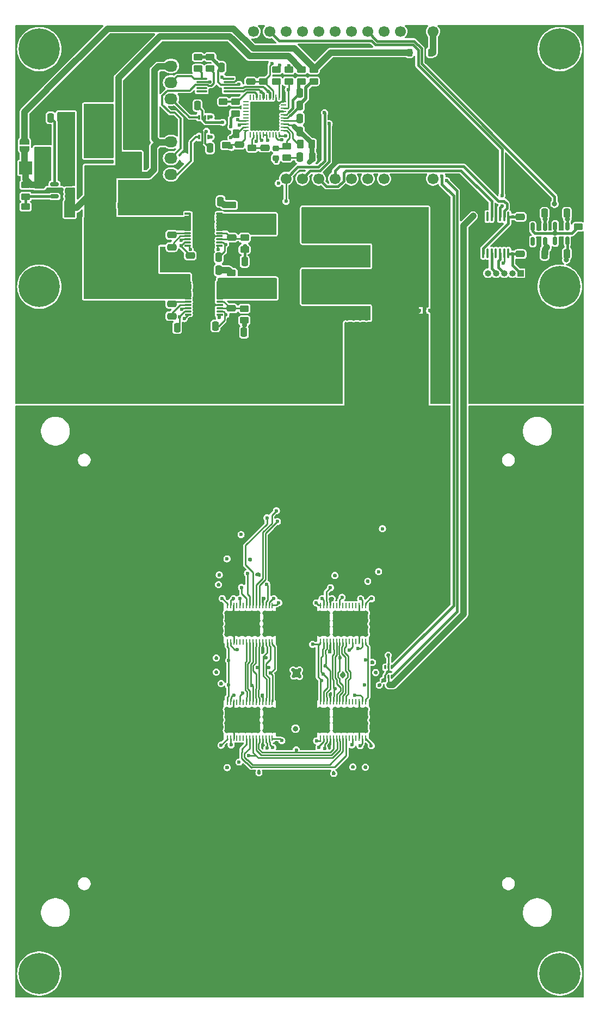
<source format=gtl>
G04 #@! TF.GenerationSoftware,KiCad,Pcbnew,8.0.1-8.0.1-1~ubuntu22.04.1*
G04 #@! TF.CreationDate,2024-08-18T12:24:04+02:00*
G04 #@! TF.ProjectId,nerdqaxe+,6e657264-7161-4786-952b-2e6b69636164,rev?*
G04 #@! TF.SameCoordinates,Original*
G04 #@! TF.FileFunction,Copper,L1,Top*
G04 #@! TF.FilePolarity,Positive*
%FSLAX46Y46*%
G04 Gerber Fmt 4.6, Leading zero omitted, Abs format (unit mm)*
G04 Created by KiCad (PCBNEW 8.0.1-8.0.1-1~ubuntu22.04.1) date 2024-08-18 12:24:04*
%MOMM*%
%LPD*%
G01*
G04 APERTURE LIST*
G04 Aperture macros list*
%AMRoundRect*
0 Rectangle with rounded corners*
0 $1 Rounding radius*
0 $2 $3 $4 $5 $6 $7 $8 $9 X,Y pos of 4 corners*
0 Add a 4 corners polygon primitive as box body*
4,1,4,$2,$3,$4,$5,$6,$7,$8,$9,$2,$3,0*
0 Add four circle primitives for the rounded corners*
1,1,$1+$1,$2,$3*
1,1,$1+$1,$4,$5*
1,1,$1+$1,$6,$7*
1,1,$1+$1,$8,$9*
0 Add four rect primitives between the rounded corners*
20,1,$1+$1,$2,$3,$4,$5,0*
20,1,$1+$1,$4,$5,$6,$7,0*
20,1,$1+$1,$6,$7,$8,$9,0*
20,1,$1+$1,$8,$9,$2,$3,0*%
%AMFreePoly0*
4,1,19,0.500000,-0.750000,0.000000,-0.750000,0.000000,-0.744911,-0.071157,-0.744911,-0.207708,-0.704816,-0.327430,-0.627875,-0.420627,-0.520320,-0.479746,-0.390866,-0.500000,-0.250000,-0.500000,0.250000,-0.479746,0.390866,-0.420627,0.520320,-0.327430,0.627875,-0.207708,0.704816,-0.071157,0.744911,0.000000,0.744911,0.000000,0.750000,0.500000,0.750000,0.500000,-0.750000,0.500000,-0.750000,
$1*%
%AMFreePoly1*
4,1,19,0.000000,0.744911,0.071157,0.744911,0.207708,0.704816,0.327430,0.627875,0.420627,0.520320,0.479746,0.390866,0.500000,0.250000,0.500000,-0.250000,0.479746,-0.390866,0.420627,-0.520320,0.327430,-0.627875,0.207708,-0.704816,0.071157,-0.744911,0.000000,-0.744911,0.000000,-0.750000,-0.500000,-0.750000,-0.500000,0.750000,0.000000,0.750000,0.000000,0.744911,0.000000,0.744911,
$1*%
G04 Aperture macros list end*
G04 #@! TA.AperFunction,SMDPad,CuDef*
%ADD10RoundRect,0.250000X-0.325000X-1.100000X0.325000X-1.100000X0.325000X1.100000X-0.325000X1.100000X0*%
G04 #@! TD*
G04 #@! TA.AperFunction,SMDPad,CuDef*
%ADD11RoundRect,0.250000X-0.450000X0.262500X-0.450000X-0.262500X0.450000X-0.262500X0.450000X0.262500X0*%
G04 #@! TD*
G04 #@! TA.AperFunction,SMDPad,CuDef*
%ADD12RoundRect,0.250000X-0.250000X-0.475000X0.250000X-0.475000X0.250000X0.475000X-0.250000X0.475000X0*%
G04 #@! TD*
G04 #@! TA.AperFunction,SMDPad,CuDef*
%ADD13RoundRect,0.250000X0.250000X0.475000X-0.250000X0.475000X-0.250000X-0.475000X0.250000X-0.475000X0*%
G04 #@! TD*
G04 #@! TA.AperFunction,SMDPad,CuDef*
%ADD14RoundRect,0.250000X-0.650000X0.325000X-0.650000X-0.325000X0.650000X-0.325000X0.650000X0.325000X0*%
G04 #@! TD*
G04 #@! TA.AperFunction,SMDPad,CuDef*
%ADD15RoundRect,0.125000X0.000010X-0.325000X0.000010X0.325000X-0.000010X0.325000X-0.000010X-0.325000X0*%
G04 #@! TD*
G04 #@! TA.AperFunction,SMDPad,CuDef*
%ADD16R,0.250000X0.450000*%
G04 #@! TD*
G04 #@! TA.AperFunction,SMDPad,CuDef*
%ADD17RoundRect,0.125000X-0.000010X0.325000X-0.000010X-0.325000X0.000010X-0.325000X0.000010X0.325000X0*%
G04 #@! TD*
G04 #@! TA.AperFunction,SMDPad,CuDef*
%ADD18R,1.750000X1.750000*%
G04 #@! TD*
G04 #@! TA.AperFunction,SMDPad,CuDef*
%ADD19R,2.500000X1.750000*%
G04 #@! TD*
G04 #@! TA.AperFunction,SMDPad,CuDef*
%ADD20RoundRect,0.250000X-1.100000X0.325000X-1.100000X-0.325000X1.100000X-0.325000X1.100000X0.325000X0*%
G04 #@! TD*
G04 #@! TA.AperFunction,SMDPad,CuDef*
%ADD21R,3.300000X2.800000*%
G04 #@! TD*
G04 #@! TA.AperFunction,ComponentPad*
%ADD22C,0.800000*%
G04 #@! TD*
G04 #@! TA.AperFunction,ComponentPad*
%ADD23C,6.400000*%
G04 #@! TD*
G04 #@! TA.AperFunction,SMDPad,CuDef*
%ADD24RoundRect,0.250000X1.100000X-0.325000X1.100000X0.325000X-1.100000X0.325000X-1.100000X-0.325000X0*%
G04 #@! TD*
G04 #@! TA.AperFunction,SMDPad,CuDef*
%ADD25RoundRect,0.050000X-0.100000X0.285000X-0.100000X-0.285000X0.100000X-0.285000X0.100000X0.285000X0*%
G04 #@! TD*
G04 #@! TA.AperFunction,SMDPad,CuDef*
%ADD26RoundRect,0.250000X0.450000X-0.262500X0.450000X0.262500X-0.450000X0.262500X-0.450000X-0.262500X0*%
G04 #@! TD*
G04 #@! TA.AperFunction,SMDPad,CuDef*
%ADD27RoundRect,0.062500X0.062500X-0.375000X0.062500X0.375000X-0.062500X0.375000X-0.062500X-0.375000X0*%
G04 #@! TD*
G04 #@! TA.AperFunction,SMDPad,CuDef*
%ADD28RoundRect,0.062500X0.375000X-0.062500X0.375000X0.062500X-0.375000X0.062500X-0.375000X-0.062500X0*%
G04 #@! TD*
G04 #@! TA.AperFunction,HeatsinkPad*
%ADD29C,0.600000*%
G04 #@! TD*
G04 #@! TA.AperFunction,HeatsinkPad*
%ADD30R,4.150000X4.150000*%
G04 #@! TD*
G04 #@! TA.AperFunction,SMDPad,CuDef*
%ADD31RoundRect,0.250000X0.475000X-0.250000X0.475000X0.250000X-0.475000X0.250000X-0.475000X-0.250000X0*%
G04 #@! TD*
G04 #@! TA.AperFunction,SMDPad,CuDef*
%ADD32RoundRect,0.127000X0.373000X0.023000X-0.373000X0.023000X-0.373000X-0.023000X0.373000X-0.023000X0*%
G04 #@! TD*
G04 #@! TA.AperFunction,SMDPad,CuDef*
%ADD33R,0.500000X0.300000*%
G04 #@! TD*
G04 #@! TA.AperFunction,SMDPad,CuDef*
%ADD34RoundRect,0.127000X0.078000X1.273000X-0.078000X1.273000X-0.078000X-1.273000X0.078000X-1.273000X0*%
G04 #@! TD*
G04 #@! TA.AperFunction,SMDPad,CuDef*
%ADD35RoundRect,0.127000X-0.373000X-0.023000X0.373000X-0.023000X0.373000X0.023000X-0.373000X0.023000X0*%
G04 #@! TD*
G04 #@! TA.AperFunction,SMDPad,CuDef*
%ADD36R,0.410000X6.300000*%
G04 #@! TD*
G04 #@! TA.AperFunction,SMDPad,CuDef*
%ADD37R,3.400000X5.639000*%
G04 #@! TD*
G04 #@! TA.AperFunction,ComponentPad*
%ADD38C,1.700000*%
G04 #@! TD*
G04 #@! TA.AperFunction,SMDPad,CuDef*
%ADD39RoundRect,0.250000X-0.900000X1.000000X-0.900000X-1.000000X0.900000X-1.000000X0.900000X1.000000X0*%
G04 #@! TD*
G04 #@! TA.AperFunction,SMDPad,CuDef*
%ADD40RoundRect,0.100000X-0.100000X0.637500X-0.100000X-0.637500X0.100000X-0.637500X0.100000X0.637500X0*%
G04 #@! TD*
G04 #@! TA.AperFunction,SMDPad,CuDef*
%ADD41RoundRect,0.250000X-0.475000X0.250000X-0.475000X-0.250000X0.475000X-0.250000X0.475000X0.250000X0*%
G04 #@! TD*
G04 #@! TA.AperFunction,SMDPad,CuDef*
%ADD42RoundRect,0.150000X-0.150000X0.512500X-0.150000X-0.512500X0.150000X-0.512500X0.150000X0.512500X0*%
G04 #@! TD*
G04 #@! TA.AperFunction,ComponentPad*
%ADD43R,1.000000X1.000000*%
G04 #@! TD*
G04 #@! TA.AperFunction,ComponentPad*
%ADD44O,1.000000X1.000000*%
G04 #@! TD*
G04 #@! TA.AperFunction,ComponentPad*
%ADD45R,2.030000X1.730000*%
G04 #@! TD*
G04 #@! TA.AperFunction,ComponentPad*
%ADD46O,2.030000X1.730000*%
G04 #@! TD*
G04 #@! TA.AperFunction,SMDPad,CuDef*
%ADD47RoundRect,0.250000X-0.262500X-0.450000X0.262500X-0.450000X0.262500X0.450000X-0.262500X0.450000X0*%
G04 #@! TD*
G04 #@! TA.AperFunction,SMDPad,CuDef*
%ADD48RoundRect,0.250000X0.262500X0.450000X-0.262500X0.450000X-0.262500X-0.450000X0.262500X-0.450000X0*%
G04 #@! TD*
G04 #@! TA.AperFunction,SMDPad,CuDef*
%ADD49RoundRect,0.250000X0.450000X0.800000X-0.450000X0.800000X-0.450000X-0.800000X0.450000X-0.800000X0*%
G04 #@! TD*
G04 #@! TA.AperFunction,SMDPad,CuDef*
%ADD50RoundRect,0.250000X1.500000X1.000000X-1.500000X1.000000X-1.500000X-1.000000X1.500000X-1.000000X0*%
G04 #@! TD*
G04 #@! TA.AperFunction,SMDPad,CuDef*
%ADD51RoundRect,0.150000X-0.512500X-0.150000X0.512500X-0.150000X0.512500X0.150000X-0.512500X0.150000X0*%
G04 #@! TD*
G04 #@! TA.AperFunction,SMDPad,CuDef*
%ADD52R,1.500000X4.000000*%
G04 #@! TD*
G04 #@! TA.AperFunction,SMDPad,CuDef*
%ADD53RoundRect,0.225000X-0.250000X0.225000X-0.250000X-0.225000X0.250000X-0.225000X0.250000X0.225000X0*%
G04 #@! TD*
G04 #@! TA.AperFunction,SMDPad,CuDef*
%ADD54FreePoly0,90.000000*%
G04 #@! TD*
G04 #@! TA.AperFunction,SMDPad,CuDef*
%ADD55FreePoly1,90.000000*%
G04 #@! TD*
G04 #@! TA.AperFunction,SMDPad,CuDef*
%ADD56R,0.300000X0.800000*%
G04 #@! TD*
G04 #@! TA.AperFunction,SMDPad,CuDef*
%ADD57R,2.000000X2.000000*%
G04 #@! TD*
G04 #@! TA.AperFunction,ComponentPad*
%ADD58R,2.600000X2.600000*%
G04 #@! TD*
G04 #@! TA.AperFunction,ComponentPad*
%ADD59C,2.600000*%
G04 #@! TD*
G04 #@! TA.AperFunction,SMDPad,CuDef*
%ADD60RoundRect,0.087500X0.725000X0.087500X-0.725000X0.087500X-0.725000X-0.087500X0.725000X-0.087500X0*%
G04 #@! TD*
G04 #@! TA.AperFunction,SMDPad,CuDef*
%ADD61RoundRect,0.225000X0.225000X0.375000X-0.225000X0.375000X-0.225000X-0.375000X0.225000X-0.375000X0*%
G04 #@! TD*
G04 #@! TA.AperFunction,SMDPad,CuDef*
%ADD62R,3.810000X4.245000*%
G04 #@! TD*
G04 #@! TA.AperFunction,ViaPad*
%ADD63C,0.600000*%
G04 #@! TD*
G04 #@! TA.AperFunction,ViaPad*
%ADD64C,1.200000*%
G04 #@! TD*
G04 #@! TA.AperFunction,ViaPad*
%ADD65C,0.800000*%
G04 #@! TD*
G04 #@! TA.AperFunction,Conductor*
%ADD66C,0.254000*%
G04 #@! TD*
G04 #@! TA.AperFunction,Conductor*
%ADD67C,0.400000*%
G04 #@! TD*
G04 #@! TA.AperFunction,Conductor*
%ADD68C,0.508000*%
G04 #@! TD*
G04 #@! TA.AperFunction,Conductor*
%ADD69C,0.300000*%
G04 #@! TD*
G04 #@! TA.AperFunction,Conductor*
%ADD70C,1.000000*%
G04 #@! TD*
G04 #@! TA.AperFunction,Conductor*
%ADD71C,0.350000*%
G04 #@! TD*
G04 #@! TA.AperFunction,Conductor*
%ADD72C,0.203200*%
G04 #@! TD*
G04 #@! TA.AperFunction,Conductor*
%ADD73C,0.800000*%
G04 #@! TD*
G04 APERTURE END LIST*
D10*
X113500000Y-68250000D03*
X116450000Y-68250000D03*
D11*
X81600000Y-29237500D03*
X81600000Y-31062500D03*
D12*
X95550000Y-38800000D03*
X97450000Y-38800000D03*
D13*
X133626315Y-59976089D03*
X131726315Y-59976089D03*
D14*
X55000000Y-49125000D03*
X55000000Y-52075000D03*
D15*
X91250000Y-114700000D03*
D16*
X91250000Y-114475000D03*
D15*
X90750000Y-114700000D03*
D16*
X90750000Y-114475000D03*
D15*
X90250000Y-114700000D03*
D16*
X90250000Y-114475000D03*
D15*
X89750000Y-114700000D03*
D16*
X89750000Y-114475000D03*
D15*
X89250000Y-114700000D03*
D16*
X89250000Y-114475000D03*
D15*
X88750000Y-114700000D03*
D16*
X88750000Y-114475000D03*
D15*
X88250000Y-114700000D03*
D16*
X88250000Y-114475000D03*
D15*
X87750000Y-114700000D03*
D16*
X87750000Y-114475000D03*
D15*
X87250000Y-114700000D03*
D16*
X87250000Y-114475000D03*
D15*
X86750000Y-114700000D03*
D16*
X86750000Y-114475000D03*
D15*
X86250000Y-114700000D03*
D16*
X86250000Y-114475000D03*
D15*
X85750000Y-114700000D03*
D16*
X85750000Y-114475000D03*
D15*
X85250000Y-114700000D03*
D16*
X85250000Y-114475000D03*
D15*
X84750000Y-114700000D03*
D16*
X84750000Y-114475000D03*
D15*
X84250000Y-114700000D03*
D16*
X84250000Y-114475000D03*
X84250000Y-120527000D03*
D17*
X84250000Y-120302000D03*
D16*
X84750000Y-120527000D03*
D17*
X84750000Y-120302000D03*
D16*
X85250000Y-120527000D03*
D17*
X85250000Y-120302000D03*
D16*
X85750000Y-120527000D03*
D17*
X85750000Y-120302000D03*
D16*
X86250000Y-120527000D03*
D17*
X86250000Y-120302000D03*
D16*
X86750000Y-120527000D03*
D17*
X86750000Y-120302000D03*
D16*
X87250000Y-120527000D03*
D17*
X87250000Y-120302000D03*
D16*
X87750000Y-120527000D03*
D17*
X87750000Y-120302000D03*
D16*
X88250000Y-120527000D03*
D17*
X88250000Y-120302000D03*
D16*
X88750000Y-120527000D03*
D17*
X88750000Y-120302000D03*
D16*
X89250000Y-120527000D03*
D17*
X89250000Y-120302000D03*
D16*
X89750000Y-120527000D03*
D17*
X89750000Y-120302000D03*
D16*
X90250000Y-120527000D03*
D17*
X90250000Y-120302000D03*
D16*
X90750000Y-120527000D03*
D17*
X90750000Y-120302000D03*
D16*
X91250000Y-120527000D03*
D17*
X91250000Y-120302000D03*
D18*
X90725000Y-118575000D03*
X90725000Y-116425000D03*
D19*
X85150000Y-118575000D03*
X88050000Y-118575000D03*
X85150000Y-116425000D03*
X88050000Y-116425000D03*
D20*
X101500000Y-66025000D03*
X101500000Y-68975000D03*
D11*
X79700000Y-29237500D03*
X79700000Y-31062500D03*
X91900000Y-31197500D03*
X91900000Y-33022500D03*
D21*
X90180000Y-55200000D03*
X97790000Y-55200000D03*
D11*
X52862500Y-49156250D03*
X52862500Y-50981250D03*
X52862500Y-52556250D03*
X52862500Y-54381250D03*
D22*
X52600000Y-28000000D03*
X53302944Y-26302944D03*
X53302944Y-29697056D03*
X55000000Y-25600000D03*
D23*
X55000000Y-28000000D03*
D22*
X55000000Y-30400000D03*
X56697056Y-26302944D03*
X56697056Y-29697056D03*
X57400000Y-28000000D03*
D24*
X104750000Y-54450000D03*
X104750000Y-51500000D03*
D20*
X73000000Y-65925000D03*
X73000000Y-68875000D03*
D25*
X109840000Y-124280000D03*
X109340000Y-124280000D03*
X108840000Y-124280000D03*
X108840000Y-125760000D03*
X109340000Y-125760000D03*
X109840000Y-125760000D03*
D26*
X89900000Y-33012500D03*
X89900000Y-31187500D03*
D13*
X137126315Y-53556089D03*
X135226315Y-53556089D03*
D26*
X93493750Y-44912500D03*
X93493750Y-43087500D03*
D12*
X76450000Y-71400000D03*
X78350000Y-71400000D03*
D20*
X63300000Y-65800000D03*
X63300000Y-68750000D03*
D13*
X86850000Y-72100000D03*
X84950000Y-72100000D03*
D27*
X87843750Y-41375000D03*
X88343750Y-41375000D03*
X88843750Y-41375000D03*
X89343750Y-41375000D03*
X89843750Y-41375000D03*
X90343750Y-41375000D03*
X90843750Y-41375000D03*
X91343750Y-41375000D03*
X91843750Y-41375000D03*
X92343750Y-41375000D03*
D28*
X93031250Y-40687500D03*
X93031250Y-40187500D03*
X93031250Y-39687500D03*
X93031250Y-39187500D03*
X93031250Y-38687500D03*
X93031250Y-38187500D03*
X93031250Y-37687500D03*
X93031250Y-37187500D03*
X93031250Y-36687500D03*
X93031250Y-36187500D03*
D27*
X92343750Y-35500000D03*
X91843750Y-35500000D03*
X91343750Y-35500000D03*
X90843750Y-35500000D03*
X90343750Y-35500000D03*
X89843750Y-35500000D03*
X89343750Y-35500000D03*
X88843750Y-35500000D03*
X88343750Y-35500000D03*
X87843750Y-35500000D03*
D28*
X87156250Y-36187500D03*
X87156250Y-36687500D03*
X87156250Y-37187500D03*
X87156250Y-37687500D03*
X87156250Y-38187500D03*
X87156250Y-38687500D03*
X87156250Y-39187500D03*
X87156250Y-39687500D03*
X87156250Y-40187500D03*
X87156250Y-40687500D03*
D29*
X88593750Y-39937500D03*
X89593750Y-39937500D03*
X90593750Y-39937500D03*
X91593750Y-39937500D03*
X88593750Y-38937500D03*
X89593750Y-38937500D03*
X90593750Y-38937500D03*
X91593750Y-38937500D03*
D30*
X90093750Y-38437500D03*
D29*
X88593750Y-37937500D03*
X89593750Y-37937500D03*
X90593750Y-37937500D03*
X91593750Y-37937500D03*
X88593750Y-36937500D03*
X89593750Y-36937500D03*
X90593750Y-36937500D03*
X91593750Y-36937500D03*
D11*
X84900000Y-62887500D03*
X84900000Y-64712500D03*
D12*
X79637500Y-36800000D03*
X81537500Y-36800000D03*
D31*
X74400000Y-54950000D03*
X74400000Y-53050000D03*
D32*
X83050000Y-69337500D03*
D33*
X83300000Y-69337500D03*
D32*
X83050000Y-68837500D03*
D33*
X83300000Y-68837500D03*
D32*
X83050000Y-68337500D03*
D33*
X83300000Y-68337500D03*
D32*
X83050000Y-67837500D03*
D33*
X83300000Y-67837500D03*
D32*
X83050000Y-67337500D03*
D33*
X83300000Y-67337500D03*
D34*
X82750000Y-65587500D03*
D32*
X83050000Y-64337500D03*
X83050000Y-64837500D03*
X83050000Y-65337500D03*
X83050000Y-65837500D03*
X83050000Y-66337500D03*
X83050000Y-66837500D03*
D33*
X83300000Y-64337500D03*
X83300000Y-64837500D03*
X83300000Y-65337500D03*
X83300000Y-65837500D03*
X83300000Y-66337500D03*
X83300000Y-66837500D03*
X77900000Y-64337500D03*
X77900000Y-64837500D03*
X77900000Y-65337500D03*
X77900000Y-65837500D03*
X77900000Y-66337500D03*
X77900000Y-66837500D03*
D35*
X78150000Y-64337500D03*
X78150000Y-64837500D03*
X78150000Y-65337500D03*
X78150000Y-65837500D03*
X78150000Y-66337500D03*
X78150000Y-66837500D03*
D34*
X78450000Y-65587500D03*
D33*
X77900000Y-67337500D03*
D35*
X78150000Y-67337500D03*
D33*
X77900000Y-67837500D03*
D35*
X78150000Y-67837500D03*
D33*
X77900000Y-68337500D03*
D35*
X78150000Y-68337500D03*
D33*
X77900000Y-68837500D03*
D35*
X78150000Y-68837500D03*
D33*
X77900000Y-69337500D03*
D35*
X78150000Y-69337500D03*
D36*
X79475000Y-66837500D03*
D37*
X80600000Y-66837500D03*
D36*
X81725000Y-66837500D03*
D31*
X87900000Y-33050000D03*
X87900000Y-31150000D03*
X76500000Y-64100000D03*
X76500000Y-62200000D03*
D12*
X83350000Y-30850000D03*
X85250000Y-30850000D03*
D26*
X88093750Y-45212500D03*
X88093750Y-43387500D03*
D38*
X88310000Y-25250000D03*
X90850000Y-25250000D03*
X93390000Y-25250000D03*
X95930000Y-25250000D03*
X98470000Y-25250000D03*
X101010000Y-25250000D03*
X103550000Y-25250000D03*
X106090000Y-25250000D03*
X108630000Y-25250000D03*
X111170000Y-25250000D03*
X113710000Y-25250000D03*
X116250000Y-25250000D03*
X116250000Y-48170000D03*
X113710000Y-48170000D03*
X111170000Y-48170000D03*
X108630000Y-48170000D03*
X106090000Y-48170000D03*
X103550000Y-48170000D03*
X101010000Y-48170000D03*
X98470000Y-48170000D03*
X95930000Y-48170000D03*
X93390000Y-48170000D03*
X90850000Y-48170000D03*
X88310000Y-48170000D03*
D11*
X97700000Y-31187500D03*
X97700000Y-33012500D03*
D39*
X69400000Y-45650000D03*
X69400000Y-49950000D03*
D40*
X127980000Y-54077500D03*
X127330000Y-54077500D03*
X126680000Y-54077500D03*
X126030000Y-54077500D03*
X125380000Y-54077500D03*
X124730000Y-54077500D03*
X124080000Y-54077500D03*
X124080000Y-59802500D03*
X124730000Y-59802500D03*
X125380000Y-59802500D03*
X126030000Y-59802500D03*
X126680000Y-59802500D03*
X127330000Y-59802500D03*
X127980000Y-59802500D03*
D13*
X81537500Y-43400000D03*
X79637500Y-43400000D03*
D41*
X129860000Y-54130000D03*
X129860000Y-56030000D03*
D31*
X75600000Y-58850000D03*
X75600000Y-56950000D03*
D10*
X113475000Y-55250000D03*
X116425000Y-55250000D03*
D26*
X138880000Y-55670000D03*
X138880000Y-53845000D03*
D12*
X95550000Y-44800000D03*
X97450000Y-44800000D03*
D13*
X82900000Y-60437500D03*
X81000000Y-60437500D03*
D11*
X95800000Y-31187500D03*
X95800000Y-33012500D03*
D26*
X83600000Y-38012500D03*
X83600000Y-36187500D03*
D10*
X113500000Y-65000000D03*
X116450000Y-65000000D03*
D41*
X90080000Y-43350000D03*
X90080000Y-45250000D03*
X78500000Y-60150000D03*
X78500000Y-62050000D03*
D42*
X137176315Y-55576089D03*
X136226315Y-55576089D03*
X135276315Y-55576089D03*
X135276315Y-57851089D03*
X137176315Y-57851089D03*
D43*
X129875000Y-62900000D03*
D44*
X128605000Y-62900000D03*
X127335000Y-62900000D03*
X126065000Y-62900000D03*
X124795000Y-62900000D03*
X123525000Y-62900000D03*
D41*
X84950000Y-57350000D03*
X84950000Y-59250000D03*
D45*
X75500000Y-39900000D03*
D46*
X75500000Y-42440000D03*
X75500000Y-44980000D03*
X75500000Y-47520000D03*
D11*
X93800000Y-31207500D03*
X93800000Y-33032500D03*
D47*
X83787500Y-41200000D03*
X85612500Y-41200000D03*
D10*
X113475000Y-61750000D03*
X116425000Y-61750000D03*
D41*
X84900000Y-68387500D03*
X84900000Y-70287500D03*
D24*
X104750000Y-64225000D03*
X104750000Y-61275000D03*
X101500000Y-54475000D03*
X101500000Y-51525000D03*
D20*
X66500000Y-65875000D03*
X66500000Y-68825000D03*
D12*
X95550000Y-40800000D03*
X97450000Y-40800000D03*
X56750000Y-38700000D03*
X58650000Y-38700000D03*
D24*
X68550000Y-55275000D03*
X68550000Y-52325000D03*
D22*
X133600000Y-28000000D03*
X134302944Y-26302944D03*
X134302944Y-29697056D03*
X136000000Y-25600000D03*
D23*
X136000000Y-28000000D03*
D22*
X136000000Y-30400000D03*
X137697056Y-26302944D03*
X137697056Y-29697056D03*
X138400000Y-28000000D03*
D48*
X97412500Y-42800000D03*
X95587500Y-42800000D03*
D11*
X85500000Y-36187500D03*
X85500000Y-38012500D03*
D49*
X59500000Y-41200000D03*
X55100000Y-41200000D03*
D15*
X91250000Y-129700000D03*
D16*
X91250000Y-129475000D03*
D15*
X90750000Y-129700000D03*
D16*
X90750000Y-129475000D03*
D15*
X90250000Y-129700000D03*
D16*
X90250000Y-129475000D03*
D15*
X89750000Y-129700000D03*
D16*
X89750000Y-129475000D03*
D15*
X89250000Y-129700000D03*
D16*
X89250000Y-129475000D03*
D15*
X88750000Y-129700000D03*
D16*
X88750000Y-129475000D03*
D15*
X88250000Y-129700000D03*
D16*
X88250000Y-129475000D03*
D15*
X87750000Y-129700000D03*
D16*
X87750000Y-129475000D03*
D15*
X87250000Y-129700000D03*
D16*
X87250000Y-129475000D03*
D15*
X86750000Y-129700000D03*
D16*
X86750000Y-129475000D03*
D15*
X86250000Y-129700000D03*
D16*
X86250000Y-129475000D03*
D15*
X85750000Y-129700000D03*
D16*
X85750000Y-129475000D03*
D15*
X85250000Y-129700000D03*
D16*
X85250000Y-129475000D03*
D15*
X84750000Y-129700000D03*
D16*
X84750000Y-129475000D03*
D15*
X84250000Y-129700000D03*
D16*
X84250000Y-129475000D03*
X84250000Y-135527000D03*
D17*
X84250000Y-135302000D03*
D16*
X84750000Y-135527000D03*
D17*
X84750000Y-135302000D03*
D16*
X85250000Y-135527000D03*
D17*
X85250000Y-135302000D03*
D16*
X85750000Y-135527000D03*
D17*
X85750000Y-135302000D03*
D16*
X86250000Y-135527000D03*
D17*
X86250000Y-135302000D03*
D16*
X86750000Y-135527000D03*
D17*
X86750000Y-135302000D03*
D16*
X87250000Y-135527000D03*
D17*
X87250000Y-135302000D03*
D16*
X87750000Y-135527000D03*
D17*
X87750000Y-135302000D03*
D16*
X88250000Y-135527000D03*
D17*
X88250000Y-135302000D03*
D16*
X88750000Y-135527000D03*
D17*
X88750000Y-135302000D03*
D16*
X89250000Y-135527000D03*
D17*
X89250000Y-135302000D03*
D16*
X89750000Y-135527000D03*
D17*
X89750000Y-135302000D03*
D16*
X90250000Y-135527000D03*
D17*
X90250000Y-135302000D03*
D16*
X90750000Y-135527000D03*
D17*
X90750000Y-135302000D03*
D16*
X91250000Y-135527000D03*
D17*
X91250000Y-135302000D03*
D18*
X90725000Y-133575000D03*
X90725000Y-131425000D03*
D19*
X85150000Y-133575000D03*
X88050000Y-133575000D03*
X85150000Y-131425000D03*
X88050000Y-131425000D03*
D31*
X129840000Y-59920000D03*
X129840000Y-58020000D03*
D22*
X133600000Y-172000000D03*
X134302944Y-170302944D03*
X134302944Y-173697056D03*
X136000000Y-169600000D03*
D23*
X136000000Y-172000000D03*
D22*
X136000000Y-174400000D03*
X137697056Y-170302944D03*
X137697056Y-173697056D03*
X138400000Y-172000000D03*
D20*
X101500000Y-56250000D03*
X101500000Y-59200000D03*
D50*
X66150000Y-60550000D03*
X59650000Y-60550000D03*
D51*
X57362500Y-49050000D03*
X57362500Y-50000000D03*
X57362500Y-50950000D03*
X59637500Y-50950000D03*
X59637500Y-50000000D03*
X59637500Y-49050000D03*
D17*
X98750000Y-120300000D03*
D16*
X98750000Y-120525000D03*
D17*
X99250000Y-120300000D03*
D16*
X99250000Y-120525000D03*
D17*
X99750000Y-120300000D03*
D16*
X99750000Y-120525000D03*
D17*
X100250000Y-120300000D03*
D16*
X100250000Y-120525000D03*
D17*
X100750000Y-120300000D03*
D16*
X100750000Y-120525000D03*
D17*
X101250000Y-120300000D03*
D16*
X101250000Y-120525000D03*
D17*
X101750000Y-120300000D03*
D16*
X101750000Y-120525000D03*
D17*
X102250000Y-120300000D03*
D16*
X102250000Y-120525000D03*
D17*
X102750000Y-120300000D03*
D16*
X102750000Y-120525000D03*
D17*
X103250000Y-120300000D03*
D16*
X103250000Y-120525000D03*
D17*
X103750000Y-120300000D03*
D16*
X103750000Y-120525000D03*
D17*
X104250000Y-120300000D03*
D16*
X104250000Y-120525000D03*
D17*
X104750000Y-120300000D03*
D16*
X104750000Y-120525000D03*
D17*
X105250000Y-120300000D03*
D16*
X105250000Y-120525000D03*
D17*
X105750000Y-120300000D03*
D16*
X105750000Y-120525000D03*
X105750000Y-114473000D03*
D15*
X105750000Y-114698000D03*
D16*
X105250000Y-114473000D03*
D15*
X105250000Y-114698000D03*
D16*
X104750000Y-114473000D03*
D15*
X104750000Y-114698000D03*
D16*
X104250000Y-114473000D03*
D15*
X104250000Y-114698000D03*
D16*
X103750000Y-114473000D03*
D15*
X103750000Y-114698000D03*
D16*
X103250000Y-114473000D03*
D15*
X103250000Y-114698000D03*
D16*
X102750000Y-114473000D03*
D15*
X102750000Y-114698000D03*
D16*
X102250000Y-114473000D03*
D15*
X102250000Y-114698000D03*
D16*
X101750000Y-114473000D03*
D15*
X101750000Y-114698000D03*
D16*
X101250000Y-114473000D03*
D15*
X101250000Y-114698000D03*
D16*
X100750000Y-114473000D03*
D15*
X100750000Y-114698000D03*
D16*
X100250000Y-114473000D03*
D15*
X100250000Y-114698000D03*
D16*
X99750000Y-114473000D03*
D15*
X99750000Y-114698000D03*
D16*
X99250000Y-114473000D03*
D15*
X99250000Y-114698000D03*
D16*
X98750000Y-114473000D03*
D15*
X98750000Y-114698000D03*
D18*
X99275000Y-116425000D03*
X99275000Y-118575000D03*
D19*
X104850000Y-116425000D03*
X101950000Y-116425000D03*
X104850000Y-118575000D03*
X101950000Y-118575000D03*
D13*
X137126315Y-59856089D03*
X135226315Y-59856089D03*
D52*
X59500000Y-45500000D03*
X55900000Y-45500000D03*
D11*
X84950000Y-52287500D03*
X84950000Y-54112500D03*
D42*
X133676315Y-55696089D03*
X132726315Y-55696089D03*
X131776315Y-55696089D03*
X131776315Y-57971089D03*
X133676315Y-57971089D03*
D22*
X52600000Y-65000000D03*
X53302944Y-63302944D03*
X53302944Y-66697056D03*
X55000000Y-62600000D03*
D23*
X55000000Y-65000000D03*
D22*
X55000000Y-67400000D03*
X56697056Y-63302944D03*
X56697056Y-66697056D03*
X57400000Y-65000000D03*
D13*
X82425000Y-71137500D03*
X80525000Y-71137500D03*
X133626315Y-53576089D03*
X131726315Y-53576089D03*
D26*
X84100000Y-44812500D03*
X84100000Y-42987500D03*
D17*
X98750000Y-135300000D03*
D16*
X98750000Y-135525000D03*
D17*
X99250000Y-135300000D03*
D16*
X99250000Y-135525000D03*
D17*
X99750000Y-135300000D03*
D16*
X99750000Y-135525000D03*
D17*
X100250000Y-135300000D03*
D16*
X100250000Y-135525000D03*
D17*
X100750000Y-135300000D03*
D16*
X100750000Y-135525000D03*
D17*
X101250000Y-135300000D03*
D16*
X101250000Y-135525000D03*
D17*
X101750000Y-135300000D03*
D16*
X101750000Y-135525000D03*
D17*
X102250000Y-135300000D03*
D16*
X102250000Y-135525000D03*
D17*
X102750000Y-135300000D03*
D16*
X102750000Y-135525000D03*
D17*
X103250000Y-135300000D03*
D16*
X103250000Y-135525000D03*
D17*
X103750000Y-135300000D03*
D16*
X103750000Y-135525000D03*
D17*
X104250000Y-135300000D03*
D16*
X104250000Y-135525000D03*
D17*
X104750000Y-135300000D03*
D16*
X104750000Y-135525000D03*
D17*
X105250000Y-135300000D03*
D16*
X105250000Y-135525000D03*
D17*
X105750000Y-135300000D03*
D16*
X105750000Y-135525000D03*
X105750000Y-129473000D03*
D15*
X105750000Y-129698000D03*
D16*
X105250000Y-129473000D03*
D15*
X105250000Y-129698000D03*
D16*
X104750000Y-129473000D03*
D15*
X104750000Y-129698000D03*
D16*
X104250000Y-129473000D03*
D15*
X104250000Y-129698000D03*
D16*
X103750000Y-129473000D03*
D15*
X103750000Y-129698000D03*
D16*
X103250000Y-129473000D03*
D15*
X103250000Y-129698000D03*
D16*
X102750000Y-129473000D03*
D15*
X102750000Y-129698000D03*
D16*
X102250000Y-129473000D03*
D15*
X102250000Y-129698000D03*
D16*
X101750000Y-129473000D03*
D15*
X101750000Y-129698000D03*
D16*
X101250000Y-129473000D03*
D15*
X101250000Y-129698000D03*
D16*
X100750000Y-129473000D03*
D15*
X100750000Y-129698000D03*
D16*
X100250000Y-129473000D03*
D15*
X100250000Y-129698000D03*
D16*
X99750000Y-129473000D03*
D15*
X99750000Y-129698000D03*
D16*
X99250000Y-129473000D03*
D15*
X99250000Y-129698000D03*
D16*
X98750000Y-129473000D03*
D15*
X98750000Y-129698000D03*
D18*
X99275000Y-131425000D03*
X99275000Y-133575000D03*
D19*
X104850000Y-131425000D03*
X101950000Y-131425000D03*
X104850000Y-133575000D03*
X101950000Y-133575000D03*
D26*
X86900000Y-70250000D03*
X86900000Y-68425000D03*
D13*
X97450000Y-34800000D03*
X95550000Y-34800000D03*
D45*
X75500000Y-28100000D03*
D46*
X75500000Y-30640000D03*
X75500000Y-33180000D03*
X75500000Y-35720000D03*
D13*
X83200000Y-51737500D03*
X81300000Y-51737500D03*
D22*
X133600000Y-65000000D03*
X134302944Y-63302944D03*
X134302944Y-66697056D03*
X136000000Y-62600000D03*
D23*
X136000000Y-65000000D03*
D22*
X136000000Y-67400000D03*
X137697056Y-63302944D03*
X137697056Y-66697056D03*
X138400000Y-65000000D03*
D41*
X86100000Y-42900000D03*
X86100000Y-44800000D03*
D53*
X91793750Y-43425000D03*
X91793750Y-44975000D03*
D54*
X52700000Y-43650000D03*
D55*
X52700000Y-42350000D03*
D26*
X86950000Y-59212500D03*
X86950000Y-57387500D03*
D13*
X97450000Y-36800000D03*
X95550000Y-36800000D03*
D56*
X79837500Y-41700000D03*
X80337500Y-41700000D03*
X80837500Y-41700000D03*
X81337500Y-41700000D03*
X81337500Y-38600000D03*
X80837500Y-38600000D03*
X80337500Y-38600000D03*
X79837500Y-38600000D03*
D57*
X52850000Y-46500000D03*
D58*
X64400000Y-38200000D03*
D59*
X64400000Y-32200000D03*
X59700000Y-35200000D03*
D60*
X84500000Y-34600000D03*
X84500000Y-34100000D03*
X84500000Y-33600000D03*
X84500000Y-33100000D03*
X84500000Y-32600000D03*
X80275000Y-32600000D03*
X80275000Y-33100000D03*
X80275000Y-33600000D03*
X80275000Y-34100000D03*
X80275000Y-34600000D03*
D24*
X101500000Y-64225000D03*
X101500000Y-61275000D03*
D61*
X115900000Y-28530000D03*
X112600000Y-28530000D03*
D62*
X64300000Y-49187500D03*
X64300000Y-42812500D03*
D32*
X83025000Y-58637500D03*
D33*
X83275000Y-58637500D03*
D32*
X83025000Y-58137500D03*
D33*
X83275000Y-58137500D03*
D32*
X83025000Y-57637500D03*
D33*
X83275000Y-57637500D03*
D32*
X83025000Y-57137500D03*
D33*
X83275000Y-57137500D03*
D32*
X83025000Y-56637500D03*
D33*
X83275000Y-56637500D03*
D34*
X82725000Y-54887500D03*
D32*
X83025000Y-53637500D03*
X83025000Y-54137500D03*
X83025000Y-54637500D03*
X83025000Y-55137500D03*
X83025000Y-55637500D03*
X83025000Y-56137500D03*
D33*
X83275000Y-53637500D03*
X83275000Y-54137500D03*
X83275000Y-54637500D03*
X83275000Y-55137500D03*
X83275000Y-55637500D03*
X83275000Y-56137500D03*
X77875000Y-53637500D03*
X77875000Y-54137500D03*
X77875000Y-54637500D03*
X77875000Y-55137500D03*
X77875000Y-55637500D03*
X77875000Y-56137500D03*
D35*
X78125000Y-53637500D03*
X78125000Y-54137500D03*
X78125000Y-54637500D03*
X78125000Y-55137500D03*
X78125000Y-55637500D03*
X78125000Y-56137500D03*
D34*
X78425000Y-54887500D03*
D33*
X77875000Y-56637500D03*
D35*
X78125000Y-56637500D03*
D33*
X77875000Y-57137500D03*
D35*
X78125000Y-57137500D03*
D33*
X77875000Y-57637500D03*
D35*
X78125000Y-57637500D03*
D33*
X77875000Y-58137500D03*
D35*
X78125000Y-58137500D03*
D33*
X77875000Y-58637500D03*
D35*
X78125000Y-58637500D03*
D36*
X79450000Y-56137500D03*
D37*
X80575000Y-56137500D03*
D36*
X81700000Y-56137500D03*
D21*
X90180000Y-65100000D03*
X97790000Y-65100000D03*
D31*
X76400000Y-54950000D03*
X76400000Y-53050000D03*
D13*
X82925000Y-62437500D03*
X81025000Y-62437500D03*
X86950000Y-61100000D03*
X85050000Y-61100000D03*
D20*
X69700000Y-65875000D03*
X69700000Y-68825000D03*
X104750000Y-66025000D03*
X104750000Y-68975000D03*
D24*
X71800000Y-55275000D03*
X71800000Y-52325000D03*
D31*
X75600000Y-69587500D03*
X75600000Y-67687500D03*
D20*
X104750000Y-56250000D03*
X104750000Y-59200000D03*
D31*
X74500000Y-64100000D03*
X74500000Y-62200000D03*
D13*
X59750000Y-52700000D03*
X57850000Y-52700000D03*
D22*
X52600000Y-172000000D03*
X53302944Y-170302944D03*
X53302944Y-173697056D03*
X55000000Y-169600000D03*
D23*
X55000000Y-172000000D03*
D22*
X55000000Y-174400000D03*
X56697056Y-170302944D03*
X56697056Y-173697056D03*
X57400000Y-172000000D03*
D10*
X113500000Y-58500000D03*
X116450000Y-58500000D03*
D63*
X55700000Y-52900000D03*
X83000000Y-109900000D03*
X87820600Y-107496163D03*
D64*
X94000000Y-78000000D03*
D65*
X85150000Y-130830000D03*
X72215429Y-51417218D03*
X102910000Y-132010000D03*
X86100000Y-115850000D03*
X102900000Y-60200000D03*
X80600000Y-68100000D03*
D63*
X79100000Y-68100000D03*
D65*
X103900000Y-133000000D03*
X118475000Y-68000000D03*
D63*
X84225000Y-139900000D03*
D65*
X84200000Y-134150000D03*
D63*
X103800000Y-139812500D03*
D65*
X101960000Y-115850000D03*
X74215429Y-50417218D03*
D63*
X100800000Y-140825000D03*
D65*
X118475000Y-64000000D03*
X99900000Y-61200000D03*
X73215429Y-50417218D03*
X118475000Y-62000000D03*
D63*
X57100000Y-52700000D03*
D65*
X101010000Y-119150000D03*
X98900000Y-69900000D03*
X103900000Y-50500000D03*
X102900000Y-115850000D03*
D63*
X82050000Y-58700000D03*
X100545983Y-113601454D03*
D65*
X88040000Y-117000000D03*
D64*
X92000000Y-76000000D03*
X98000000Y-74000000D03*
D65*
X71600000Y-70900000D03*
X74400000Y-59500000D03*
X138800000Y-53000000D03*
X88990000Y-118000000D03*
X118475000Y-55000000D03*
X56250000Y-42250000D03*
D63*
X58500000Y-51300000D03*
X94500000Y-124700000D03*
D65*
X101010000Y-117000000D03*
D63*
X82898499Y-111430450D03*
D65*
X99900000Y-68900000D03*
X101010000Y-132000000D03*
X135926315Y-54256089D03*
X98900000Y-61200000D03*
X117475000Y-69000000D03*
D63*
X89800000Y-136447400D03*
D65*
X105810000Y-117010000D03*
X118475000Y-59000000D03*
X117475000Y-61000000D03*
D63*
X84575000Y-70950000D03*
D65*
X85160000Y-119150000D03*
X87100000Y-134150000D03*
D63*
X100240000Y-128550000D03*
D65*
X101010000Y-115850000D03*
D63*
X108493168Y-126340990D03*
D65*
X84200000Y-115840000D03*
X57600000Y-59500000D03*
X102900000Y-50500000D03*
D64*
X90000000Y-78000000D03*
D65*
X117475000Y-58000000D03*
X132462854Y-59111393D03*
X117475000Y-54000000D03*
D63*
X79110000Y-65600000D03*
D65*
X86090000Y-119150000D03*
X103900000Y-60200000D03*
X75215429Y-50417218D03*
X56600000Y-59500000D03*
X88990000Y-115850000D03*
X117475000Y-59000000D03*
D63*
X82050000Y-69400000D03*
D65*
X63600000Y-70850000D03*
X118475000Y-60000000D03*
X66600000Y-70850000D03*
X62600000Y-70850000D03*
X98900000Y-60200000D03*
X87100000Y-119150000D03*
X88990000Y-117000000D03*
D63*
X98000000Y-28800000D03*
D65*
X66600000Y-69850000D03*
X70600000Y-70900000D03*
X88070000Y-134140000D03*
D63*
X129820000Y-56820000D03*
D65*
X73215429Y-51417218D03*
X104860000Y-119150000D03*
X74400000Y-60500000D03*
D64*
X90000000Y-74000000D03*
D65*
X117475000Y-68000000D03*
D63*
X124100000Y-55100000D03*
D64*
X100000000Y-72000000D03*
D65*
X102900000Y-133000000D03*
X80600000Y-66900000D03*
X104850000Y-132000000D03*
D63*
X82050000Y-65600000D03*
D65*
X72600000Y-70900000D03*
X102910000Y-117010000D03*
D63*
X82050000Y-53600000D03*
D65*
X87090000Y-117990000D03*
X65600000Y-69850000D03*
X88050000Y-117990000D03*
D63*
X82050000Y-68100000D03*
X97143750Y-37700000D03*
D65*
X103900000Y-119150000D03*
X84210000Y-132000000D03*
X88060000Y-132980000D03*
D63*
X83000000Y-38700000D03*
X107900000Y-127100000D03*
D65*
X86100000Y-132000000D03*
X117475000Y-66000000D03*
X87100000Y-117000000D03*
X86100000Y-117000000D03*
D63*
X57100000Y-53400000D03*
D65*
X101010000Y-134150000D03*
X99900000Y-50500000D03*
D63*
X89684695Y-128684695D03*
D65*
X100900000Y-60200000D03*
X101950000Y-132000000D03*
X104860000Y-115850000D03*
X118475000Y-58000000D03*
X56250000Y-40250000D03*
X74400000Y-61500000D03*
X102900000Y-130850000D03*
D63*
X79100000Y-56150000D03*
D65*
X56600000Y-60500000D03*
X103910000Y-115850000D03*
X103910000Y-132000000D03*
X98900000Y-51500000D03*
X85140000Y-117000000D03*
D63*
X82050000Y-66900000D03*
X98500000Y-39400000D03*
D65*
X69200000Y-51400000D03*
D63*
X85200000Y-44812500D03*
D65*
X101010000Y-130850000D03*
X75400000Y-60500000D03*
D64*
X94000000Y-72000000D03*
D63*
X79221636Y-69369591D03*
D64*
X96000000Y-78000000D03*
D63*
X101000000Y-110000000D03*
D65*
X99900000Y-60200000D03*
X101900000Y-50500000D03*
X101900000Y-60200000D03*
D63*
X89175000Y-140700000D03*
X79100000Y-54900000D03*
D65*
X73600000Y-69900000D03*
X84200000Y-119150000D03*
D63*
X79100000Y-57441634D03*
D65*
X64600000Y-69850000D03*
X117475000Y-57000000D03*
X80600000Y-54900000D03*
X105900000Y-60200000D03*
D63*
X106863165Y-123520505D03*
D65*
X98900000Y-59200000D03*
D63*
X79110000Y-64300000D03*
D65*
X99900000Y-69900000D03*
X132550000Y-54290000D03*
X118475000Y-69000000D03*
X87090000Y-115840000D03*
X105900000Y-50500000D03*
D64*
X100000000Y-76000000D03*
D65*
X76100000Y-51400000D03*
X102900000Y-118000000D03*
X85140000Y-115840000D03*
D63*
X79500000Y-62200000D03*
D65*
X73600000Y-70900000D03*
X88990000Y-133000000D03*
X69600000Y-69900000D03*
D63*
X54300000Y-52900000D03*
D65*
X104900000Y-50500000D03*
D63*
X89750000Y-121325000D03*
D64*
X96000000Y-76000000D03*
D65*
X56250000Y-41250000D03*
X102910000Y-119160000D03*
X69600000Y-70900000D03*
X101960000Y-116980000D03*
X64600000Y-70850000D03*
X117475000Y-56000000D03*
D64*
X94000000Y-74000000D03*
D63*
X82050000Y-57400000D03*
D65*
X70200000Y-51400000D03*
X103900000Y-134150000D03*
D64*
X98000000Y-76000000D03*
D65*
X104860000Y-116980000D03*
D63*
X98400000Y-44700000D03*
D65*
X117475000Y-65000000D03*
X88040000Y-115840000D03*
X103910000Y-117000000D03*
X101010000Y-118000000D03*
D63*
X102235000Y-125476000D03*
X82050000Y-64300000D03*
D65*
X101010000Y-133000000D03*
X101960000Y-119150000D03*
X88990000Y-130850000D03*
X102910000Y-134160000D03*
X94869000Y-133858000D03*
D63*
X58500000Y-50600000D03*
D65*
X84200000Y-130840000D03*
X85150000Y-131990000D03*
X80600000Y-64300000D03*
X103900000Y-118000000D03*
X76114387Y-50375480D03*
D63*
X107350000Y-125100000D03*
D65*
X80600000Y-58700000D03*
X67600000Y-70850000D03*
X87090000Y-132990000D03*
X100900000Y-69900000D03*
D63*
X85987500Y-31200000D03*
X100068000Y-136525480D03*
X83277592Y-126827592D03*
D65*
X101900000Y-69900000D03*
X86090000Y-134150000D03*
D63*
X57100000Y-52000000D03*
D65*
X104870000Y-134150000D03*
X118475000Y-57000000D03*
D64*
X96000000Y-74000000D03*
X96000000Y-72000000D03*
D65*
X105810000Y-132010000D03*
X56600000Y-61500000D03*
X72215429Y-50417218D03*
D64*
X92000000Y-74000000D03*
D65*
X68600000Y-69850000D03*
D63*
X94591609Y-125669812D03*
D65*
X80600000Y-53600000D03*
D63*
X79100000Y-53600000D03*
X82237500Y-37050000D03*
D65*
X98900000Y-68900000D03*
X118475000Y-56000000D03*
X85170000Y-134140000D03*
X88990000Y-132000000D03*
X80600000Y-56200000D03*
X105790000Y-133000000D03*
D64*
X100000000Y-74000000D03*
D63*
X89100000Y-45212500D03*
D65*
X87100000Y-132000000D03*
X101960000Y-132990000D03*
X104860000Y-118000000D03*
X118475000Y-61000000D03*
X74215429Y-51417218D03*
X63600000Y-69850000D03*
D63*
X97143750Y-40000000D03*
X58500000Y-49900000D03*
D65*
X104900000Y-60200000D03*
X117475000Y-60000000D03*
D63*
X89028000Y-109815430D03*
D65*
X71600000Y-69900000D03*
X80600000Y-69400000D03*
D63*
X53762500Y-54468750D03*
D65*
X105800000Y-115850000D03*
X80600000Y-65600000D03*
X72600000Y-69900000D03*
D63*
X89900000Y-113600000D03*
D65*
X88990000Y-119150000D03*
D64*
X94000000Y-76000000D03*
D63*
X85628248Y-58728248D03*
D65*
X88990000Y-134150000D03*
X99900000Y-59200000D03*
X104850000Y-130840000D03*
X104860000Y-132990000D03*
X75215429Y-51417218D03*
X102900000Y-69900000D03*
X84190000Y-117990000D03*
D63*
X82550000Y-122850000D03*
X89600000Y-26400000D03*
X126000000Y-55100000D03*
D65*
X86090000Y-118000000D03*
X84210000Y-117000000D03*
X118475000Y-67000000D03*
D63*
X55000000Y-52900000D03*
D65*
X103900000Y-69900000D03*
X68200000Y-51400000D03*
D64*
X100000000Y-78000000D03*
D63*
X100200120Y-121807400D03*
X82550000Y-125050000D03*
D65*
X117475000Y-63000000D03*
X71215429Y-51417218D03*
D64*
X98000000Y-78000000D03*
D65*
X118475000Y-54000000D03*
X86100000Y-130850000D03*
D63*
X115735000Y-68737500D03*
X80187500Y-40700000D03*
X82887500Y-41375000D03*
D65*
X65600000Y-70850000D03*
D63*
X106109038Y-110879281D03*
X95500000Y-124700000D03*
D65*
X105790000Y-118000000D03*
X135900000Y-59200000D03*
D63*
X82050000Y-56200000D03*
D65*
X86090000Y-133000000D03*
X57600000Y-60500000D03*
X118475000Y-63000000D03*
X117475000Y-64000000D03*
D64*
X90000000Y-76000000D03*
D65*
X68600000Y-70850000D03*
X104900000Y-69900000D03*
X101950000Y-130840000D03*
X103910000Y-130850000D03*
X101960000Y-118000000D03*
D63*
X109300000Y-122399998D03*
D65*
X57600000Y-61500000D03*
X117475000Y-67000000D03*
X105800000Y-134160000D03*
X117475000Y-62000000D03*
D63*
X85787500Y-32575000D03*
X105750000Y-139850000D03*
D65*
X98900000Y-50500000D03*
X118475000Y-65000000D03*
X85150000Y-117990000D03*
X88060000Y-119150000D03*
X117475000Y-55000000D03*
X105900000Y-69900000D03*
D64*
X92000000Y-72000000D03*
D65*
X70600000Y-69900000D03*
X71215429Y-50417218D03*
X84190000Y-132990000D03*
D64*
X92000000Y-78000000D03*
D65*
X62600000Y-69850000D03*
D63*
X79147971Y-58660983D03*
D65*
X118475000Y-66000000D03*
X101970000Y-134150000D03*
D63*
X84200000Y-72000000D03*
D65*
X105800000Y-130850000D03*
D63*
X95500000Y-125700000D03*
D64*
X98000000Y-72000000D03*
D65*
X88050000Y-130830000D03*
X80600000Y-57400000D03*
X100900000Y-50500000D03*
X88050000Y-131990000D03*
X85160000Y-132980000D03*
D63*
X79000000Y-70900000D03*
D64*
X90000000Y-72000000D03*
D65*
X87090000Y-130840000D03*
D63*
X82050000Y-54900000D03*
D65*
X67600000Y-69850000D03*
X75400000Y-61500000D03*
X99900000Y-51500000D03*
X105800000Y-119160000D03*
D63*
X79110000Y-66850000D03*
X128640000Y-59920000D03*
X83447586Y-113566726D03*
X107800000Y-109400000D03*
X86075000Y-139050000D03*
X105747744Y-123147606D03*
X105577063Y-127068184D03*
X84200000Y-107400000D03*
X106649948Y-136500000D03*
X83270000Y-136430000D03*
D65*
X136989404Y-60819178D03*
D63*
X84430792Y-127060158D03*
X106699988Y-113600006D03*
X84462168Y-123211447D03*
D65*
X98700000Y-130850000D03*
X99850000Y-115850000D03*
X98700000Y-118000000D03*
X98700000Y-115850000D03*
X91300000Y-115850000D03*
D64*
X114250000Y-76000000D03*
D65*
X99850000Y-132000000D03*
X90150000Y-132000000D03*
D64*
X108250000Y-78000000D03*
D63*
X114135000Y-68737500D03*
D64*
X108250000Y-74000000D03*
D65*
X91300000Y-117000000D03*
D64*
X112250000Y-72000000D03*
D63*
X92822409Y-127742409D03*
D65*
X91300000Y-132000000D03*
X90150000Y-115850000D03*
D64*
X110250000Y-74000000D03*
X108250000Y-72000000D03*
D65*
X99850000Y-118000000D03*
X99850000Y-119150000D03*
D64*
X104250000Y-74000000D03*
D65*
X99850000Y-133000000D03*
X90150000Y-119150000D03*
D64*
X112250000Y-78000000D03*
X104250000Y-72000000D03*
X106250000Y-72000000D03*
D63*
X97810000Y-129580000D03*
D65*
X98700000Y-133000000D03*
D64*
X114250000Y-78000000D03*
X106250000Y-76000000D03*
D65*
X90150000Y-133000000D03*
D64*
X108250000Y-76000000D03*
X106250000Y-74000000D03*
D65*
X99850000Y-134150000D03*
X98700000Y-119150000D03*
D63*
X93000000Y-130200000D03*
D64*
X110250000Y-76000000D03*
D65*
X91300000Y-133000000D03*
X91300000Y-119150000D03*
X90150000Y-130850000D03*
X90150000Y-117000000D03*
X99850000Y-117000000D03*
X99850000Y-130850000D03*
X91300000Y-130850000D03*
X91300000Y-134150000D03*
D64*
X114250000Y-72000000D03*
X112250000Y-74000000D03*
X104250000Y-76000000D03*
D65*
X90150000Y-118000000D03*
X91300000Y-118000000D03*
D64*
X106250000Y-78000000D03*
X112250000Y-76000000D03*
D65*
X98700000Y-132000000D03*
D64*
X114250000Y-74000000D03*
X110250000Y-78000000D03*
X110250000Y-72000000D03*
D65*
X90150000Y-134150000D03*
D64*
X104250000Y-78000000D03*
D65*
X98700000Y-117000000D03*
X98700000Y-134150000D03*
D63*
X83541626Y-39400000D03*
X97050000Y-30250000D03*
X87000000Y-58700000D03*
X86900000Y-71000000D03*
X105000000Y-113600000D03*
X85232223Y-113600000D03*
X108400000Y-102700000D03*
X104100000Y-128600000D03*
X85300000Y-128600000D03*
X86400000Y-103599986D03*
X104607970Y-121364968D03*
X84849875Y-136380125D03*
X104918635Y-136500311D03*
D65*
X133956879Y-58902402D03*
D63*
X85800000Y-121500000D03*
X127200000Y-61300000D03*
X91900000Y-99900000D03*
X90423000Y-101021312D03*
X92054506Y-101585608D03*
X87400000Y-109660600D03*
X86471349Y-111842772D03*
X80487500Y-29237500D03*
X92380000Y-30500000D03*
X86087500Y-33475000D03*
X93810000Y-30590000D03*
X82562500Y-30125000D03*
D65*
X133676315Y-54500000D03*
D63*
X109500003Y-126999997D03*
X90543410Y-42205027D03*
D65*
X137176315Y-54456089D03*
D63*
X92200000Y-48900000D03*
X80987500Y-40800000D03*
D65*
X122500000Y-54000000D03*
D63*
X128690000Y-54130000D03*
X127000006Y-50800000D03*
X127000006Y-52400000D03*
X100100000Y-39600000D03*
X89522266Y-34623103D03*
X118400000Y-48500000D03*
X93400000Y-51700000D03*
X99380331Y-37919669D03*
X117649997Y-47800000D03*
X90593750Y-34600000D03*
X83981422Y-58462500D03*
X84020000Y-69416511D03*
X91882487Y-45488737D03*
X84800000Y-40100000D03*
X97000000Y-45600000D03*
X94600000Y-39975000D03*
X77075469Y-58604563D03*
X76789407Y-69732910D03*
X84900000Y-43300000D03*
X78488548Y-59197327D03*
X86120396Y-39809098D03*
X82800000Y-59200000D03*
X88743026Y-42358326D03*
X89582732Y-42226419D03*
X83000000Y-69800000D03*
X85880331Y-38980331D03*
X77560000Y-69967869D03*
X93745750Y-34300000D03*
X77130000Y-68490000D03*
X84800000Y-41800000D03*
X77102156Y-57754980D03*
X91175000Y-30275000D03*
D65*
X135176315Y-52100000D03*
X135267980Y-56636190D03*
D63*
X83437500Y-32350000D03*
X81737500Y-38550000D03*
X81537500Y-33100000D03*
X81737500Y-41700000D03*
X92246326Y-114243141D03*
X98160468Y-135755085D03*
X91500000Y-113600000D03*
X98500000Y-136800000D03*
X90369998Y-111380002D03*
X99415952Y-136945287D03*
X90277581Y-122761718D03*
X99490000Y-124051790D03*
X90694079Y-124281802D03*
X99148638Y-125336741D03*
X90985412Y-125188552D03*
X97540000Y-120710000D03*
X98960000Y-126354882D03*
X100310000Y-111880000D03*
X98990229Y-113600000D03*
X98100000Y-114250000D03*
X88114200Y-127097508D03*
X101779550Y-122833698D03*
X102118241Y-113394259D03*
X87598100Y-138018336D03*
X90432992Y-136877400D03*
X91313000Y-136779000D03*
X92740000Y-135701900D03*
X86650000Y-128340000D03*
X86225000Y-113600000D03*
X101075059Y-127614056D03*
X103251797Y-121612400D03*
X94996000Y-137160000D03*
X88961194Y-124352020D03*
X103630000Y-136370000D03*
X92732487Y-42146400D03*
X93295842Y-41509898D03*
D66*
X82050000Y-57250000D02*
X82050000Y-57400000D01*
D67*
X132550000Y-54290000D02*
X132726315Y-54466315D01*
D66*
X81000000Y-57000000D02*
X81000000Y-56562500D01*
D68*
X135882404Y-59200000D02*
X135226315Y-59856089D01*
D69*
X80337500Y-41700000D02*
X80337500Y-42700000D01*
D68*
X57362500Y-50000000D02*
X58400000Y-50000000D01*
D69*
X81537500Y-36900000D02*
X82087500Y-36900000D01*
D66*
X85750000Y-134250000D02*
X85500000Y-134000000D01*
D67*
X97143750Y-40800000D02*
X97143750Y-36800000D01*
D66*
X85140000Y-115830000D02*
X85240000Y-115930000D01*
X81300000Y-51737500D02*
X81300000Y-55412500D01*
D70*
X135226315Y-59856089D02*
X135243911Y-59856089D01*
D68*
X132550000Y-54290000D02*
X132440226Y-54290000D01*
D66*
X81000000Y-59100000D02*
X80600000Y-58700000D01*
X100242000Y-121765520D02*
X100200120Y-121807400D01*
X85741000Y-130759000D02*
X85500000Y-131000000D01*
D67*
X83600000Y-38100000D02*
X83000000Y-38700000D01*
D69*
X80337500Y-42700000D02*
X79637500Y-43400000D01*
D67*
X129860000Y-56030000D02*
X129860000Y-57040000D01*
X52862500Y-54381250D02*
X53675000Y-54381250D01*
X129860000Y-57040000D02*
X129860000Y-56860000D01*
D66*
X80637500Y-56200000D02*
X80600000Y-56200000D01*
D67*
X136226315Y-55576089D02*
X136226315Y-54556089D01*
D66*
X109350000Y-124889158D02*
X108850000Y-125389158D01*
D67*
X132726315Y-54466315D02*
X132726315Y-55696089D01*
D66*
X104750000Y-133675000D02*
X104850000Y-133575000D01*
X89758000Y-120416000D02*
X89758000Y-121317000D01*
D69*
X80337500Y-41700000D02*
X80337500Y-40850000D01*
D66*
X84575000Y-70287500D02*
X84575000Y-70950000D01*
D68*
X135900000Y-59200000D02*
X135882404Y-59200000D01*
D67*
X138880000Y-53845000D02*
X138880000Y-53080000D01*
X129860000Y-57040000D02*
X129860000Y-58000000D01*
D66*
X90343751Y-38437500D02*
X90093750Y-38437500D01*
D71*
X85637500Y-30850000D02*
X85987500Y-31200000D01*
D66*
X104750000Y-135300000D02*
X104750000Y-133675000D01*
D71*
X85187500Y-30850000D02*
X85637500Y-30850000D01*
D66*
X83787500Y-41200000D02*
X82900000Y-41200000D01*
D71*
X84500000Y-33100000D02*
X85398288Y-33100000D01*
D66*
X108493168Y-126340990D02*
X108850000Y-125984158D01*
D67*
X53675000Y-54381250D02*
X53762500Y-54468750D01*
D66*
X104749000Y-129584000D02*
X104749000Y-131241000D01*
X90843750Y-37687500D02*
X90093750Y-38437500D01*
X78500000Y-62050000D02*
X79350000Y-62050000D01*
D69*
X80337500Y-40850000D02*
X80187500Y-40700000D01*
D66*
X88093750Y-45212500D02*
X90056250Y-45212500D01*
D69*
X83300000Y-38012500D02*
X83602450Y-38012500D01*
D66*
X80600000Y-58700000D02*
X81000000Y-58300000D01*
D67*
X129860000Y-58000000D02*
X129840000Y-58020000D01*
D66*
X81300000Y-55412500D02*
X80575000Y-56137500D01*
X89758000Y-129584000D02*
X89758000Y-128758000D01*
X109350000Y-122449998D02*
X109300000Y-122399998D01*
X109350000Y-124260000D02*
X109350000Y-124889158D01*
X84950000Y-59387500D02*
X85609252Y-58728248D01*
X100242000Y-136351480D02*
X100068000Y-136525480D01*
X81000000Y-56562500D02*
X80575000Y-56137500D01*
X83050000Y-67837500D02*
X81600000Y-67837500D01*
D67*
X131776315Y-53626089D02*
X131726315Y-53576089D01*
D66*
X93031250Y-36187500D02*
X92593751Y-36187500D01*
D67*
X116410000Y-68837500D02*
X115835000Y-68837500D01*
D66*
X80600000Y-56200000D02*
X80600000Y-56162500D01*
X100242000Y-113905437D02*
X100545983Y-113601454D01*
D67*
X83600000Y-38012500D02*
X83600000Y-38100000D01*
D66*
X91843750Y-35500000D02*
X91843750Y-36687500D01*
X104760000Y-120416000D02*
X104760000Y-119260000D01*
X89758000Y-114584000D02*
X89758000Y-113742000D01*
X81025000Y-66412500D02*
X80600000Y-66837500D01*
D67*
X138880000Y-53080000D02*
X138800000Y-53000000D01*
X131726315Y-59847932D02*
X132462854Y-59111393D01*
D66*
X109350000Y-124260000D02*
X109350000Y-122449998D01*
D67*
X136226315Y-54556089D02*
X135226315Y-53556089D01*
D66*
X85240000Y-115930000D02*
X85240000Y-116230000D01*
X82050000Y-57400000D02*
X81900000Y-57400000D01*
X91843750Y-36687500D02*
X90093750Y-38437500D01*
X81000000Y-58300000D02*
X81000000Y-57800000D01*
X85251000Y-120416000D02*
X85251000Y-118759000D01*
X81000000Y-57800000D02*
X80600000Y-57400000D01*
X85251000Y-134249000D02*
X85500000Y-134000000D01*
X78350000Y-71400000D02*
X78500000Y-71400000D01*
X89758000Y-113742000D02*
X89900000Y-113600000D01*
X89758000Y-135416000D02*
X89758000Y-136405400D01*
X85240000Y-129584000D02*
X85240000Y-130740000D01*
X78500000Y-71400000D02*
X79000000Y-70900000D01*
X104760000Y-119260000D02*
X104500000Y-119000000D01*
D68*
X58400000Y-50000000D02*
X58500000Y-49900000D01*
D66*
X100242000Y-128827225D02*
X100242000Y-129584000D01*
D71*
X85787500Y-32710788D02*
X85787500Y-32575000D01*
D68*
X132440226Y-54290000D02*
X131726315Y-53576089D01*
D67*
X126030000Y-55070000D02*
X126000000Y-55100000D01*
X84950000Y-72100000D02*
X84300000Y-72100000D01*
X115835000Y-68837500D02*
X115735000Y-68737500D01*
D66*
X89758000Y-121317000D02*
X89750000Y-121325000D01*
D67*
X126030000Y-54077500D02*
X126030000Y-55070000D01*
D66*
X85250000Y-129573000D02*
X85239000Y-129584000D01*
X89758000Y-128758000D02*
X89684695Y-128684695D01*
X82775000Y-57137500D02*
X82162500Y-57137500D01*
X81900000Y-57400000D02*
X81900000Y-57400000D01*
X100242000Y-120416000D02*
X100242000Y-121765520D01*
D67*
X129860000Y-56860000D02*
X129820000Y-56820000D01*
D71*
X85398288Y-33100000D02*
X85787500Y-32710788D01*
D69*
X82087500Y-36900000D02*
X82237500Y-37050000D01*
D66*
X100243000Y-128826225D02*
X100242000Y-128827225D01*
X81637500Y-57137500D02*
X81575000Y-57137500D01*
D67*
X124080000Y-55080000D02*
X124100000Y-55100000D01*
D66*
X81900000Y-57400000D02*
X81637500Y-57137500D01*
D67*
X85050000Y-59350000D02*
X84950000Y-59250000D01*
D66*
X89758000Y-136405400D02*
X89800000Y-136447400D01*
X86087500Y-44812500D02*
X86100000Y-44800000D01*
X82162500Y-57137500D02*
X82050000Y-57250000D01*
X80525000Y-66912500D02*
X80600000Y-66837500D01*
X108850000Y-125984158D02*
X108850000Y-125740000D01*
X104259000Y-134084329D02*
X104240171Y-134065500D01*
X80600000Y-56162500D02*
X80575000Y-56137500D01*
X104750000Y-120427000D02*
X104761000Y-120416000D01*
X81025000Y-62437500D02*
X81025000Y-66412500D01*
D67*
X85050000Y-61100000D02*
X85050000Y-59350000D01*
D66*
X90056250Y-45212500D02*
X90093750Y-45250000D01*
X100242000Y-135416000D02*
X100242000Y-136351480D01*
X108850000Y-125389158D02*
X108850000Y-125740000D01*
D72*
X101246201Y-131000000D02*
X101400000Y-131000000D01*
D67*
X124080000Y-54077500D02*
X124080000Y-55080000D01*
D66*
X81575000Y-57137500D02*
X80637500Y-56200000D01*
X104749000Y-114584000D02*
X104749000Y-116241000D01*
X92593751Y-36187500D02*
X90343751Y-38437500D01*
X85240000Y-130740000D02*
X85500000Y-131000000D01*
X85200000Y-44812500D02*
X86087500Y-44812500D01*
X81000000Y-60437500D02*
X81000000Y-59100000D01*
D67*
X97143750Y-40800000D02*
X97143750Y-38800000D01*
D66*
X80600000Y-57400000D02*
X81000000Y-57000000D01*
X85240000Y-114584000D02*
X85240000Y-115730000D01*
X85609252Y-58728248D02*
X85628248Y-58728248D01*
X85240000Y-115730000D02*
X85140000Y-115830000D01*
X85251000Y-135416000D02*
X85251000Y-134249000D01*
X100242000Y-114584000D02*
X100242000Y-113905437D01*
D67*
X131726315Y-59976089D02*
X131726315Y-59847932D01*
D66*
X80525000Y-71137500D02*
X80525000Y-66912500D01*
X79350000Y-62050000D02*
X79500000Y-62200000D01*
X93031250Y-37687500D02*
X90843750Y-37687500D01*
X84100000Y-44812500D02*
X85200000Y-44812500D01*
D67*
X84300000Y-72100000D02*
X84200000Y-72000000D01*
D66*
X81600000Y-67837500D02*
X80600000Y-66837500D01*
D67*
X128640000Y-59920000D02*
X128097500Y-59920000D01*
D66*
X84236000Y-135464000D02*
X83270000Y-136430000D01*
D67*
X129840000Y-59920000D02*
X128640000Y-59920000D01*
D66*
X84236000Y-114355140D02*
X83447586Y-113566726D01*
X106462494Y-113600006D02*
X106699988Y-113600006D01*
X84236000Y-120964000D02*
X84236000Y-120416000D01*
X106128500Y-121066000D02*
X106128500Y-128934000D01*
D67*
X128640000Y-59920000D02*
X128640000Y-61665000D01*
D66*
X84200000Y-121000000D02*
X84236000Y-120964000D01*
X84470942Y-121270942D02*
X84200000Y-121000000D01*
X105764000Y-114298500D02*
X106462494Y-113600006D01*
D67*
X137126315Y-60682267D02*
X136989404Y-60819178D01*
D66*
X84236000Y-129584000D02*
X84236000Y-128964000D01*
X105764000Y-114584000D02*
X105764000Y-114298500D01*
X105764000Y-135416000D02*
X106649948Y-136301948D01*
D67*
X137176315Y-59806089D02*
X137126315Y-59856089D01*
X128097500Y-59920000D02*
X127980000Y-59802500D01*
D66*
X106649948Y-136301948D02*
X106649948Y-136500000D01*
X105764000Y-129298500D02*
X105764000Y-129584000D01*
X84236000Y-135416000D02*
X84236000Y-135464000D01*
X105764000Y-120416000D02*
X105764000Y-120701500D01*
D67*
X137176315Y-57851089D02*
X137176315Y-59806089D01*
D66*
X84470942Y-128729058D02*
X84470942Y-121270942D01*
D67*
X128640000Y-61665000D02*
X129875000Y-62900000D01*
D66*
X84236000Y-128964000D02*
X84470942Y-128729058D01*
X106128500Y-128934000D02*
X105764000Y-129298500D01*
X84236000Y-114584000D02*
X84236000Y-114355140D01*
D67*
X137126315Y-59856089D02*
X137126315Y-60682267D01*
D66*
X105764000Y-120701500D02*
X106128500Y-121066000D01*
D67*
X113460000Y-68837500D02*
X114035000Y-68837500D01*
X114035000Y-68837500D02*
X114135000Y-68737500D01*
X80337500Y-38850000D02*
X80337500Y-38600000D01*
D70*
X100357500Y-28530000D02*
X97700000Y-31187500D01*
D67*
X86950000Y-61100000D02*
X86950000Y-59212500D01*
D70*
X52700000Y-41000000D02*
X52700000Y-42350000D01*
X76934540Y-24800000D02*
X65650000Y-24800000D01*
D69*
X80337500Y-37600000D02*
X79637500Y-36900000D01*
D70*
X112600000Y-28530000D02*
X100357500Y-28530000D01*
D67*
X83541626Y-39400000D02*
X80887500Y-39400000D01*
D70*
X94700000Y-27900000D02*
X97050000Y-30250000D01*
D67*
X86850000Y-72100000D02*
X86850000Y-71050000D01*
D73*
X87000000Y-58700000D02*
X87000000Y-59300000D01*
D70*
X56200000Y-34300000D02*
X52700000Y-37800000D01*
D67*
X86850000Y-71050000D02*
X86900000Y-71000000D01*
D70*
X88300000Y-27900000D02*
X94700000Y-27900000D01*
X97700000Y-30900000D02*
X97700000Y-31187500D01*
D73*
X86900000Y-71000000D02*
X86900000Y-70250000D01*
D70*
X97050000Y-30250000D02*
X97700000Y-30900000D01*
X52700000Y-38000000D02*
X52700000Y-41000000D01*
D69*
X80337500Y-38600000D02*
X80337500Y-37600000D01*
D70*
X85200000Y-24800000D02*
X88300000Y-27900000D01*
D69*
X80337500Y-38600000D02*
X80837500Y-38600000D01*
D70*
X76934540Y-24800000D02*
X85200000Y-24800000D01*
X65650000Y-24800000D02*
X56200000Y-34250000D01*
D67*
X80887500Y-39400000D02*
X80337500Y-38850000D01*
D73*
X87000000Y-59300000D02*
X86950000Y-59350000D01*
D66*
X105262000Y-121066000D02*
X104963032Y-121364968D01*
X105249000Y-114584000D02*
X105249000Y-113849000D01*
X105263000Y-135416000D02*
X105263000Y-135463000D01*
X105262000Y-135416000D02*
X105262000Y-136156946D01*
X84738000Y-129212000D02*
X84738000Y-129584000D01*
X105262000Y-136156946D02*
X104918635Y-136500311D01*
X105249000Y-128934000D02*
X104915000Y-128600000D01*
X84750000Y-120650000D02*
X84750000Y-120416000D01*
X84850100Y-129099900D02*
X84738000Y-129212000D01*
X104963032Y-121364968D02*
X104607970Y-121364968D01*
X84751000Y-120851000D02*
X85400000Y-121500000D01*
X84751000Y-136281250D02*
X84849875Y-136380125D01*
X85158700Y-128600000D02*
X84850100Y-128908600D01*
D70*
X133626315Y-59976089D02*
X133676315Y-59926089D01*
X133676315Y-59182966D02*
X133956879Y-58902402D01*
D66*
X84751000Y-120416000D02*
X84751000Y-120851000D01*
X105249000Y-129584000D02*
X105249000Y-128934000D01*
X85239000Y-113774554D02*
X85232223Y-113767777D01*
X85300000Y-128600000D02*
X85158700Y-128600000D01*
X84850100Y-128908600D02*
X84850100Y-129099900D01*
X84751000Y-135416000D02*
X84751000Y-136281250D01*
X84751000Y-120416000D02*
X84751000Y-120896430D01*
X105262000Y-120416000D02*
X105262000Y-121066000D01*
X84904223Y-113767777D02*
X85232223Y-113767777D01*
X104915000Y-128600000D02*
X104100000Y-128600000D01*
X85400000Y-121500000D02*
X85800000Y-121500000D01*
X84738000Y-113934000D02*
X84904223Y-113767777D01*
X105249000Y-113849000D02*
X105000000Y-113600000D01*
D67*
X133676315Y-57971089D02*
X133676315Y-59926089D01*
D70*
X133676315Y-59926089D02*
X133676315Y-59182966D01*
D66*
X84738000Y-114584000D02*
X84738000Y-113934000D01*
X127330000Y-59802500D02*
X127330000Y-61170000D01*
X91900000Y-99900000D02*
X91193600Y-100606400D01*
X91193600Y-101871778D02*
X89793600Y-103271778D01*
X89793600Y-110420845D02*
X88754000Y-111460445D01*
X91193600Y-100606400D02*
X91193600Y-101871778D01*
X127330000Y-61170000D02*
X127200000Y-61300000D01*
X89793600Y-103271778D02*
X89793600Y-110420845D01*
X88754000Y-111460445D02*
X88754000Y-114584000D01*
X88251000Y-114584000D02*
X88251000Y-109510183D01*
D67*
X125380000Y-59802500D02*
X125380000Y-62215000D01*
D66*
X88251000Y-109510183D02*
X87100000Y-108359183D01*
X87100000Y-108359183D02*
X87100000Y-105300000D01*
X87100000Y-105300000D02*
X90423000Y-101977000D01*
D67*
X125380000Y-62215000D02*
X126065000Y-62900000D01*
D66*
X90423000Y-101977000D02*
X90423000Y-101021312D01*
D67*
X126450000Y-62015000D02*
X127335000Y-62900000D01*
X126450000Y-60989339D02*
X126450000Y-62015000D01*
X126680000Y-59802500D02*
X126680000Y-60759339D01*
X126680000Y-60759339D02*
X126450000Y-60989339D01*
D66*
X90200000Y-103440114D02*
X92054506Y-101585608D01*
X89255000Y-111534181D02*
X90200000Y-110589181D01*
X90200000Y-110589181D02*
X90200000Y-103440114D01*
X89255000Y-114584000D02*
X89255000Y-111534181D01*
X87400000Y-109660600D02*
X87400000Y-112900000D01*
X87749000Y-113249000D02*
X87749000Y-114584000D01*
X87400000Y-112900000D02*
X87749000Y-113249000D01*
X87248000Y-113571000D02*
X86500000Y-112823000D01*
X86500000Y-112823000D02*
X86500000Y-111871423D01*
X86500000Y-111871423D02*
X86471349Y-111842772D01*
X87248000Y-114584000D02*
X87248000Y-113571000D01*
D67*
X57362500Y-49050000D02*
X57362500Y-39312500D01*
X57362500Y-39312500D02*
X56750000Y-38700000D01*
D70*
X52700000Y-46350000D02*
X52850000Y-46500000D01*
D67*
X52862500Y-49156250D02*
X54968750Y-49156250D01*
D70*
X53700000Y-49156250D02*
X54968750Y-49156250D01*
D67*
X54968750Y-49156250D02*
X55000000Y-49125000D01*
D70*
X52850000Y-46500000D02*
X52850000Y-48306250D01*
X52850000Y-48306250D02*
X53700000Y-49156250D01*
X52700000Y-43650000D02*
X52700000Y-46350000D01*
D67*
X91900000Y-31197500D02*
X91900000Y-30980000D01*
D66*
X90343750Y-42005367D02*
X90543410Y-42205027D01*
D69*
X80837500Y-41700000D02*
X80837500Y-42700000D01*
D67*
X127980000Y-54077500D02*
X127980000Y-55172440D01*
D69*
X83237500Y-33600000D02*
X82807853Y-33170353D01*
D70*
X109500003Y-126999997D02*
X110000003Y-126999997D01*
D66*
X93800000Y-30600000D02*
X93810000Y-30590000D01*
D68*
X133676315Y-55696089D02*
X133676315Y-53626089D01*
D67*
X137176315Y-53606089D02*
X137126315Y-53556089D01*
X124080000Y-59072440D02*
X124080000Y-59802500D01*
D70*
X110000003Y-126999997D02*
X121000000Y-116000000D01*
D67*
X137176315Y-55576089D02*
X137176315Y-53606089D01*
D68*
X81537500Y-29237500D02*
X81675000Y-29237500D01*
D67*
X91900000Y-30980000D02*
X92380000Y-30500000D01*
D69*
X80837500Y-41700000D02*
X80837500Y-40950000D01*
D67*
X129860000Y-54130000D02*
X128032500Y-54130000D01*
X127980000Y-55172440D02*
X124080000Y-59072440D01*
D71*
X85962500Y-33600000D02*
X86087500Y-33475000D01*
D66*
X109350000Y-125740000D02*
X109350000Y-126849994D01*
D67*
X128032500Y-54130000D02*
X127980000Y-54077500D01*
D69*
X82807853Y-31329647D02*
X83287500Y-30850000D01*
D66*
X109350000Y-126849994D02*
X109500003Y-126999997D01*
X90343750Y-42005367D02*
X90343750Y-41375000D01*
D68*
X79637500Y-29237500D02*
X81537500Y-29237500D01*
D66*
X90343750Y-41375000D02*
X89843750Y-41375000D01*
D70*
X121000000Y-55500000D02*
X122500000Y-54000000D01*
D68*
X133676315Y-53626089D02*
X133626315Y-53576089D01*
D69*
X82807853Y-33170353D02*
X82807853Y-31329647D01*
D66*
X93800000Y-31207500D02*
X93800000Y-30600000D01*
D70*
X121000000Y-116000000D02*
X121000000Y-55500000D01*
D69*
X80837500Y-42700000D02*
X81537500Y-43400000D01*
X84500000Y-33600000D02*
X83237500Y-33600000D01*
D68*
X81675000Y-29237500D02*
X83287500Y-30850000D01*
D71*
X84500000Y-33600000D02*
X85962500Y-33600000D01*
D69*
X80837500Y-40950000D02*
X80987500Y-40800000D01*
D70*
X73450000Y-26350000D02*
X73800000Y-26000000D01*
X69400000Y-47500000D02*
X69400000Y-45500000D01*
X72897600Y-41952600D02*
X73485000Y-42540000D01*
X72897600Y-31307400D02*
X72897600Y-41952600D01*
X87700000Y-29100000D02*
X93712500Y-29100000D01*
X73485000Y-30720000D02*
X72897600Y-31307400D01*
X93712500Y-29100000D02*
X95800000Y-31187500D01*
X75500000Y-30720000D02*
X73485000Y-30720000D01*
X59750000Y-52700000D02*
X60787500Y-52700000D01*
X60787500Y-52700000D02*
X64300000Y-49187500D01*
X73485000Y-42540000D02*
X72800000Y-43225000D01*
D68*
X59637500Y-50000000D02*
X59637500Y-52562500D01*
D70*
X69300000Y-47600000D02*
X72000000Y-47600000D01*
X84600000Y-26000000D02*
X84950000Y-26350000D01*
X65512500Y-49800000D02*
X64900000Y-49187500D01*
X73800000Y-26000000D02*
X84600000Y-26000000D01*
X73485000Y-42540000D02*
X75500000Y-42540000D01*
X67300000Y-47100000D02*
X66857400Y-47542600D01*
X69300000Y-47600000D02*
X69400000Y-47500000D01*
X66800000Y-47600000D02*
X65887500Y-47600000D01*
X85000000Y-26400000D02*
X87700000Y-29100000D01*
D68*
X59637500Y-50000000D02*
X59637500Y-50950000D01*
D70*
X73447600Y-26352400D02*
X67300000Y-32500000D01*
X67300000Y-32500000D02*
X67300000Y-47100000D01*
X72800000Y-43225000D02*
X72800000Y-43849998D01*
X69300000Y-47600000D02*
X66800000Y-47600000D01*
X72000000Y-47600000D02*
X72800000Y-46800000D01*
X72800000Y-46800000D02*
X72800000Y-43849998D01*
D68*
X59637500Y-52562500D02*
X59975000Y-52900000D01*
D70*
X65887500Y-47600000D02*
X64300000Y-49187500D01*
D67*
X126392577Y-51650000D02*
X127310661Y-51650000D01*
X101677919Y-46300000D02*
X121042577Y-46300000D01*
X121042577Y-46300000D02*
X126392577Y-51650000D01*
X127310661Y-51650000D02*
X127750000Y-52089339D01*
X101010000Y-48170000D02*
X101010000Y-46967919D01*
X127330000Y-53230661D02*
X127330000Y-54077500D01*
X101010000Y-46967919D02*
X101677919Y-46300000D01*
X127750000Y-52089339D02*
X127750000Y-52810661D01*
X127750000Y-52810661D02*
X127330000Y-53230661D01*
X102347600Y-47252400D02*
X102347600Y-48532851D01*
X101480451Y-49400000D02*
X99700000Y-49400000D01*
X102700000Y-46900000D02*
X102347600Y-47252400D01*
X120600000Y-46900000D02*
X102700000Y-46900000D01*
X99700000Y-49400000D02*
X98470000Y-48170000D01*
X125380000Y-54077500D02*
X125380000Y-51680000D01*
X102347600Y-48532851D02*
X101480451Y-49400000D01*
X125380000Y-51680000D02*
X120600000Y-46900000D01*
X57362500Y-50950000D02*
X52893750Y-50950000D01*
X52893750Y-50950000D02*
X52862500Y-50981250D01*
X52862500Y-50981250D02*
X52862500Y-52556250D01*
D69*
X75500000Y-35720000D02*
X78205000Y-38425000D01*
X78380000Y-38600000D02*
X79837500Y-38600000D01*
X78205000Y-38425000D02*
X78380000Y-38600000D01*
X80275000Y-32600000D02*
X79087500Y-32600000D01*
X80275000Y-31700000D02*
X79637500Y-31062500D01*
X78717500Y-32230000D02*
X76450000Y-32230000D01*
X80275000Y-32600000D02*
X80275000Y-31700000D01*
X79087500Y-32600000D02*
X78862500Y-32375000D01*
X78862500Y-32375000D02*
X78717500Y-32230000D01*
X76450000Y-32230000D02*
X75500000Y-33180000D01*
D67*
X107300000Y-27300000D02*
X113100000Y-27300000D01*
X126680000Y-54077500D02*
X126680000Y-52720006D01*
X127000006Y-43577824D02*
X127000006Y-50800000D01*
X113950000Y-28150000D02*
X113950000Y-30527818D01*
X92300000Y-26700000D02*
X106700000Y-26700000D01*
X126680000Y-52720006D02*
X127000006Y-52400000D01*
X90850000Y-25250000D02*
X92300000Y-26700000D01*
X106700000Y-26700000D02*
X107300000Y-27300000D01*
X113100000Y-27300000D02*
X113950000Y-28150000D01*
X113950000Y-30527818D02*
X127000006Y-43577824D01*
D69*
X75350000Y-37900000D02*
X76100000Y-37900000D01*
X77000000Y-43480000D02*
X75500000Y-44980000D01*
X82137500Y-33348529D02*
X82137500Y-31662500D01*
X77000000Y-38800000D02*
X77000000Y-43480000D01*
X78399568Y-34450000D02*
X74950000Y-34450000D01*
X76100000Y-37900000D02*
X77000000Y-38800000D01*
X74150000Y-36700000D02*
X75350000Y-37900000D01*
X74150000Y-35250000D02*
X74150000Y-36700000D01*
X80275000Y-33600000D02*
X81188971Y-33600000D01*
X81188971Y-33600000D02*
X81288971Y-33700000D01*
X81288971Y-33700000D02*
X81786029Y-33700000D01*
X81786029Y-33700000D02*
X82137500Y-33348529D01*
X80275000Y-33600000D02*
X79249568Y-33600000D01*
X79249568Y-33600000D02*
X78399568Y-34450000D01*
X82137500Y-31662500D02*
X81537500Y-31062500D01*
X74950000Y-34450000D02*
X74150000Y-35250000D01*
X84500000Y-34600000D02*
X86851104Y-34600000D01*
D67*
X98630000Y-46970000D02*
X97130000Y-46970000D01*
X89843750Y-35500000D02*
X89843750Y-34944587D01*
X120000000Y-50100000D02*
X120000000Y-115590000D01*
D69*
X86851104Y-34600000D02*
X87138604Y-34312500D01*
D67*
X100100000Y-45500000D02*
X98630000Y-46970000D01*
X97130000Y-46970000D02*
X95930000Y-48170000D01*
D69*
X87138604Y-34312500D02*
X89211663Y-34312500D01*
X89211663Y-34312500D02*
X89522266Y-34623103D01*
D67*
X89843750Y-34944587D02*
X89522266Y-34623103D01*
X120000000Y-115590000D02*
X109850000Y-125740000D01*
X118400000Y-48500000D02*
X120000000Y-50100000D01*
X100100000Y-39600000D02*
X100100000Y-45500000D01*
X99400000Y-37939338D02*
X99380331Y-37919669D01*
D69*
X89856250Y-33862500D02*
X90593750Y-34600000D01*
D66*
X93390000Y-51690000D02*
X93400000Y-51700000D01*
D69*
X86952208Y-33862500D02*
X89856250Y-33862500D01*
D67*
X99400000Y-45400000D02*
X99400000Y-37939338D01*
X93390000Y-48170000D02*
X95210000Y-46350000D01*
X90843750Y-35500000D02*
X90843750Y-34850000D01*
X119450000Y-114660000D02*
X119450000Y-50867926D01*
X117600000Y-49017926D02*
X117600000Y-47849997D01*
D69*
X86714708Y-34100000D02*
X86952208Y-33862500D01*
X84500000Y-34100000D02*
X86714708Y-34100000D01*
D67*
X98450000Y-46350000D02*
X99400000Y-45400000D01*
X119450000Y-50867926D02*
X117600000Y-49017926D01*
X90843750Y-34850000D02*
X90593750Y-34600000D01*
X95210000Y-46350000D02*
X98450000Y-46350000D01*
X109850000Y-124260000D02*
X119450000Y-114660000D01*
X117600000Y-47849997D02*
X117649997Y-47800000D01*
D66*
X93390000Y-48170000D02*
X93390000Y-51690000D01*
D69*
X78610000Y-42477500D02*
X78610000Y-45373503D01*
X76463503Y-47520000D02*
X75500000Y-47520000D01*
X79387500Y-41700000D02*
X78597500Y-42490000D01*
X78610000Y-45373503D02*
X76463503Y-47520000D01*
X79837500Y-41700000D02*
X79387500Y-41700000D01*
D67*
X85500000Y-38012500D02*
X84800000Y-38712500D01*
D66*
X94308250Y-39864500D02*
X95243750Y-40800000D01*
D73*
X97450000Y-45150000D02*
X97000000Y-45600000D01*
D66*
X93819577Y-39864500D02*
X94308250Y-39864500D01*
D73*
X95550000Y-40800000D02*
X95425000Y-40800000D01*
X97412500Y-44762500D02*
X97450000Y-44800000D01*
D66*
X93031250Y-39687500D02*
X93642577Y-39687500D01*
X83850000Y-69246511D02*
X84020000Y-69416511D01*
X83687500Y-68837500D02*
X83850000Y-69000000D01*
X83850000Y-59487500D02*
X82900000Y-60437500D01*
X83597500Y-58137500D02*
X83850000Y-58390000D01*
D67*
X84800000Y-38712500D02*
X84800000Y-40100000D01*
D66*
X83025000Y-58137500D02*
X83597500Y-58137500D01*
D73*
X97106250Y-42406250D02*
X95500000Y-40800000D01*
D66*
X83050000Y-68837500D02*
X83687500Y-68837500D01*
X91793750Y-45400000D02*
X91882487Y-45488737D01*
D73*
X95425000Y-40800000D02*
X94600000Y-39975000D01*
X97450000Y-44800000D02*
X97450000Y-45150000D01*
D66*
X82925000Y-71137500D02*
X82425000Y-71137500D01*
X83981422Y-58462500D02*
X83850000Y-58462500D01*
X83983793Y-69400000D02*
X84000304Y-69416511D01*
D73*
X97412500Y-42800000D02*
X97412500Y-44762500D01*
D66*
X83860000Y-70202500D02*
X82925000Y-71137500D01*
X83860000Y-69430600D02*
X83860000Y-70202500D01*
X91793750Y-44975000D02*
X91793750Y-45400000D01*
X83850000Y-58462500D02*
X83850000Y-59487500D01*
X83850000Y-58390000D02*
X83850000Y-58462500D01*
X83850000Y-69000000D02*
X83850000Y-69246511D01*
X93642577Y-39687500D02*
X93819577Y-39864500D01*
X87156250Y-40687500D02*
X86951252Y-40892498D01*
X84187500Y-42900000D02*
X84100000Y-42987500D01*
X86951252Y-40892498D02*
X86951252Y-42048748D01*
X76789407Y-69732910D02*
X76789407Y-71060593D01*
X78500000Y-60150000D02*
X77075469Y-58725469D01*
X78150000Y-68837500D02*
X77602500Y-68837500D01*
X78125000Y-58137500D02*
X77542532Y-58137500D01*
X77542532Y-58137500D02*
X77075469Y-58604563D01*
X86951252Y-42048748D02*
X86100000Y-42900000D01*
D67*
X84412500Y-43300000D02*
X84100000Y-42987500D01*
X84900000Y-43300000D02*
X84412500Y-43300000D01*
D66*
X76789407Y-71060593D02*
X76450000Y-71400000D01*
X77075469Y-58725469D02*
X77075469Y-58604563D01*
X86100000Y-42900000D02*
X84187500Y-42900000D01*
X76789407Y-69650593D02*
X76789407Y-69732910D01*
X77602500Y-68837500D02*
X76789407Y-69650593D01*
X87156250Y-39687500D02*
X86241994Y-39687500D01*
X78375000Y-59083779D02*
X78488548Y-59197327D01*
X78375000Y-58637500D02*
X78375000Y-59083779D01*
X86241994Y-39687500D02*
X86120396Y-39809098D01*
X88843750Y-42257602D02*
X88743026Y-42358326D01*
X82800000Y-59200000D02*
X82775000Y-59175000D01*
X88843750Y-41375000D02*
X88843750Y-42257602D01*
X82775000Y-59175000D02*
X82775000Y-58637500D01*
X89343750Y-41375000D02*
X89343750Y-41987437D01*
X83050000Y-69337500D02*
X83050000Y-69750000D01*
X89343750Y-41987437D02*
X89582732Y-42226419D01*
X83050000Y-69750000D02*
X83000000Y-69800000D01*
X85880331Y-38980331D02*
X86087500Y-39187500D01*
X86087500Y-39187500D02*
X87156250Y-39187500D01*
X77550000Y-69937500D02*
X78150000Y-69337500D01*
X77550000Y-69967869D02*
X77550000Y-69937500D01*
X93800000Y-33032500D02*
X93800000Y-34245750D01*
X93031250Y-37187500D02*
X93698096Y-37187500D01*
X93745750Y-37139846D02*
X93745750Y-34300000D01*
X93698096Y-37187500D02*
X93745750Y-37139846D01*
X93800000Y-34245750D02*
X93745750Y-34300000D01*
X92343750Y-33466250D02*
X91900000Y-33022500D01*
X92343750Y-35500000D02*
X92343750Y-33466250D01*
X88343750Y-41812499D02*
X88093750Y-42062499D01*
X88343750Y-41375000D02*
X88343750Y-41812499D01*
X88093750Y-43387500D02*
X90056250Y-43387500D01*
X90056250Y-43387500D02*
X90093750Y-43350000D01*
X88093750Y-42062499D02*
X88093750Y-43387500D01*
X93493750Y-42279439D02*
X93493750Y-43087500D01*
X91793750Y-43425000D02*
X93156250Y-43425000D01*
X93156250Y-43425000D02*
X93493750Y-43087500D01*
X93468749Y-40687500D02*
X93895557Y-41114308D01*
X93895557Y-41877632D02*
X93493750Y-42279439D01*
X93895557Y-41114308D02*
X93895557Y-41877632D01*
X93031250Y-40687500D02*
X93468749Y-40687500D01*
X95131250Y-44912500D02*
X95243750Y-44800000D01*
X93493750Y-44912500D02*
X95131250Y-44912500D01*
X77219636Y-57637500D02*
X77102156Y-57754980D01*
X87156250Y-40187500D02*
X86699417Y-40187500D01*
X86699417Y-40187500D02*
X85686916Y-41200000D01*
X77330604Y-68337500D02*
X78150000Y-68337500D01*
X77163249Y-68504855D02*
X77330604Y-68337500D01*
D67*
X85612500Y-41200000D02*
X85400000Y-41200000D01*
D66*
X85686916Y-41200000D02*
X85612500Y-41200000D01*
D67*
X85400000Y-41200000D02*
X84800000Y-41800000D01*
D66*
X78125000Y-57637500D02*
X77219636Y-57637500D01*
D67*
X94080392Y-38302574D02*
X94028255Y-38302574D01*
D66*
X93592228Y-38687500D02*
X95243750Y-37035978D01*
D67*
X97350794Y-33012500D02*
X97600000Y-33012500D01*
D66*
X95243750Y-37035978D02*
X95243750Y-36800000D01*
D68*
X96500000Y-34000000D02*
X97487500Y-33012500D01*
D67*
X95550000Y-36832966D02*
X94080392Y-38302574D01*
X95550000Y-36800000D02*
X95550000Y-36832966D01*
D66*
X93031250Y-38687500D02*
X93592228Y-38687500D01*
D68*
X95350000Y-36800000D02*
X96500000Y-35650000D01*
X97487500Y-33012500D02*
X97600000Y-33012500D01*
X96500000Y-35650000D02*
X96500000Y-34000000D01*
D66*
X93468749Y-38187500D02*
X93745750Y-37910499D01*
D67*
X95550000Y-34800000D02*
X94399875Y-35950125D01*
D68*
X95350000Y-34800000D02*
X95350000Y-33362500D01*
D67*
X94399875Y-35950125D02*
X94399875Y-37205273D01*
D66*
X93031250Y-38187500D02*
X93468749Y-38187500D01*
D67*
X94399875Y-37205273D02*
X93852574Y-37752574D01*
D66*
X93745750Y-37910499D02*
X93745750Y-37859398D01*
D68*
X95350000Y-33362500D02*
X95700000Y-33012500D01*
D66*
X93745750Y-37859398D02*
X93852574Y-37752574D01*
X83025000Y-56637500D02*
X84100000Y-56637500D01*
X84800000Y-57637500D02*
X84950000Y-57487500D01*
X84100000Y-56637500D02*
X84950000Y-57487500D01*
X84950000Y-57487500D02*
X86912500Y-57487500D01*
X86912500Y-57487500D02*
X86950000Y-57525000D01*
X83025000Y-57637500D02*
X84800000Y-57637500D01*
X86537500Y-68387500D02*
X86575000Y-68425000D01*
X83050000Y-68337500D02*
X84525000Y-68337500D01*
X82800000Y-67337500D02*
X83687500Y-67337500D01*
X83687500Y-67337500D02*
X84575000Y-68225000D01*
X84575000Y-68387500D02*
X86537500Y-68387500D01*
X84575000Y-68225000D02*
X84575000Y-68387500D01*
X84525000Y-68337500D02*
X84575000Y-68387500D01*
X76000000Y-56637500D02*
X75750000Y-56887500D01*
X78125000Y-56637500D02*
X76000000Y-56637500D01*
X78125000Y-57137500D02*
X76889718Y-57137500D01*
X76889718Y-57137500D02*
X75850000Y-58177218D01*
X75850000Y-58177218D02*
X75850000Y-58687500D01*
X76912500Y-67837500D02*
X76602000Y-68148000D01*
X75600000Y-69493112D02*
X75600000Y-69587500D01*
X76602000Y-68162718D02*
X76300218Y-68464500D01*
X76300218Y-68464500D02*
X76285500Y-68464500D01*
X75600000Y-69150000D02*
X75600000Y-69587500D01*
X78150000Y-67837500D02*
X76912500Y-67837500D01*
X76602000Y-68148000D02*
X76602000Y-68162718D01*
X76285500Y-68464500D02*
X75600000Y-69150000D01*
X75950000Y-67337500D02*
X75600000Y-67687500D01*
X78400000Y-67337500D02*
X75950000Y-67337500D01*
D70*
X83750000Y-52287500D02*
X83200000Y-51737500D01*
X84950000Y-52287500D02*
X83750000Y-52287500D01*
X84900000Y-62887500D02*
X84450000Y-62437500D01*
D66*
X84625000Y-62437500D02*
X82925000Y-62437500D01*
X84675000Y-62387500D02*
X84625000Y-62437500D01*
D70*
X84450000Y-62437500D02*
X82925000Y-62437500D01*
D68*
X59637500Y-45637500D02*
X59500000Y-45500000D01*
D70*
X59500000Y-39550000D02*
X58650000Y-38700000D01*
X59500000Y-41200000D02*
X59500000Y-39550000D01*
D68*
X59637500Y-49050000D02*
X59637500Y-45637500D01*
D70*
X59500000Y-45500000D02*
X59500000Y-41200000D01*
D66*
X83025000Y-54137500D02*
X84925000Y-54137500D01*
X84925000Y-54137500D02*
X84950000Y-54112500D01*
X84775000Y-64837500D02*
X84900000Y-64712500D01*
X83050000Y-64837500D02*
X84775000Y-64837500D01*
X94464350Y-41983100D02*
X95281250Y-42800000D01*
X93571235Y-40187500D02*
X94464350Y-41080615D01*
X93031250Y-40187500D02*
X93571235Y-40187500D01*
X94464350Y-41080615D02*
X94464350Y-41983100D01*
X91343750Y-34456250D02*
X90643750Y-33756250D01*
X90877000Y-30573000D02*
X90877000Y-32035500D01*
X90877000Y-32035500D02*
X89900000Y-33012500D01*
X90643750Y-33756250D02*
X89900000Y-33012500D01*
X87900000Y-33050000D02*
X89862500Y-33050000D01*
X91343750Y-35500000D02*
X91343750Y-34456250D01*
X91175000Y-30275000D02*
X90877000Y-30573000D01*
X89862500Y-33050000D02*
X89900000Y-33012500D01*
D67*
X135260000Y-56710989D02*
X137839011Y-56710989D01*
X131776315Y-55696089D02*
X131776315Y-56358588D01*
X135176315Y-50976315D02*
X135176315Y-52100000D01*
X137839011Y-56710989D02*
X138880000Y-55670000D01*
X114500000Y-27922183D02*
X114500000Y-30300000D01*
X131776315Y-56358588D02*
X132128716Y-56710989D01*
X113327818Y-26750000D02*
X114500000Y-27922183D01*
X135276315Y-55576089D02*
X135276315Y-56694674D01*
X106090000Y-25250000D02*
X107590000Y-26750000D01*
X132128716Y-56710989D02*
X135260000Y-56710989D01*
X107590000Y-26750000D02*
X113327818Y-26750000D01*
X135276315Y-56694674D02*
X135260000Y-56710989D01*
X114500000Y-30300000D02*
X135176315Y-50976315D01*
D70*
X116250000Y-28557500D02*
X116247500Y-28560000D01*
X116250000Y-25250000D02*
X116250000Y-28557500D01*
D69*
X81737500Y-38550000D02*
X81387500Y-38550000D01*
X83687500Y-32600000D02*
X83437500Y-32350000D01*
X81387500Y-38550000D02*
X81337500Y-38600000D01*
X84500000Y-32600000D02*
X83687500Y-32600000D01*
X81737500Y-41700000D02*
X81337500Y-41700000D01*
X80275000Y-33100000D02*
X81537500Y-33100000D01*
D66*
X92246326Y-114243141D02*
X91905467Y-114584000D01*
X91905467Y-114584000D02*
X91263000Y-114584000D01*
X98174553Y-135741000D02*
X98160468Y-135755085D01*
X98737000Y-135741000D02*
X98174553Y-135741000D01*
X90761000Y-114184553D02*
X91345553Y-113600000D01*
X91345553Y-113600000D02*
X91500000Y-113600000D01*
X90761000Y-114584000D02*
X90761000Y-114184553D01*
X99239000Y-135416000D02*
X99239000Y-135825715D01*
X98500000Y-136564715D02*
X98500000Y-136800000D01*
X99239000Y-135825715D02*
X98500000Y-136564715D01*
X90259000Y-114584000D02*
X90259000Y-114111817D01*
X90577000Y-111587004D02*
X90369998Y-111380002D01*
X90259000Y-114111817D02*
X90577000Y-113793817D01*
X90577000Y-113793817D02*
X90577000Y-111587004D01*
X99415952Y-136220105D02*
X99415952Y-136945287D01*
X99741000Y-135895057D02*
X99415952Y-136220105D01*
X99741000Y-135416000D02*
X99741000Y-135895057D01*
X90427000Y-121103350D02*
X90346000Y-121022350D01*
X89899612Y-122575447D02*
X90427000Y-122048059D01*
X90250000Y-129475000D02*
X90250000Y-129060000D01*
X90360000Y-126102083D02*
X90361695Y-126100388D01*
X89899612Y-125638305D02*
X89899612Y-122575447D01*
X90346000Y-120963577D02*
X90250000Y-120867577D01*
X90250000Y-120867577D02*
X90250000Y-120416000D01*
X90427000Y-122048059D02*
X90427000Y-121103350D01*
X90361695Y-126100388D02*
X89899612Y-125638305D01*
X90250000Y-129060000D02*
X90360000Y-128950000D01*
X90346000Y-121022350D02*
X90346000Y-120963577D01*
X90360000Y-128950000D02*
X90360000Y-126102083D01*
X99530600Y-121625483D02*
X99530600Y-122188317D01*
X99741000Y-121415083D02*
X99530600Y-121625483D01*
X99741000Y-120416000D02*
X99741000Y-121415083D01*
X99750000Y-129473000D02*
X99750000Y-129020000D01*
X99645400Y-128915400D02*
X99645400Y-128254600D01*
X99530600Y-122188317D02*
X99600579Y-122258296D01*
X100230800Y-124792590D02*
X99490000Y-124051790D01*
X99600579Y-122258296D02*
X99600579Y-123761158D01*
X99600579Y-123761158D02*
X99290000Y-124071737D01*
X100230800Y-127669200D02*
X100230800Y-124792590D01*
X99750000Y-129020000D02*
X99645400Y-128915400D01*
X99645400Y-128254600D02*
X100230800Y-127669200D01*
X90750000Y-120855008D02*
X90993600Y-121098608D01*
X90993600Y-123067217D02*
X90993600Y-121098608D01*
X90306012Y-123754805D02*
X90993600Y-123067217D01*
X90306012Y-125469969D02*
X90306012Y-123754805D01*
X90768095Y-129576905D02*
X90768095Y-125932052D01*
X90761000Y-129584000D02*
X90768095Y-129576905D01*
X90768095Y-125932052D02*
X90306012Y-125469969D01*
X90750000Y-120302000D02*
X90750000Y-120855008D01*
X99124200Y-122457272D02*
X98796400Y-122785072D01*
X99824400Y-126012503D02*
X99148638Y-125336741D01*
X99226000Y-129571000D02*
X99226000Y-128074000D01*
X98796400Y-124984503D02*
X99148638Y-125336741D01*
X99124200Y-121457147D02*
X99124200Y-122457272D01*
X99239000Y-121342347D02*
X99124200Y-121457147D01*
X99226000Y-128074000D02*
X99824400Y-127475600D01*
X98796400Y-122785072D02*
X98796400Y-124984503D01*
X99239000Y-129584000D02*
X99226000Y-129571000D01*
X99239000Y-120416000D02*
X99239000Y-121342347D01*
X99824400Y-127475600D02*
X99824400Y-126012503D01*
X91250000Y-120701500D02*
X91614500Y-121066000D01*
X91614500Y-121066000D02*
X91614500Y-124559464D01*
X91263000Y-125466140D02*
X90985412Y-125188552D01*
X91250000Y-120416000D02*
X91250000Y-120701500D01*
X91263000Y-129584000D02*
X91263000Y-125466140D01*
X91614500Y-124559464D02*
X90985412Y-125188552D01*
X98390000Y-125784882D02*
X98960000Y-126354882D01*
X98390000Y-120940000D02*
X98390000Y-125784882D01*
X98750000Y-126564882D02*
X98960000Y-126354882D01*
X98750000Y-129584000D02*
X98750000Y-126564882D01*
X98700000Y-120453000D02*
X98700000Y-120630000D01*
X98620000Y-120710000D02*
X98700000Y-120630000D01*
X97540000Y-120710000D02*
X98620000Y-120710000D01*
X98737000Y-120416000D02*
X98700000Y-120453000D01*
X98700000Y-120630000D02*
X98390000Y-120940000D01*
X99750000Y-114584000D02*
X99750000Y-114077452D01*
X99750000Y-114077452D02*
X99669629Y-113997081D01*
X99669629Y-112520371D02*
X100310000Y-111880000D01*
X99669629Y-113997081D02*
X99669629Y-112520371D01*
X99239000Y-114584000D02*
X99239000Y-113848771D01*
X99239000Y-113848771D02*
X98990229Y-113600000D01*
X98434000Y-114584000D02*
X98100000Y-114250000D01*
X98750000Y-114584000D02*
X98434000Y-114584000D01*
X88252000Y-129584000D02*
X88252000Y-127235308D01*
X88252000Y-120416000D02*
X88252000Y-120796658D01*
X88246000Y-123469472D02*
X87875394Y-123840078D01*
X88265325Y-129569675D02*
X88251000Y-129584000D01*
X88252000Y-127235308D02*
X88114200Y-127097508D01*
X87875394Y-126858702D02*
X88114200Y-127097508D01*
X87875394Y-123840078D02*
X87875394Y-126858702D01*
X88252000Y-120796658D02*
X88246000Y-120802658D01*
X88246000Y-120802658D02*
X88246000Y-123469472D01*
X101661997Y-122270916D02*
X101749000Y-122357919D01*
X101749000Y-122864248D02*
X101779550Y-122833698D01*
X101749000Y-120866881D02*
X101661997Y-120953884D01*
X101749000Y-124863156D02*
X101749000Y-122864248D01*
X101749000Y-126614417D02*
X101749000Y-126088844D01*
X101749000Y-120416000D02*
X101749000Y-120866881D01*
X101749000Y-129584000D02*
X101749000Y-128613695D01*
X101749000Y-126088844D02*
X101458000Y-125797844D01*
X102258459Y-127123876D02*
X101749000Y-126614417D01*
X101749000Y-128613695D02*
X102258459Y-128104236D01*
X101458000Y-125797844D02*
X101458000Y-125154156D01*
X101458000Y-125154156D02*
X101749000Y-124863156D01*
X101749000Y-122803148D02*
X101779550Y-122833698D01*
X102258459Y-128104236D02*
X102258459Y-127123876D01*
X101749000Y-122357919D02*
X101749000Y-122803148D01*
X101661997Y-120953884D02*
X101661997Y-122270916D01*
X101749000Y-113763500D02*
X102118241Y-113394259D01*
X101749000Y-114584000D02*
X101749000Y-113763500D01*
X89062464Y-138367200D02*
X88620264Y-137925000D01*
X101748000Y-135416000D02*
X101748000Y-135741105D01*
X88526928Y-138018336D02*
X88620264Y-137925000D01*
X88250000Y-135302000D02*
X88250000Y-137554736D01*
X88138600Y-138018336D02*
X88526928Y-138018336D01*
X101789800Y-135782905D02*
X101789800Y-137159672D01*
X101749000Y-135416000D02*
X101749000Y-135763711D01*
X101748000Y-135741105D02*
X101789800Y-135782905D01*
X101789800Y-137159672D02*
X100582272Y-138367200D01*
X88250000Y-137554736D02*
X88620264Y-137925000D01*
X100582272Y-138367200D02*
X89062464Y-138367200D01*
X88138600Y-138018336D02*
X87598100Y-138018336D01*
X90477000Y-136727823D02*
X90432992Y-136771831D01*
X90477000Y-136166977D02*
X90477000Y-136727823D01*
X90250000Y-135416000D02*
X90250000Y-135939977D01*
X90250000Y-135939977D02*
X90477000Y-136166977D01*
X90432992Y-136771831D02*
X90432992Y-136877400D01*
X90883400Y-135998641D02*
X90761000Y-135876241D01*
X90761000Y-135876241D02*
X90761000Y-135416000D01*
X90883400Y-136349400D02*
X90883400Y-135998641D01*
X91313000Y-136779000D02*
X90883400Y-136349400D01*
X92454100Y-135416000D02*
X91250000Y-135416000D01*
X92740000Y-135701900D02*
X92454100Y-135416000D01*
X88793600Y-125369600D02*
X88793600Y-127536374D01*
X88750000Y-120527000D02*
X88750000Y-120990000D01*
X88750000Y-129140000D02*
X88750000Y-129700000D01*
X88666600Y-121073400D02*
X88666600Y-123623608D01*
X88281794Y-124857794D02*
X88793600Y-125369600D01*
X88793600Y-127536374D02*
X88671725Y-127658249D01*
X88671725Y-129061725D02*
X88750000Y-129140000D01*
X88281794Y-124008414D02*
X88281794Y-124857794D01*
X88666600Y-123623608D02*
X88281794Y-124008414D01*
X88671725Y-127658249D02*
X88671725Y-129061725D01*
X88750000Y-120990000D02*
X88666600Y-121073400D01*
X87434800Y-123705936D02*
X87751000Y-123389736D01*
X87434800Y-127622820D02*
X87434800Y-123705936D01*
X87750000Y-129475000D02*
X87750000Y-127938020D01*
X87751000Y-123389736D02*
X87751000Y-120416000D01*
X87750000Y-127938020D02*
X87434800Y-127622820D01*
X87346000Y-128135183D02*
X87346000Y-128864817D01*
X87028400Y-123537600D02*
X87028400Y-127817583D01*
X87248000Y-123318000D02*
X87028400Y-123537600D01*
X87247000Y-128963817D02*
X87247000Y-129584000D01*
X87028400Y-127817583D02*
X87346000Y-128135183D01*
X87346000Y-128864817D02*
X87247000Y-128963817D01*
X87248000Y-120416000D02*
X87248000Y-123318000D01*
X87247000Y-120416000D02*
X87274373Y-120443373D01*
X86537300Y-137527700D02*
X86512300Y-137552700D01*
X86512300Y-137552700D02*
X86512300Y-138468089D01*
X87247000Y-136293000D02*
X86537300Y-137002700D01*
X86537300Y-137002700D02*
X86537300Y-137527700D01*
X100942783Y-139846400D02*
X88056664Y-139846400D01*
X87155947Y-139111736D02*
X87222000Y-139111736D01*
X88006664Y-139896400D02*
X87222000Y-139111736D01*
X88056664Y-139846400D02*
X88006664Y-139896400D01*
X86512300Y-138468089D02*
X87155947Y-139111736D01*
X102753000Y-138036183D02*
X100942783Y-139846400D01*
X102753000Y-135416000D02*
X102753000Y-138036183D01*
X87247000Y-135416000D02*
X87247000Y-136293000D01*
X86918700Y-138299753D02*
X86918700Y-137721036D01*
X88125000Y-139440000D02*
X87390336Y-138705336D01*
X87740170Y-135425830D02*
X87750000Y-135416000D01*
X86918700Y-137721036D02*
X87740170Y-136899566D01*
X102250000Y-135300000D02*
X102250000Y-137360025D01*
X100170025Y-139440000D02*
X88125000Y-139440000D01*
X102250000Y-137360025D02*
X100170025Y-139440000D01*
X87324283Y-138705336D02*
X86918700Y-138299753D01*
X87390336Y-138705336D02*
X87324283Y-138705336D01*
X87740170Y-136899566D02*
X87740170Y-135425830D01*
X101383400Y-135951241D02*
X101247000Y-135814841D01*
X89487691Y-137960800D02*
X100413936Y-137960800D01*
X88716600Y-135998641D02*
X88716600Y-137189709D01*
X88753000Y-135416000D02*
X88753000Y-135962241D01*
X88753000Y-135962241D02*
X88716600Y-135998641D01*
X100413936Y-137960800D02*
X101383400Y-136991336D01*
X88716600Y-137189709D02*
X89487691Y-137960800D01*
X101247000Y-135814841D02*
X101247000Y-135416000D01*
X101383400Y-136991336D02*
X101383400Y-135951241D01*
X101270000Y-126837056D02*
X101270000Y-126184580D01*
X101852059Y-127419115D02*
X101270000Y-126837056D01*
X101255597Y-120424597D02*
X101247000Y-120416000D01*
X101247000Y-129584000D02*
X101274000Y-129557000D01*
X101051600Y-125966180D02*
X101051600Y-122600853D01*
X101051600Y-122600853D02*
X101255597Y-122396856D01*
X101852059Y-127935900D02*
X101852059Y-127419115D01*
X101274000Y-128513959D02*
X101852059Y-127935900D01*
X101274000Y-129557000D02*
X101274000Y-128513959D01*
X101270000Y-126184580D02*
X101051600Y-125966180D01*
X101255597Y-122396856D02*
X101255597Y-120424597D01*
X102664859Y-126144985D02*
X103012000Y-125797844D01*
X102250000Y-129584000D02*
X102250000Y-128687431D01*
X103012000Y-125154156D02*
X102664859Y-124807015D01*
X103012000Y-125797844D02*
X103012000Y-125154156D01*
X102068397Y-122102580D02*
X102068397Y-121122220D01*
X102251000Y-120939617D02*
X102251000Y-120416000D01*
X102664859Y-128272572D02*
X102664859Y-126144985D01*
X102250000Y-128687431D02*
X102664859Y-128272572D01*
X102664859Y-124807015D02*
X102664859Y-122699042D01*
X102068397Y-121122220D02*
X102251000Y-120939617D01*
X102664859Y-122699042D02*
X102068397Y-122102580D01*
X103071259Y-126313321D02*
X103071259Y-128440908D01*
X102753000Y-128759167D02*
X102753000Y-129584000D01*
X103418400Y-124985820D02*
X103418400Y-125966180D01*
X102474797Y-121934244D02*
X103071259Y-122530706D01*
X103071259Y-124638679D02*
X103418400Y-124985820D01*
X103071259Y-122530706D02*
X103071259Y-124638679D01*
X103418400Y-125966180D02*
X103071259Y-126313321D01*
X102474797Y-121290556D02*
X102474797Y-121934244D01*
X102753000Y-120416000D02*
X102753000Y-121012353D01*
X103071259Y-128440908D02*
X102753000Y-128759167D01*
X102753000Y-121012353D02*
X102474797Y-121290556D01*
X86244000Y-129584000D02*
X86244000Y-128746000D01*
X86244000Y-128746000D02*
X86650000Y-128340000D01*
X86244000Y-114584000D02*
X86244000Y-113619000D01*
X86244000Y-113619000D02*
X86225000Y-113600000D01*
X100870000Y-128790000D02*
X100870000Y-127819115D01*
X100849197Y-122228520D02*
X100645200Y-122432517D01*
X100969003Y-127508000D02*
X101075059Y-127614056D01*
X100745000Y-120416000D02*
X100745000Y-121481083D01*
X100745000Y-126234316D02*
X100745000Y-127508000D01*
X100645200Y-126134516D02*
X100745000Y-126234316D01*
X100645200Y-122432517D02*
X100645200Y-126134516D01*
X100745000Y-127508000D02*
X100840600Y-127603600D01*
X100745000Y-127508000D02*
X100969003Y-127508000D01*
X100750000Y-129473000D02*
X100750000Y-128910000D01*
X100745000Y-121481083D02*
X100849197Y-121585280D01*
X100745000Y-129412980D02*
X100745000Y-129584000D01*
X100849197Y-121585280D02*
X100849197Y-122228520D01*
X100750000Y-128910000D02*
X100870000Y-128790000D01*
X100870000Y-127819115D02*
X101075059Y-127614056D01*
X103756000Y-121108197D02*
X103251797Y-121612400D01*
X103756000Y-120416000D02*
X103756000Y-121108197D01*
X89656027Y-137554400D02*
X95123000Y-137554400D01*
X94996000Y-137427400D02*
X95123000Y-137554400D01*
X89123000Y-136166977D02*
X89123000Y-137021373D01*
X95123000Y-137554400D02*
X100231417Y-137554400D01*
X89255000Y-135416000D02*
X89255000Y-136034977D01*
X100745000Y-137040817D02*
X100745000Y-135416000D01*
X89123000Y-137021373D02*
X89656027Y-137554400D01*
X94996000Y-137160000D02*
X94996000Y-137427400D01*
X100231417Y-137554400D02*
X100745000Y-137040817D01*
X89255000Y-136034977D02*
X89123000Y-136166977D01*
X89154000Y-122825338D02*
X89200000Y-122871338D01*
X89078125Y-128896783D02*
X89255000Y-129073658D01*
X89154000Y-121117342D02*
X89154000Y-122825338D01*
X89078125Y-127826585D02*
X89078125Y-128896783D01*
X89200000Y-122871338D02*
X89200000Y-127704710D01*
X89256000Y-120416000D02*
X89256000Y-121015342D01*
X89200000Y-127704710D02*
X89078125Y-127826585D01*
X89255000Y-129073658D02*
X89255000Y-129584000D01*
X89256000Y-121015342D02*
X89154000Y-121117342D01*
X103756000Y-136244000D02*
X103630000Y-136370000D01*
X103756000Y-135416000D02*
X103756000Y-136244000D01*
X92177651Y-42146400D02*
X92732487Y-42146400D01*
X91843750Y-41375000D02*
X91843750Y-41812499D01*
X91843750Y-41812499D02*
X92177651Y-42146400D01*
X92343750Y-41375000D02*
X92478648Y-41509898D01*
X92478648Y-41509898D02*
X93295842Y-41509898D01*
X94856250Y-39187500D02*
X93031250Y-39187500D01*
X94856250Y-39187500D02*
X95243750Y-38800000D01*
D69*
X88558136Y-34762500D02*
X87325000Y-34762500D01*
X87325000Y-34762500D02*
X85900000Y-36187500D01*
X88843750Y-35048114D02*
X88558136Y-34762500D01*
X83300000Y-36187500D02*
X85200000Y-36187500D01*
X88843750Y-35500000D02*
X88843750Y-35048114D01*
X85900000Y-36187500D02*
X85200000Y-36187500D01*
G04 #@! TA.AperFunction,Conductor*
G36*
X115620000Y-83500000D02*
G01*
X115600000Y-83500000D01*
X115620000Y-73140000D01*
X115620000Y-83500000D01*
G37*
G04 #@! TD.AperFunction*
G04 #@! TA.AperFunction,Conductor*
G36*
X102660139Y-70511766D02*
G01*
X102660353Y-70510901D01*
X102667634Y-70512695D01*
X102667635Y-70512696D01*
X102818986Y-70550000D01*
X102534066Y-70550000D01*
X102572489Y-70516706D01*
X102624000Y-70505500D01*
X102625936Y-70505500D01*
X102660139Y-70511766D01*
G37*
G04 #@! TD.AperFunction*
G04 #@! TA.AperFunction,Conductor*
G36*
X103660139Y-70511766D02*
G01*
X103660353Y-70510901D01*
X103667634Y-70512695D01*
X103667635Y-70512696D01*
X103818986Y-70550000D01*
X102981014Y-70550000D01*
X103132365Y-70512696D01*
X103132365Y-70512695D01*
X103139647Y-70510901D01*
X103139860Y-70511766D01*
X103174064Y-70505500D01*
X103625936Y-70505500D01*
X103660139Y-70511766D01*
G37*
G04 #@! TD.AperFunction*
G04 #@! TA.AperFunction,Conductor*
G36*
X104660139Y-70511766D02*
G01*
X104660353Y-70510901D01*
X104667634Y-70512695D01*
X104667635Y-70512696D01*
X104818986Y-70550000D01*
X103981014Y-70550000D01*
X104132365Y-70512696D01*
X104132365Y-70512695D01*
X104139647Y-70510901D01*
X104139860Y-70511766D01*
X104174064Y-70505500D01*
X104625936Y-70505500D01*
X104660139Y-70511766D01*
G37*
G04 #@! TD.AperFunction*
G04 #@! TA.AperFunction,Conductor*
G36*
X105660139Y-70511766D02*
G01*
X105660353Y-70510901D01*
X105667634Y-70512695D01*
X105667635Y-70512696D01*
X105818986Y-70550000D01*
X104981014Y-70550000D01*
X105132365Y-70512696D01*
X105132365Y-70512695D01*
X105139647Y-70510901D01*
X105139860Y-70511766D01*
X105174064Y-70505500D01*
X105625936Y-70505500D01*
X105660139Y-70511766D01*
G37*
G04 #@! TD.AperFunction*
G04 #@! TA.AperFunction,Conductor*
G36*
X115563039Y-52624685D02*
G01*
X115608794Y-52677489D01*
X115620000Y-52729000D01*
X115620000Y-53982364D01*
X115612182Y-54025696D01*
X115605909Y-54042514D01*
X115605908Y-54042516D01*
X115599501Y-54102116D01*
X115599500Y-54102135D01*
X115599500Y-56397870D01*
X115599501Y-56397876D01*
X115605908Y-56457483D01*
X115605909Y-56457486D01*
X115612181Y-56474300D01*
X115620000Y-56517635D01*
X115620000Y-60482364D01*
X115612182Y-60525696D01*
X115605909Y-60542514D01*
X115605908Y-60542516D01*
X115599501Y-60602116D01*
X115599500Y-60602135D01*
X115599500Y-62897870D01*
X115599501Y-62897876D01*
X115605908Y-62957483D01*
X115605909Y-62957486D01*
X115612181Y-62974300D01*
X115620000Y-63017635D01*
X115620000Y-68106424D01*
X115600315Y-68173463D01*
X115547511Y-68219218D01*
X115543463Y-68220980D01*
X115526368Y-68228061D01*
X115478917Y-68237500D01*
X115235000Y-68237500D01*
X115235000Y-68481417D01*
X115225561Y-68528869D01*
X115198671Y-68593787D01*
X115198670Y-68593791D01*
X115179750Y-68737499D01*
X115179750Y-68737500D01*
X115198670Y-68881208D01*
X115198670Y-68881209D01*
X115225561Y-68946129D01*
X115235000Y-68993582D01*
X115235000Y-69237500D01*
X115478917Y-69237500D01*
X115526368Y-69246938D01*
X115543453Y-69254015D01*
X115597856Y-69297856D01*
X115619921Y-69364150D01*
X115620000Y-69368576D01*
X115620000Y-70550000D01*
X105981014Y-70550000D01*
X106132365Y-70512696D01*
X106132365Y-70512695D01*
X106139647Y-70510901D01*
X106139860Y-70511766D01*
X106174064Y-70505500D01*
X106500002Y-70505500D01*
X106500003Y-70505499D01*
X106597776Y-70486051D01*
X106680666Y-70430666D01*
X106736051Y-70347776D01*
X106755500Y-70250000D01*
X106755500Y-68230000D01*
X113625000Y-68230000D01*
X113625000Y-69230000D01*
X114625000Y-69230000D01*
X114625000Y-68230000D01*
X113625000Y-68230000D01*
X106755500Y-68230000D01*
X106755500Y-68000000D01*
X106755500Y-67999997D01*
X106755499Y-67999995D01*
X106736052Y-67902228D01*
X106736051Y-67902227D01*
X106736051Y-67902224D01*
X106680666Y-67819334D01*
X106680665Y-67819333D01*
X106597778Y-67763950D01*
X106597771Y-67763947D01*
X106500003Y-67744500D01*
X106500000Y-67744500D01*
X95944000Y-67744500D01*
X95876961Y-67724815D01*
X95831206Y-67672011D01*
X95820000Y-67620500D01*
X95820000Y-62379500D01*
X95839685Y-62312461D01*
X95892489Y-62266706D01*
X95944000Y-62255500D01*
X106500002Y-62255500D01*
X106500003Y-62255499D01*
X106597776Y-62236051D01*
X106680666Y-62180666D01*
X106736051Y-62097776D01*
X106755500Y-62000000D01*
X106755500Y-58500000D01*
X106755500Y-58499997D01*
X106755499Y-58499995D01*
X106736052Y-58402228D01*
X106736051Y-58402227D01*
X106736051Y-58402224D01*
X106680666Y-58319334D01*
X106680665Y-58319333D01*
X106597778Y-58263950D01*
X106597771Y-58263947D01*
X106500003Y-58244500D01*
X106500000Y-58244500D01*
X95944000Y-58244500D01*
X95876961Y-58224815D01*
X95831206Y-58172011D01*
X95820000Y-58120500D01*
X95820000Y-52729000D01*
X95839685Y-52661961D01*
X95892489Y-52616206D01*
X95944000Y-52605000D01*
X115496000Y-52605000D01*
X115563039Y-52624685D01*
G37*
G04 #@! TD.AperFunction*
G04 #@! TA.AperFunction,Conductor*
G36*
X67000000Y-48000000D02*
G01*
X67000000Y-51751930D01*
X66992182Y-51795263D01*
X66955909Y-51892517D01*
X66949500Y-51952127D01*
X66949500Y-51952134D01*
X66949500Y-51952135D01*
X66949500Y-52697870D01*
X66949501Y-52697876D01*
X66955908Y-52757481D01*
X66955909Y-52757483D01*
X66992182Y-52854737D01*
X67000000Y-52898068D01*
X67000000Y-54155000D01*
X62000000Y-54155000D01*
X62000000Y-46224000D01*
X62019685Y-46156961D01*
X62072489Y-46111206D01*
X62124000Y-46100000D01*
X67000000Y-46100000D01*
X67000000Y-48000000D01*
G37*
G04 #@! TD.AperFunction*
G04 #@! TA.AperFunction,Conductor*
G36*
X56743039Y-43219685D02*
G01*
X56788794Y-43272489D01*
X56800000Y-43324000D01*
X56800000Y-48399997D01*
X56780315Y-48467036D01*
X56732296Y-48510481D01*
X56611659Y-48571949D01*
X56611652Y-48571954D01*
X56521954Y-48661652D01*
X56521951Y-48661657D01*
X56464352Y-48774698D01*
X56449500Y-48868475D01*
X56449501Y-49220500D01*
X56429817Y-49287539D01*
X56377013Y-49333294D01*
X56325501Y-49344500D01*
X56128227Y-49344500D01*
X56119111Y-49344663D01*
X56119104Y-49344663D01*
X56022096Y-49367588D01*
X56022093Y-49367589D01*
X55941234Y-49425898D01*
X55888839Y-49510718D01*
X55873472Y-49551918D01*
X55856556Y-49582896D01*
X55835703Y-49610751D01*
X55810750Y-49635704D01*
X55782896Y-49656556D01*
X55751920Y-49673471D01*
X55715167Y-49687180D01*
X55671831Y-49694999D01*
X54328167Y-49694999D01*
X54284816Y-49687174D01*
X54282032Y-49686135D01*
X54280647Y-49685619D01*
X54224721Y-49643738D01*
X54200314Y-49578269D01*
X54200000Y-49569444D01*
X54200000Y-43324000D01*
X54219685Y-43256961D01*
X54272489Y-43211206D01*
X54324000Y-43200000D01*
X56676000Y-43200000D01*
X56743039Y-43219685D01*
G37*
G04 #@! TD.AperFunction*
G04 #@! TA.AperFunction,Conductor*
G36*
X56818481Y-49600500D02*
G01*
X57906518Y-49600499D01*
X57909669Y-49600000D01*
X58600000Y-49600000D01*
X58600000Y-54200000D01*
X54000000Y-54200000D01*
X54000000Y-51400500D01*
X56533448Y-51400500D01*
X56600487Y-51420185D01*
X56606329Y-51424179D01*
X56611653Y-51428046D01*
X56611655Y-51428047D01*
X56611658Y-51428050D01*
X56724694Y-51485645D01*
X56724698Y-51485647D01*
X56818475Y-51500499D01*
X56818481Y-51500500D01*
X57906518Y-51500499D01*
X58000304Y-51485646D01*
X58113342Y-51428050D01*
X58203050Y-51338342D01*
X58260646Y-51225304D01*
X58260646Y-51225302D01*
X58260647Y-51225301D01*
X58275499Y-51131524D01*
X58275500Y-51131519D01*
X58275499Y-50768482D01*
X58260646Y-50674696D01*
X58203050Y-50561658D01*
X58203046Y-50561654D01*
X58203045Y-50561652D01*
X58113347Y-50471954D01*
X58113344Y-50471952D01*
X58113342Y-50471950D01*
X58036517Y-50432805D01*
X58000301Y-50414352D01*
X57906524Y-50399500D01*
X56818482Y-50399500D01*
X56737519Y-50412323D01*
X56724696Y-50414354D01*
X56611658Y-50471950D01*
X56611657Y-50471950D01*
X56611653Y-50471953D01*
X56606329Y-50475821D01*
X56540522Y-50499298D01*
X56533448Y-50499500D01*
X54000000Y-50499500D01*
X54000000Y-49906750D01*
X54120029Y-49906750D01*
X54163361Y-49914567D01*
X54242517Y-49944091D01*
X54302127Y-49950500D01*
X55697872Y-49950499D01*
X55757483Y-49944091D01*
X55892331Y-49893796D01*
X56007546Y-49807546D01*
X56093796Y-49692331D01*
X56128233Y-49600000D01*
X56815324Y-49600000D01*
X56818481Y-49600500D01*
G37*
G04 #@! TD.AperFunction*
G04 #@! TA.AperFunction,Conductor*
G36*
X60543039Y-49619685D02*
G01*
X60588794Y-49672489D01*
X60600000Y-49724000D01*
X60600000Y-54076000D01*
X60580315Y-54143039D01*
X60527511Y-54188794D01*
X60476000Y-54200000D01*
X58979500Y-54200000D01*
X58912461Y-54180315D01*
X58866706Y-54127511D01*
X58855500Y-54076000D01*
X58855500Y-51781104D01*
X58875185Y-51714065D01*
X58891819Y-51693423D01*
X58892616Y-51692625D01*
X58892616Y-51692624D01*
X58892621Y-51692621D01*
X58980861Y-51577625D01*
X59036330Y-51443709D01*
X59055250Y-51300000D01*
X59036330Y-51156291D01*
X58980861Y-51022375D01*
X58980858Y-51022371D01*
X58976797Y-51015336D01*
X58978863Y-51014142D01*
X58958054Y-50960322D01*
X58972090Y-50891876D01*
X58977432Y-50883563D01*
X58980856Y-50877631D01*
X58980861Y-50877625D01*
X59036330Y-50743709D01*
X59055250Y-50600000D01*
X59036330Y-50456291D01*
X58980861Y-50322375D01*
X58980858Y-50322371D01*
X58976797Y-50315336D01*
X58978863Y-50314142D01*
X58958054Y-50260322D01*
X58972090Y-50191876D01*
X58977432Y-50183563D01*
X58980856Y-50177631D01*
X58980861Y-50177625D01*
X59036330Y-50043709D01*
X59055250Y-49900000D01*
X59036330Y-49756291D01*
X59036329Y-49756290D01*
X59035269Y-49748234D01*
X59036614Y-49748056D01*
X59038072Y-49686746D01*
X59077232Y-49628883D01*
X59141460Y-49601376D01*
X59156169Y-49600499D01*
X60181518Y-49600499D01*
X60181523Y-49600499D01*
X60183010Y-49600382D01*
X60192733Y-49600000D01*
X60476000Y-49600000D01*
X60543039Y-49619685D01*
G37*
G04 #@! TD.AperFunction*
G04 #@! TA.AperFunction,Conductor*
G36*
X60543039Y-37819685D02*
G01*
X60588794Y-37872489D01*
X60600000Y-37924000D01*
X60600000Y-49220500D01*
X60580315Y-49287539D01*
X60527511Y-49333294D01*
X60476000Y-49344500D01*
X60192731Y-49344500D01*
X60182693Y-49344697D01*
X60178123Y-49344876D01*
X60177458Y-49344903D01*
X60172590Y-49344999D01*
X59156169Y-49344999D01*
X59140950Y-49345452D01*
X59126257Y-49346328D01*
X59126254Y-49346328D01*
X59040876Y-49366508D01*
X59040872Y-49366509D01*
X58976654Y-49394012D01*
X58976638Y-49394019D01*
X58936538Y-49415608D01*
X58930005Y-49420439D01*
X58864396Y-49444465D01*
X58796213Y-49429205D01*
X58787399Y-49423833D01*
X58780666Y-49419334D01*
X58697776Y-49363949D01*
X58697775Y-49363948D01*
X58697774Y-49363948D01*
X58697771Y-49363947D01*
X58600003Y-49344500D01*
X58600000Y-49344500D01*
X58399500Y-49344500D01*
X58332461Y-49324815D01*
X58286706Y-49272011D01*
X58275500Y-49220500D01*
X58275499Y-48868482D01*
X58269722Y-48832006D01*
X58260646Y-48774696D01*
X58203050Y-48661658D01*
X58203046Y-48661654D01*
X58203045Y-48661652D01*
X58113347Y-48571954D01*
X58113344Y-48571952D01*
X58113342Y-48571950D01*
X58000304Y-48514354D01*
X58000302Y-48514353D01*
X58000301Y-48514353D01*
X57917601Y-48501254D01*
X57854467Y-48471324D01*
X57817536Y-48412013D01*
X57813000Y-48378781D01*
X57813000Y-39253193D01*
X57812999Y-39253189D01*
X57804225Y-39220441D01*
X57800000Y-39188349D01*
X57800000Y-37924000D01*
X57819685Y-37856961D01*
X57872489Y-37811206D01*
X57924000Y-37800000D01*
X60476000Y-37800000D01*
X60543039Y-37819685D01*
G37*
G04 #@! TD.AperFunction*
G04 #@! TA.AperFunction,Conductor*
G36*
X78567539Y-54174685D02*
G01*
X78613294Y-54227489D01*
X78624500Y-54279000D01*
X78624500Y-54584768D01*
X78615061Y-54632220D01*
X78563671Y-54756287D01*
X78563670Y-54756291D01*
X78544750Y-54899999D01*
X78544750Y-54900000D01*
X78563670Y-55043708D01*
X78563671Y-55043712D01*
X78615061Y-55167781D01*
X78624500Y-55215233D01*
X78624500Y-55834768D01*
X78615061Y-55882220D01*
X78563671Y-56006287D01*
X78563670Y-56006292D01*
X78547490Y-56129186D01*
X78519223Y-56193082D01*
X78460898Y-56231553D01*
X78424551Y-56237000D01*
X77600323Y-56237000D01*
X77515281Y-56253916D01*
X77515184Y-56253430D01*
X77482155Y-56260000D01*
X76349881Y-56260000D01*
X76306548Y-56252182D01*
X76182482Y-56205908D01*
X76182483Y-56205908D01*
X76122883Y-56199501D01*
X76122881Y-56199500D01*
X76122873Y-56199500D01*
X76122864Y-56199500D01*
X75077129Y-56199500D01*
X75077123Y-56199501D01*
X75017516Y-56205908D01*
X74882671Y-56256202D01*
X74882664Y-56256206D01*
X74767455Y-56342452D01*
X74767452Y-56342455D01*
X74681206Y-56457664D01*
X74681202Y-56457671D01*
X74634965Y-56581641D01*
X74630909Y-56592517D01*
X74624500Y-56652127D01*
X74624500Y-56652134D01*
X74624500Y-56652135D01*
X74624500Y-57247870D01*
X74624501Y-57247876D01*
X74630908Y-57307483D01*
X74681202Y-57442328D01*
X74681206Y-57442335D01*
X74767452Y-57557544D01*
X74767455Y-57557547D01*
X74882664Y-57643793D01*
X74882671Y-57643797D01*
X74927618Y-57660561D01*
X75017517Y-57694091D01*
X75077127Y-57700500D01*
X75493492Y-57700499D01*
X75560530Y-57720183D01*
X75606285Y-57772987D01*
X75616229Y-57842146D01*
X75587204Y-57905702D01*
X75581173Y-57912179D01*
X75547928Y-57945424D01*
X75547925Y-57945428D01*
X75494766Y-58037501D01*
X75444198Y-58085716D01*
X75387379Y-58099500D01*
X75077130Y-58099500D01*
X75077123Y-58099501D01*
X75017516Y-58105908D01*
X74882671Y-58156202D01*
X74882664Y-58156206D01*
X74767455Y-58242452D01*
X74767452Y-58242455D01*
X74681206Y-58357664D01*
X74681202Y-58357671D01*
X74660256Y-58413833D01*
X74618385Y-58469767D01*
X74552921Y-58494184D01*
X74544074Y-58494500D01*
X73749997Y-58494500D01*
X73652228Y-58513947D01*
X73652221Y-58513950D01*
X73569334Y-58569333D01*
X73569333Y-58569334D01*
X73513950Y-58652221D01*
X73513947Y-58652228D01*
X73494500Y-58749995D01*
X73494500Y-62750004D01*
X73513947Y-62847771D01*
X73513948Y-62847775D01*
X73513949Y-62847776D01*
X73569334Y-62930666D01*
X73652224Y-62986051D01*
X73652227Y-62986051D01*
X73652228Y-62986052D01*
X73749995Y-63005499D01*
X73749998Y-63005500D01*
X73750000Y-63005500D01*
X78370500Y-63005500D01*
X78437539Y-63025185D01*
X78483294Y-63077989D01*
X78494500Y-63129500D01*
X78494500Y-64002841D01*
X78508281Y-64085610D01*
X78508283Y-64085616D01*
X78547936Y-64153871D01*
X78564592Y-64221727D01*
X78563656Y-64232345D01*
X78554750Y-64299997D01*
X78554750Y-64300000D01*
X78573670Y-64443708D01*
X78573671Y-64443712D01*
X78629135Y-64577618D01*
X78632886Y-64584114D01*
X78649500Y-64646117D01*
X78649500Y-65253882D01*
X78632890Y-65315878D01*
X78629137Y-65322378D01*
X78573671Y-65456287D01*
X78573670Y-65456291D01*
X78554750Y-65599999D01*
X78554750Y-65600000D01*
X78573670Y-65743708D01*
X78573671Y-65743712D01*
X78629135Y-65877618D01*
X78632886Y-65884114D01*
X78649500Y-65946117D01*
X78649500Y-66503882D01*
X78632890Y-66565878D01*
X78629137Y-66572378D01*
X78573671Y-66706287D01*
X78573670Y-66706292D01*
X78557490Y-66829186D01*
X78529223Y-66893082D01*
X78470898Y-66931553D01*
X78434551Y-66937000D01*
X77625323Y-66937000D01*
X77546811Y-66952617D01*
X77522620Y-66955000D01*
X76235932Y-66955000D01*
X76192599Y-66947182D01*
X76186716Y-66944987D01*
X76182481Y-66943408D01*
X76122883Y-66937001D01*
X76122881Y-66937000D01*
X76122873Y-66937000D01*
X76122864Y-66937000D01*
X75077129Y-66937000D01*
X75077123Y-66937001D01*
X75017518Y-66943408D01*
X75011044Y-66945823D01*
X75007400Y-66947182D01*
X74964068Y-66955000D01*
X62054000Y-66955000D01*
X61986961Y-66935315D01*
X61941206Y-66882511D01*
X61930000Y-66831000D01*
X61930000Y-54276362D01*
X61949685Y-54209323D01*
X61966319Y-54188681D01*
X62000000Y-54155000D01*
X67000000Y-54155000D01*
X78500500Y-54155000D01*
X78567539Y-54174685D01*
G37*
G04 #@! TD.AperFunction*
G04 #@! TA.AperFunction,Conductor*
G36*
X82500000Y-53266167D02*
G01*
X82424607Y-53303025D01*
X82335525Y-53392107D01*
X82280190Y-53505297D01*
X82269500Y-53578672D01*
X82269500Y-56196325D01*
X82280191Y-56269704D01*
X82313654Y-56338153D01*
X82325412Y-56407026D01*
X82313654Y-56447072D01*
X82285190Y-56505295D01*
X82285190Y-56505296D01*
X82274500Y-56578672D01*
X82274500Y-56696321D01*
X82274501Y-56696326D01*
X82285191Y-56769704D01*
X82335732Y-56873088D01*
X82340525Y-56882892D01*
X82429607Y-56971974D01*
X82429608Y-56971974D01*
X82429610Y-56971976D01*
X82500000Y-57006387D01*
X82500000Y-57268612D01*
X82429607Y-57303025D01*
X82340525Y-57392107D01*
X82285190Y-57505297D01*
X82274500Y-57578672D01*
X82274500Y-57696321D01*
X82274501Y-57696326D01*
X82285191Y-57769704D01*
X82316154Y-57833040D01*
X82327913Y-57901912D01*
X82316154Y-57941958D01*
X82285190Y-58005295D01*
X82285190Y-58005296D01*
X82274500Y-58078672D01*
X82274500Y-58196321D01*
X82274501Y-58196326D01*
X82285191Y-58269704D01*
X82316154Y-58333040D01*
X82327913Y-58401912D01*
X82316154Y-58441958D01*
X82285190Y-58505295D01*
X82285190Y-58505296D01*
X82274500Y-58578672D01*
X82274500Y-58696321D01*
X82274501Y-58696326D01*
X82285191Y-58769704D01*
X82313239Y-58827078D01*
X82324998Y-58895949D01*
X82316400Y-58928988D01*
X82263669Y-59056293D01*
X82244750Y-59199999D01*
X82244750Y-59200000D01*
X82263670Y-59343708D01*
X82263671Y-59343712D01*
X82316910Y-59472244D01*
X82324379Y-59541713D01*
X82296682Y-59597042D01*
X82297768Y-59597855D01*
X82293262Y-59603873D01*
X82293103Y-59604192D01*
X82292750Y-59604557D01*
X82206206Y-59720164D01*
X82206202Y-59720171D01*
X82155908Y-59855017D01*
X82149501Y-59914616D01*
X82149500Y-59914635D01*
X82149500Y-60960370D01*
X82149501Y-60960376D01*
X82155908Y-61019983D01*
X82206202Y-61154828D01*
X82206206Y-61154835D01*
X82275358Y-61247209D01*
X82292454Y-61270046D01*
X82396040Y-61347591D01*
X82437911Y-61403524D01*
X82442895Y-61473216D01*
X82409410Y-61534539D01*
X82396041Y-61546123D01*
X82317452Y-61604955D01*
X82231206Y-61720164D01*
X82231202Y-61720171D01*
X82180908Y-61855017D01*
X82174501Y-61914616D01*
X82174500Y-61914635D01*
X82174500Y-62960370D01*
X82174501Y-62960376D01*
X82180908Y-63019983D01*
X82231202Y-63154828D01*
X82231206Y-63154835D01*
X82317452Y-63270044D01*
X82317455Y-63270047D01*
X82432664Y-63356293D01*
X82432671Y-63356297D01*
X82500000Y-63381409D01*
X82500000Y-63978389D01*
X82449607Y-64003025D01*
X82360525Y-64092107D01*
X82305190Y-64205297D01*
X82294500Y-64278672D01*
X82294500Y-66896325D01*
X82305191Y-66969704D01*
X82338654Y-67038153D01*
X82350412Y-67107026D01*
X82338654Y-67147072D01*
X82310190Y-67205295D01*
X82310190Y-67205296D01*
X82299500Y-67278672D01*
X82299500Y-67396321D01*
X82299501Y-67396326D01*
X82310191Y-67469704D01*
X82358875Y-67569290D01*
X82365525Y-67582892D01*
X82454607Y-67671974D01*
X82454608Y-67671974D01*
X82454610Y-67671976D01*
X82500000Y-67694165D01*
X82500000Y-67980834D01*
X82454607Y-68003025D01*
X82365525Y-68092107D01*
X82310190Y-68205297D01*
X82299500Y-68278672D01*
X82299500Y-68396321D01*
X82305572Y-68437999D01*
X82310191Y-68469704D01*
X82341154Y-68533040D01*
X82352913Y-68601912D01*
X82341154Y-68641958D01*
X82310190Y-68705295D01*
X82310190Y-68705296D01*
X82299500Y-68778672D01*
X82299500Y-68896321D01*
X82299501Y-68896326D01*
X82310191Y-68969704D01*
X82341154Y-69033040D01*
X82352913Y-69101912D01*
X82341154Y-69141958D01*
X82310190Y-69205295D01*
X82310190Y-69205296D01*
X82299500Y-69278672D01*
X82299500Y-69396321D01*
X82299501Y-69396326D01*
X82310191Y-69469704D01*
X82365524Y-69582890D01*
X82417552Y-69634918D01*
X82451036Y-69696239D01*
X82452809Y-69738783D01*
X82444750Y-69799998D01*
X82444750Y-69800000D01*
X82463670Y-69943708D01*
X82463671Y-69943712D01*
X82486986Y-70000000D01*
X78750000Y-70000000D01*
X78750000Y-69667366D01*
X78834474Y-69582892D01*
X78834476Y-69582890D01*
X78889809Y-69469704D01*
X78900500Y-69396327D01*
X78900499Y-69278674D01*
X78889809Y-69205296D01*
X78858845Y-69141958D01*
X78847086Y-69073088D01*
X78858845Y-69033041D01*
X78889809Y-68969704D01*
X78900500Y-68896327D01*
X78900499Y-68778674D01*
X78889809Y-68705296D01*
X78858845Y-68641958D01*
X78847086Y-68573088D01*
X78858845Y-68533041D01*
X78889809Y-68469704D01*
X78900500Y-68396327D01*
X78900499Y-68278674D01*
X78889809Y-68205296D01*
X78858845Y-68141959D01*
X78847086Y-68073088D01*
X78858845Y-68033041D01*
X78889809Y-67969704D01*
X78900500Y-67896327D01*
X78900499Y-67778674D01*
X78889809Y-67705296D01*
X78858845Y-67641959D01*
X78847086Y-67573088D01*
X78858845Y-67533041D01*
X78889809Y-67469704D01*
X78900500Y-67396327D01*
X78900499Y-67278674D01*
X78889809Y-67205296D01*
X78861345Y-67147072D01*
X78849586Y-67078202D01*
X78861346Y-67038153D01*
X78894809Y-66969703D01*
X78898640Y-66943409D01*
X78905500Y-66896327D01*
X78905499Y-64278674D01*
X78894809Y-64205296D01*
X78839476Y-64092110D01*
X78839474Y-64092108D01*
X78839474Y-64092107D01*
X78750392Y-64003025D01*
X78750000Y-64002833D01*
X78750000Y-62750000D01*
X73750000Y-62750000D01*
X73750000Y-58750000D01*
X74624500Y-58750000D01*
X74624500Y-59147870D01*
X74624501Y-59147876D01*
X74630908Y-59207483D01*
X74681202Y-59342328D01*
X74681206Y-59342335D01*
X74767452Y-59457544D01*
X74767455Y-59457547D01*
X74882664Y-59543793D01*
X74882671Y-59543797D01*
X75017517Y-59594091D01*
X75017516Y-59594091D01*
X75024444Y-59594835D01*
X75077127Y-59600500D01*
X76122872Y-59600499D01*
X76182483Y-59594091D01*
X76317331Y-59543796D01*
X76432546Y-59457546D01*
X76518796Y-59342331D01*
X76569091Y-59207483D01*
X76575044Y-59152106D01*
X76601781Y-59087560D01*
X76659173Y-59047711D01*
X76728998Y-59045217D01*
X76773819Y-59066989D01*
X76797844Y-59085424D01*
X76931760Y-59140893D01*
X76931769Y-59140894D01*
X76934176Y-59141539D01*
X76936351Y-59142794D01*
X76939268Y-59144003D01*
X76939108Y-59144386D01*
X76989770Y-59173635D01*
X77496870Y-59680735D01*
X77530355Y-59742058D01*
X77529977Y-59784614D01*
X77531739Y-59784804D01*
X77530910Y-59792514D01*
X77530909Y-59792517D01*
X77524500Y-59852127D01*
X77524500Y-59852134D01*
X77524500Y-59852135D01*
X77524500Y-60447870D01*
X77524501Y-60447876D01*
X77530908Y-60507483D01*
X77581202Y-60642328D01*
X77581206Y-60642335D01*
X77667452Y-60757544D01*
X77667455Y-60757547D01*
X77782664Y-60843793D01*
X77782671Y-60843797D01*
X77917517Y-60894091D01*
X77917516Y-60894091D01*
X77924444Y-60894835D01*
X77977127Y-60900500D01*
X79022872Y-60900499D01*
X79082483Y-60894091D01*
X79217331Y-60843796D01*
X79332546Y-60757546D01*
X79418796Y-60642331D01*
X79469091Y-60507483D01*
X79475500Y-60447873D01*
X79475499Y-59852128D01*
X79469091Y-59792517D01*
X79466214Y-59784804D01*
X79418797Y-59657671D01*
X79418793Y-59657664D01*
X79332547Y-59542455D01*
X79332544Y-59542452D01*
X79217335Y-59456206D01*
X79217328Y-59456202D01*
X79111924Y-59416889D01*
X79055990Y-59375018D01*
X79031573Y-59309553D01*
X79032318Y-59284521D01*
X79042461Y-59207486D01*
X79043798Y-59197327D01*
X79024878Y-59053618D01*
X78969409Y-58919702D01*
X78905224Y-58836055D01*
X78895012Y-58822746D01*
X78869818Y-58757577D01*
X78870684Y-58729382D01*
X78871123Y-58726363D01*
X78875500Y-58696327D01*
X78875499Y-58578674D01*
X78864809Y-58505296D01*
X78833845Y-58441958D01*
X78822086Y-58373088D01*
X78833845Y-58333041D01*
X78864809Y-58269704D01*
X78875500Y-58196327D01*
X78875499Y-58078674D01*
X78864809Y-58005296D01*
X78833845Y-57941958D01*
X78822086Y-57873088D01*
X78833845Y-57833041D01*
X78864809Y-57769704D01*
X78875500Y-57696327D01*
X78875499Y-57578674D01*
X78864809Y-57505296D01*
X78833845Y-57441959D01*
X78822086Y-57373088D01*
X78833845Y-57333041D01*
X78864809Y-57269704D01*
X78875500Y-57196327D01*
X78875499Y-57078674D01*
X78864809Y-57005296D01*
X78833845Y-56941959D01*
X78822086Y-56873088D01*
X78833845Y-56833041D01*
X78864809Y-56769704D01*
X78875500Y-56696327D01*
X78875499Y-56578674D01*
X78864809Y-56505296D01*
X78836345Y-56447072D01*
X78824586Y-56378202D01*
X78836346Y-56338153D01*
X78869809Y-56269703D01*
X78871776Y-56256204D01*
X78880500Y-56196327D01*
X78880499Y-53578674D01*
X78869809Y-53505296D01*
X78814476Y-53392110D01*
X78814474Y-53392108D01*
X78814474Y-53392107D01*
X78750000Y-53327633D01*
X78750000Y-53300000D01*
X82500000Y-53250000D01*
X82500000Y-53266167D01*
G37*
G04 #@! TD.AperFunction*
G04 #@! TA.AperFunction,Conductor*
G36*
X106500000Y-70250000D02*
G01*
X95750000Y-70250000D01*
X95750000Y-68000000D01*
X106500000Y-68000000D01*
X106500000Y-70250000D01*
G37*
G04 #@! TD.AperFunction*
G04 #@! TA.AperFunction,Conductor*
G36*
X91813039Y-53619685D02*
G01*
X91858794Y-53672489D01*
X91870000Y-53724000D01*
X91870000Y-56826000D01*
X91850315Y-56893039D01*
X91797511Y-56938794D01*
X91746000Y-56950000D01*
X87954135Y-56950000D01*
X87887096Y-56930315D01*
X87849248Y-56889666D01*
X87849112Y-56889769D01*
X87848159Y-56888496D01*
X87845306Y-56885432D01*
X87843797Y-56882670D01*
X87757547Y-56767455D01*
X87757544Y-56767452D01*
X87642335Y-56681206D01*
X87642328Y-56681202D01*
X87507482Y-56630908D01*
X87507483Y-56630908D01*
X87447883Y-56624501D01*
X87447881Y-56624500D01*
X87447873Y-56624500D01*
X87447864Y-56624500D01*
X86452129Y-56624500D01*
X86452123Y-56624501D01*
X86392516Y-56630908D01*
X86257671Y-56681202D01*
X86257664Y-56681206D01*
X86142455Y-56767452D01*
X86071123Y-56862738D01*
X86015189Y-56904609D01*
X85945497Y-56909592D01*
X85884174Y-56876106D01*
X85872591Y-56862737D01*
X85782547Y-56742455D01*
X85782544Y-56742452D01*
X85667335Y-56656206D01*
X85667328Y-56656202D01*
X85532482Y-56605908D01*
X85532483Y-56605908D01*
X85472883Y-56599501D01*
X85472881Y-56599500D01*
X85472873Y-56599500D01*
X85472865Y-56599500D01*
X84647228Y-56599500D01*
X84580189Y-56579815D01*
X84559547Y-56563181D01*
X84331792Y-56335427D01*
X84331790Y-56335425D01*
X84245710Y-56285726D01*
X84149699Y-56260000D01*
X84149698Y-56260000D01*
X83667845Y-56260000D01*
X83634815Y-56253430D01*
X83634719Y-56253916D01*
X83549677Y-56237000D01*
X83549674Y-56237000D01*
X83000326Y-56237000D01*
X83000323Y-56237000D01*
X82744000Y-56237000D01*
X82676961Y-56217315D01*
X82631206Y-56164511D01*
X82620000Y-56113000D01*
X82620000Y-53724000D01*
X82639685Y-53656961D01*
X82692489Y-53611206D01*
X82744000Y-53600000D01*
X91746000Y-53600000D01*
X91813039Y-53619685D01*
G37*
G04 #@! TD.AperFunction*
G04 #@! TA.AperFunction,Conductor*
G36*
X66492539Y-36519685D02*
G01*
X66538294Y-36572489D01*
X66549500Y-36624000D01*
X66549500Y-44876000D01*
X66529815Y-44943039D01*
X66477011Y-44988794D01*
X66425500Y-45000000D01*
X62024000Y-45000000D01*
X61956961Y-44980315D01*
X61911206Y-44927511D01*
X61900000Y-44876000D01*
X61900000Y-36624000D01*
X61919685Y-36556961D01*
X61972489Y-36511206D01*
X62024000Y-36500000D01*
X66425500Y-36500000D01*
X66492539Y-36519685D01*
G37*
G04 #@! TD.AperFunction*
G04 #@! TA.AperFunction,Conductor*
G36*
X106500000Y-62000000D02*
G01*
X95750000Y-62000000D01*
X95750000Y-58500000D01*
X106500000Y-58500000D01*
X106500000Y-62000000D01*
G37*
G04 #@! TD.AperFunction*
G04 #@! TA.AperFunction,Conductor*
G36*
X84398811Y-63650427D02*
G01*
X84398817Y-63650322D01*
X84402102Y-63650497D01*
X84402127Y-63650500D01*
X85397872Y-63650499D01*
X85397873Y-63650498D01*
X85401195Y-63650321D01*
X85401200Y-63650426D01*
X85409163Y-63650000D01*
X91846000Y-63650000D01*
X91913039Y-63669685D01*
X91958794Y-63722489D01*
X91970000Y-63774000D01*
X91970000Y-66776000D01*
X91950315Y-66843039D01*
X91897511Y-66888794D01*
X91846000Y-66900000D01*
X82713995Y-66900000D01*
X82646956Y-66880315D01*
X82601201Y-66827511D01*
X82591056Y-66792187D01*
X82590622Y-66788896D01*
X82586330Y-66756291D01*
X82559937Y-66692572D01*
X82550500Y-66645124D01*
X82550500Y-65854875D01*
X82559939Y-65807422D01*
X82586330Y-65743709D01*
X82605250Y-65600000D01*
X82586330Y-65456291D01*
X82559937Y-65392572D01*
X82550500Y-65345124D01*
X82550500Y-64554875D01*
X82559939Y-64507422D01*
X82586330Y-64443709D01*
X82605250Y-64300000D01*
X82604489Y-64294220D01*
X82615251Y-64225185D01*
X82655375Y-64177112D01*
X82662797Y-64171813D01*
X82680666Y-64159055D01*
X82736051Y-64076165D01*
X82755500Y-63978389D01*
X82755500Y-63774000D01*
X82775185Y-63706961D01*
X82827989Y-63661206D01*
X82879500Y-63650000D01*
X84390833Y-63650000D01*
X84398811Y-63650427D01*
G37*
G04 #@! TD.AperFunction*
G04 #@! TA.AperFunction,Conductor*
G36*
X70943039Y-44019685D02*
G01*
X70988794Y-44072489D01*
X71000000Y-44124000D01*
X71000000Y-47876000D01*
X70980315Y-47943039D01*
X70927511Y-47988794D01*
X70876000Y-48000000D01*
X67000000Y-48000000D01*
X67000000Y-46100000D01*
X67200000Y-46100000D01*
X67200000Y-44124000D01*
X67219685Y-44056961D01*
X67272489Y-44011206D01*
X67324000Y-44000000D01*
X70876000Y-44000000D01*
X70943039Y-44019685D01*
G37*
G04 #@! TD.AperFunction*
G04 #@! TA.AperFunction,Conductor*
G36*
X102821014Y-70550500D02*
G01*
X102821015Y-70550500D01*
X102978985Y-70550500D01*
X102981014Y-70550000D01*
X103818985Y-70550000D01*
X103821014Y-70550500D01*
X103821015Y-70550500D01*
X103978985Y-70550500D01*
X103981014Y-70550000D01*
X104818985Y-70550000D01*
X104821014Y-70550500D01*
X104821015Y-70550500D01*
X104978985Y-70550500D01*
X104981014Y-70550000D01*
X105818985Y-70550000D01*
X105821014Y-70550500D01*
X105821015Y-70550500D01*
X105978985Y-70550500D01*
X105981014Y-70550000D01*
X115620000Y-70550000D01*
X115620000Y-70576128D01*
X115622056Y-70579894D01*
X115624890Y-70606491D01*
X115620957Y-72644227D01*
X115600000Y-83500000D01*
X115620000Y-83500000D01*
X118875500Y-83500000D01*
X118942539Y-83519685D01*
X118988294Y-83572489D01*
X118999500Y-83624000D01*
X118999500Y-114422034D01*
X118979815Y-114489073D01*
X118963181Y-114509715D01*
X109939181Y-123533715D01*
X109877858Y-123567200D01*
X109808166Y-123562216D01*
X109752233Y-123520344D01*
X109727816Y-123454880D01*
X109727500Y-123446034D01*
X109727500Y-122789256D01*
X109747185Y-122722217D01*
X109753125Y-122713769D01*
X109780860Y-122677624D01*
X109780859Y-122677624D01*
X109780861Y-122677623D01*
X109836330Y-122543707D01*
X109855250Y-122399998D01*
X109836330Y-122256289D01*
X109780861Y-122122373D01*
X109692621Y-122007377D01*
X109577625Y-121919137D01*
X109577624Y-121919136D01*
X109577622Y-121919135D01*
X109443712Y-121863669D01*
X109443710Y-121863668D01*
X109443709Y-121863668D01*
X109353359Y-121851773D01*
X109300001Y-121844748D01*
X109299999Y-121844748D01*
X109156291Y-121863668D01*
X109156287Y-121863669D01*
X109022377Y-121919135D01*
X108907379Y-122007377D01*
X108819137Y-122122375D01*
X108763671Y-122256285D01*
X108763670Y-122256289D01*
X108750365Y-122357352D01*
X108744750Y-122399998D01*
X108752304Y-122457379D01*
X108763670Y-122543706D01*
X108763671Y-122543710D01*
X108819138Y-122677621D01*
X108819139Y-122677623D01*
X108907377Y-122792618D01*
X108916496Y-122799615D01*
X108923984Y-122805360D01*
X108965188Y-122861787D01*
X108972500Y-122903737D01*
X108972500Y-123570500D01*
X108952815Y-123637539D01*
X108900011Y-123683294D01*
X108848501Y-123694500D01*
X108695144Y-123694500D01*
X108695117Y-123694502D01*
X108670012Y-123697413D01*
X108670008Y-123697415D01*
X108567235Y-123742793D01*
X108487794Y-123822234D01*
X108442415Y-123925006D01*
X108442415Y-123925008D01*
X108439500Y-123950131D01*
X108439500Y-124609856D01*
X108439502Y-124609882D01*
X108442413Y-124634987D01*
X108442415Y-124634991D01*
X108487793Y-124737764D01*
X108487794Y-124737765D01*
X108567235Y-124817206D01*
X108617505Y-124839402D01*
X108624217Y-124842366D01*
X108677593Y-124887452D01*
X108698120Y-124954238D01*
X108679282Y-125021520D01*
X108661812Y-125043481D01*
X108547924Y-125157369D01*
X108498225Y-125243448D01*
X108498225Y-125243449D01*
X108486544Y-125287043D01*
X108486544Y-125287044D01*
X108476738Y-125323638D01*
X108470400Y-125341625D01*
X108442415Y-125405007D01*
X108442415Y-125405009D01*
X108439500Y-125430131D01*
X108439500Y-125685385D01*
X108419815Y-125752424D01*
X108367011Y-125798179D01*
X108352573Y-125803369D01*
X108215545Y-125860127D01*
X108100547Y-125948369D01*
X108012305Y-126063367D01*
X107956839Y-126197277D01*
X107956838Y-126197281D01*
X107937918Y-126340989D01*
X107937918Y-126340992D01*
X107947455Y-126413432D01*
X107936689Y-126482467D01*
X107890310Y-126534723D01*
X107840703Y-126552556D01*
X107756291Y-126563670D01*
X107756287Y-126563671D01*
X107622377Y-126619137D01*
X107507379Y-126707379D01*
X107419137Y-126822377D01*
X107363671Y-126956287D01*
X107363670Y-126956291D01*
X107349996Y-127060157D01*
X107344750Y-127100000D01*
X107358424Y-127203866D01*
X107363670Y-127243708D01*
X107363671Y-127243712D01*
X107419137Y-127377622D01*
X107419138Y-127377624D01*
X107419139Y-127377625D01*
X107507379Y-127492621D01*
X107622375Y-127580861D01*
X107622376Y-127580861D01*
X107622377Y-127580862D01*
X107649250Y-127591993D01*
X107756291Y-127636330D01*
X107883280Y-127653048D01*
X107899999Y-127655250D01*
X107900000Y-127655250D01*
X107900001Y-127655250D01*
X107914977Y-127653278D01*
X108043709Y-127636330D01*
X108177625Y-127580861D01*
X108292621Y-127492621D01*
X108380861Y-127377625D01*
X108436330Y-127243709D01*
X108455250Y-127100000D01*
X108445712Y-127027556D01*
X108456477Y-126958523D01*
X108502856Y-126906267D01*
X108552463Y-126888433D01*
X108609318Y-126880948D01*
X108678352Y-126891713D01*
X108730608Y-126938093D01*
X108749503Y-127003887D01*
X108749503Y-127073915D01*
X108749503Y-127073917D01*
X108749502Y-127073917D01*
X108778343Y-127218904D01*
X108778346Y-127218914D01*
X108834915Y-127355485D01*
X108834922Y-127355498D01*
X108917051Y-127478412D01*
X108917054Y-127478416D01*
X109021583Y-127582945D01*
X109021587Y-127582948D01*
X109144501Y-127665077D01*
X109144514Y-127665084D01*
X109281085Y-127721653D01*
X109281090Y-127721655D01*
X109281094Y-127721655D01*
X109281095Y-127721656D01*
X109426082Y-127750497D01*
X109426085Y-127750497D01*
X110073923Y-127750497D01*
X110171465Y-127731093D01*
X110218916Y-127721655D01*
X110355498Y-127665081D01*
X110404732Y-127632183D01*
X110417827Y-127623434D01*
X110446143Y-127604514D01*
X110478419Y-127582949D01*
X121582952Y-116478416D01*
X121637148Y-116397304D01*
X121665084Y-116355495D01*
X121721658Y-116218913D01*
X121734466Y-116154523D01*
X121750500Y-116073920D01*
X121750500Y-92098543D01*
X126999499Y-92098543D01*
X127037947Y-92291829D01*
X127037950Y-92291839D01*
X127113364Y-92473907D01*
X127113371Y-92473920D01*
X127222860Y-92637781D01*
X127222863Y-92637785D01*
X127362214Y-92777136D01*
X127362218Y-92777139D01*
X127526079Y-92886628D01*
X127526092Y-92886635D01*
X127708160Y-92962049D01*
X127708165Y-92962051D01*
X127708169Y-92962051D01*
X127708170Y-92962052D01*
X127901456Y-93000500D01*
X127901459Y-93000500D01*
X128098543Y-93000500D01*
X128228582Y-92974632D01*
X128291835Y-92962051D01*
X128473914Y-92886632D01*
X128637782Y-92777139D01*
X128777139Y-92637782D01*
X128886632Y-92473914D01*
X128962051Y-92291835D01*
X129000500Y-92098541D01*
X129000500Y-91901459D01*
X129000500Y-91901456D01*
X128962052Y-91708170D01*
X128962051Y-91708169D01*
X128962051Y-91708165D01*
X128962049Y-91708160D01*
X128886635Y-91526092D01*
X128886628Y-91526079D01*
X128777139Y-91362218D01*
X128777136Y-91362214D01*
X128637785Y-91222863D01*
X128637781Y-91222860D01*
X128473920Y-91113371D01*
X128473907Y-91113364D01*
X128291839Y-91037950D01*
X128291829Y-91037947D01*
X128098543Y-90999500D01*
X128098541Y-90999500D01*
X127901459Y-90999500D01*
X127901457Y-90999500D01*
X127708170Y-91037947D01*
X127708160Y-91037950D01*
X127526092Y-91113364D01*
X127526079Y-91113371D01*
X127362218Y-91222860D01*
X127362214Y-91222863D01*
X127222863Y-91362214D01*
X127222860Y-91362218D01*
X127113371Y-91526079D01*
X127113364Y-91526092D01*
X127037950Y-91708160D01*
X127037947Y-91708170D01*
X126999500Y-91901456D01*
X126999500Y-91901459D01*
X126999500Y-92098541D01*
X126999500Y-92098543D01*
X126999499Y-92098543D01*
X121750500Y-92098543D01*
X121750500Y-87647513D01*
X130249500Y-87647513D01*
X130281571Y-87891113D01*
X130288007Y-87939993D01*
X130288008Y-87939995D01*
X130364361Y-88224951D01*
X130364364Y-88224961D01*
X130477254Y-88497500D01*
X130477258Y-88497510D01*
X130624761Y-88752993D01*
X130804352Y-88987040D01*
X130804358Y-88987047D01*
X131012952Y-89195641D01*
X131012959Y-89195647D01*
X131247006Y-89375238D01*
X131502489Y-89522741D01*
X131502490Y-89522741D01*
X131502493Y-89522743D01*
X131775048Y-89635639D01*
X132060007Y-89711993D01*
X132352494Y-89750500D01*
X132352501Y-89750500D01*
X132647499Y-89750500D01*
X132647506Y-89750500D01*
X132939993Y-89711993D01*
X133224952Y-89635639D01*
X133497507Y-89522743D01*
X133752994Y-89375238D01*
X133987042Y-89195646D01*
X134195646Y-88987042D01*
X134375238Y-88752994D01*
X134522743Y-88497507D01*
X134635639Y-88224952D01*
X134711993Y-87939993D01*
X134750500Y-87647506D01*
X134750500Y-87352494D01*
X134711993Y-87060007D01*
X134635639Y-86775048D01*
X134522743Y-86502493D01*
X134375238Y-86247006D01*
X134195646Y-86012958D01*
X134195641Y-86012952D01*
X133987047Y-85804358D01*
X133987040Y-85804352D01*
X133752993Y-85624761D01*
X133497510Y-85477258D01*
X133497500Y-85477254D01*
X133224961Y-85364364D01*
X133224954Y-85364362D01*
X133224952Y-85364361D01*
X132939993Y-85288007D01*
X132891113Y-85281571D01*
X132647513Y-85249500D01*
X132647506Y-85249500D01*
X132352494Y-85249500D01*
X132352486Y-85249500D01*
X132074085Y-85286153D01*
X132060007Y-85288007D01*
X131775048Y-85364361D01*
X131775038Y-85364364D01*
X131502499Y-85477254D01*
X131502489Y-85477258D01*
X131247006Y-85624761D01*
X131012959Y-85804352D01*
X131012952Y-85804358D01*
X130804358Y-86012952D01*
X130804352Y-86012959D01*
X130624761Y-86247006D01*
X130477258Y-86502489D01*
X130477254Y-86502499D01*
X130364364Y-86775038D01*
X130364361Y-86775048D01*
X130288008Y-87060004D01*
X130288006Y-87060015D01*
X130249500Y-87352486D01*
X130249500Y-87647513D01*
X121750500Y-87647513D01*
X121750500Y-83624000D01*
X121770185Y-83556961D01*
X121822989Y-83511206D01*
X121874500Y-83500000D01*
X139625500Y-83500000D01*
X139692539Y-83519685D01*
X139738294Y-83572489D01*
X139749500Y-83624000D01*
X139749500Y-175625500D01*
X139729815Y-175692539D01*
X139677011Y-175738294D01*
X139625500Y-175749500D01*
X51374500Y-175749500D01*
X51307461Y-175729815D01*
X51261706Y-175677011D01*
X51250500Y-175625500D01*
X51250500Y-172000002D01*
X51544432Y-172000002D01*
X51564688Y-172373610D01*
X51625222Y-172742850D01*
X51625223Y-172742853D01*
X51725317Y-173103362D01*
X51725318Y-173103364D01*
X51863806Y-173450945D01*
X51863815Y-173450963D01*
X52039073Y-173781534D01*
X52249045Y-174091219D01*
X52249052Y-174091229D01*
X52491272Y-174376391D01*
X52491273Y-174376392D01*
X52762913Y-174633703D01*
X53060780Y-174860136D01*
X53060785Y-174860139D01*
X53060789Y-174860142D01*
X53060794Y-174860146D01*
X53381378Y-175053033D01*
X53381383Y-175053036D01*
X53381387Y-175053037D01*
X53381391Y-175053040D01*
X53720951Y-175210137D01*
X53720962Y-175210142D01*
X54075538Y-175329613D01*
X54440951Y-175410046D01*
X54812919Y-175450500D01*
X54812925Y-175450500D01*
X55187075Y-175450500D01*
X55187081Y-175450500D01*
X55559049Y-175410046D01*
X55924462Y-175329613D01*
X56279038Y-175210142D01*
X56618617Y-175053036D01*
X56739912Y-174980055D01*
X56939205Y-174860146D01*
X56939210Y-174860142D01*
X56939209Y-174860142D01*
X56939220Y-174860136D01*
X57237087Y-174633703D01*
X57508727Y-174376392D01*
X57750954Y-174091221D01*
X57960928Y-173781531D01*
X58136189Y-173450955D01*
X58274680Y-173103368D01*
X58374779Y-172742845D01*
X58435311Y-172373613D01*
X58455568Y-172000002D01*
X132544432Y-172000002D01*
X132564688Y-172373610D01*
X132625222Y-172742850D01*
X132625223Y-172742853D01*
X132725317Y-173103362D01*
X132725318Y-173103364D01*
X132863806Y-173450945D01*
X132863815Y-173450963D01*
X133039073Y-173781534D01*
X133249045Y-174091219D01*
X133249052Y-174091229D01*
X133491272Y-174376391D01*
X133491273Y-174376392D01*
X133762913Y-174633703D01*
X134060780Y-174860136D01*
X134060785Y-174860139D01*
X134060789Y-174860142D01*
X134060794Y-174860146D01*
X134381378Y-175053033D01*
X134381383Y-175053036D01*
X134381387Y-175053037D01*
X134381391Y-175053040D01*
X134720951Y-175210137D01*
X134720962Y-175210142D01*
X135075538Y-175329613D01*
X135440951Y-175410046D01*
X135812919Y-175450500D01*
X135812925Y-175450500D01*
X136187075Y-175450500D01*
X136187081Y-175450500D01*
X136559049Y-175410046D01*
X136924462Y-175329613D01*
X137279038Y-175210142D01*
X137618617Y-175053036D01*
X137739912Y-174980055D01*
X137939205Y-174860146D01*
X137939210Y-174860142D01*
X137939209Y-174860142D01*
X137939220Y-174860136D01*
X138237087Y-174633703D01*
X138508727Y-174376392D01*
X138750954Y-174091221D01*
X138960928Y-173781531D01*
X139136189Y-173450955D01*
X139274680Y-173103368D01*
X139374779Y-172742845D01*
X139435311Y-172373613D01*
X139455568Y-172000000D01*
X139435311Y-171626387D01*
X139374779Y-171257155D01*
X139329702Y-171094804D01*
X139274682Y-170896637D01*
X139274681Y-170896635D01*
X139136193Y-170549054D01*
X139136184Y-170549036D01*
X138960926Y-170218465D01*
X138853369Y-170059830D01*
X138750954Y-169908779D01*
X138750950Y-169908774D01*
X138750947Y-169908770D01*
X138508727Y-169623608D01*
X138237087Y-169366297D01*
X138237086Y-169366296D01*
X138152208Y-169301773D01*
X137939220Y-169139864D01*
X137939216Y-169139861D01*
X137939210Y-169139857D01*
X137939205Y-169139853D01*
X137618621Y-168946966D01*
X137618608Y-168946959D01*
X137279048Y-168789862D01*
X137279043Y-168789860D01*
X137279038Y-168789858D01*
X137106203Y-168731623D01*
X136924461Y-168670386D01*
X136559047Y-168589953D01*
X136187082Y-168549500D01*
X136187081Y-168549500D01*
X135812919Y-168549500D01*
X135812917Y-168549500D01*
X135440952Y-168589953D01*
X135075538Y-168670386D01*
X134801440Y-168762741D01*
X134720962Y-168789858D01*
X134720959Y-168789859D01*
X134720951Y-168789862D01*
X134381391Y-168946959D01*
X134381378Y-168946966D01*
X134060794Y-169139853D01*
X134060789Y-169139857D01*
X133762913Y-169366296D01*
X133762912Y-169366297D01*
X133491272Y-169623608D01*
X133249052Y-169908770D01*
X133249045Y-169908780D01*
X133039073Y-170218465D01*
X132863815Y-170549036D01*
X132863806Y-170549054D01*
X132725318Y-170896635D01*
X132725317Y-170896637D01*
X132625223Y-171257146D01*
X132625222Y-171257149D01*
X132564688Y-171626389D01*
X132544432Y-171999997D01*
X132544432Y-172000002D01*
X58455568Y-172000002D01*
X58455568Y-172000000D01*
X58435311Y-171626387D01*
X58374779Y-171257155D01*
X58329702Y-171094804D01*
X58274682Y-170896637D01*
X58274681Y-170896635D01*
X58136193Y-170549054D01*
X58136184Y-170549036D01*
X57960926Y-170218465D01*
X57853369Y-170059830D01*
X57750954Y-169908779D01*
X57750950Y-169908774D01*
X57750947Y-169908770D01*
X57508727Y-169623608D01*
X57237087Y-169366297D01*
X57237086Y-169366296D01*
X57152208Y-169301773D01*
X56939220Y-169139864D01*
X56939216Y-169139861D01*
X56939210Y-169139857D01*
X56939205Y-169139853D01*
X56618621Y-168946966D01*
X56618608Y-168946959D01*
X56279048Y-168789862D01*
X56279043Y-168789860D01*
X56279038Y-168789858D01*
X56106203Y-168731623D01*
X55924461Y-168670386D01*
X55559047Y-168589953D01*
X55187082Y-168549500D01*
X55187081Y-168549500D01*
X54812919Y-168549500D01*
X54812917Y-168549500D01*
X54440952Y-168589953D01*
X54075538Y-168670386D01*
X53801440Y-168762741D01*
X53720962Y-168789858D01*
X53720959Y-168789859D01*
X53720951Y-168789862D01*
X53381391Y-168946959D01*
X53381378Y-168946966D01*
X53060794Y-169139853D01*
X53060789Y-169139857D01*
X52762913Y-169366296D01*
X52762912Y-169366297D01*
X52491272Y-169623608D01*
X52249052Y-169908770D01*
X52249045Y-169908780D01*
X52039073Y-170218465D01*
X51863815Y-170549036D01*
X51863806Y-170549054D01*
X51725318Y-170896635D01*
X51725317Y-170896637D01*
X51625223Y-171257146D01*
X51625222Y-171257149D01*
X51564688Y-171626389D01*
X51544432Y-171999997D01*
X51544432Y-172000002D01*
X51250500Y-172000002D01*
X51250500Y-162647513D01*
X55249500Y-162647513D01*
X55281571Y-162891113D01*
X55288007Y-162939993D01*
X55288008Y-162939995D01*
X55364361Y-163224951D01*
X55364364Y-163224961D01*
X55477254Y-163497500D01*
X55477258Y-163497510D01*
X55624761Y-163752993D01*
X55804352Y-163987040D01*
X55804358Y-163987047D01*
X56012952Y-164195641D01*
X56012959Y-164195647D01*
X56247006Y-164375238D01*
X56502489Y-164522741D01*
X56502490Y-164522741D01*
X56502493Y-164522743D01*
X56775048Y-164635639D01*
X57060007Y-164711993D01*
X57352494Y-164750500D01*
X57352501Y-164750500D01*
X57647499Y-164750500D01*
X57647506Y-164750500D01*
X57939993Y-164711993D01*
X58224952Y-164635639D01*
X58497507Y-164522743D01*
X58752994Y-164375238D01*
X58987042Y-164195646D01*
X59195646Y-163987042D01*
X59375238Y-163752994D01*
X59522743Y-163497507D01*
X59635639Y-163224952D01*
X59711993Y-162939993D01*
X59750499Y-162647513D01*
X130249500Y-162647513D01*
X130281571Y-162891113D01*
X130288007Y-162939993D01*
X130288008Y-162939995D01*
X130364361Y-163224951D01*
X130364364Y-163224961D01*
X130477254Y-163497500D01*
X130477258Y-163497510D01*
X130624761Y-163752993D01*
X130804352Y-163987040D01*
X130804358Y-163987047D01*
X131012952Y-164195641D01*
X131012959Y-164195647D01*
X131247006Y-164375238D01*
X131502489Y-164522741D01*
X131502490Y-164522741D01*
X131502493Y-164522743D01*
X131775048Y-164635639D01*
X132060007Y-164711993D01*
X132352494Y-164750500D01*
X132352501Y-164750500D01*
X132647499Y-164750500D01*
X132647506Y-164750500D01*
X132939993Y-164711993D01*
X133224952Y-164635639D01*
X133497507Y-164522743D01*
X133752994Y-164375238D01*
X133987042Y-164195646D01*
X134195646Y-163987042D01*
X134375238Y-163752994D01*
X134522743Y-163497507D01*
X134635639Y-163224952D01*
X134711993Y-162939993D01*
X134750500Y-162647506D01*
X134750500Y-162352494D01*
X134711993Y-162060007D01*
X134635639Y-161775048D01*
X134522743Y-161502493D01*
X134375238Y-161247006D01*
X134195646Y-161012958D01*
X134195641Y-161012952D01*
X133987047Y-160804358D01*
X133987040Y-160804352D01*
X133752993Y-160624761D01*
X133497510Y-160477258D01*
X133497500Y-160477254D01*
X133224961Y-160364364D01*
X133224954Y-160364362D01*
X133224952Y-160364361D01*
X132939993Y-160288007D01*
X132891113Y-160281571D01*
X132647513Y-160249500D01*
X132647506Y-160249500D01*
X132352494Y-160249500D01*
X132352486Y-160249500D01*
X132074085Y-160286153D01*
X132060007Y-160288007D01*
X131775048Y-160364361D01*
X131775038Y-160364364D01*
X131502499Y-160477254D01*
X131502489Y-160477258D01*
X131247006Y-160624761D01*
X131012959Y-160804352D01*
X131012952Y-160804358D01*
X130804358Y-161012952D01*
X130804352Y-161012959D01*
X130624761Y-161247006D01*
X130477258Y-161502489D01*
X130477254Y-161502499D01*
X130364364Y-161775038D01*
X130364361Y-161775048D01*
X130288008Y-162060004D01*
X130288006Y-162060015D01*
X130249500Y-162352486D01*
X130249500Y-162647513D01*
X59750499Y-162647513D01*
X59750500Y-162647506D01*
X59750500Y-162352494D01*
X59711993Y-162060007D01*
X59635639Y-161775048D01*
X59522743Y-161502493D01*
X59375238Y-161247006D01*
X59195646Y-161012958D01*
X59195641Y-161012952D01*
X58987047Y-160804358D01*
X58987040Y-160804352D01*
X58752993Y-160624761D01*
X58497510Y-160477258D01*
X58497500Y-160477254D01*
X58224961Y-160364364D01*
X58224954Y-160364362D01*
X58224952Y-160364361D01*
X57939993Y-160288007D01*
X57891113Y-160281571D01*
X57647513Y-160249500D01*
X57647506Y-160249500D01*
X57352494Y-160249500D01*
X57352486Y-160249500D01*
X57074085Y-160286153D01*
X57060007Y-160288007D01*
X56775048Y-160364361D01*
X56775038Y-160364364D01*
X56502499Y-160477254D01*
X56502489Y-160477258D01*
X56247006Y-160624761D01*
X56012959Y-160804352D01*
X56012952Y-160804358D01*
X55804358Y-161012952D01*
X55804352Y-161012959D01*
X55624761Y-161247006D01*
X55477258Y-161502489D01*
X55477254Y-161502499D01*
X55364364Y-161775038D01*
X55364361Y-161775048D01*
X55288008Y-162060004D01*
X55288006Y-162060015D01*
X55249500Y-162352486D01*
X55249500Y-162647513D01*
X51250500Y-162647513D01*
X51250500Y-158098543D01*
X60999499Y-158098543D01*
X61037947Y-158291829D01*
X61037950Y-158291839D01*
X61113364Y-158473907D01*
X61113371Y-158473920D01*
X61222860Y-158637781D01*
X61222863Y-158637785D01*
X61362214Y-158777136D01*
X61362218Y-158777139D01*
X61526079Y-158886628D01*
X61526092Y-158886635D01*
X61708160Y-158962049D01*
X61708165Y-158962051D01*
X61708169Y-158962051D01*
X61708170Y-158962052D01*
X61901456Y-159000500D01*
X61901459Y-159000500D01*
X62098543Y-159000500D01*
X62228582Y-158974632D01*
X62291835Y-158962051D01*
X62473914Y-158886632D01*
X62637782Y-158777139D01*
X62777139Y-158637782D01*
X62886632Y-158473914D01*
X62962051Y-158291835D01*
X63000500Y-158098543D01*
X126999499Y-158098543D01*
X127037947Y-158291829D01*
X127037950Y-158291839D01*
X127113364Y-158473907D01*
X127113371Y-158473920D01*
X127222860Y-158637781D01*
X127222863Y-158637785D01*
X127362214Y-158777136D01*
X127362218Y-158777139D01*
X127526079Y-158886628D01*
X127526092Y-158886635D01*
X127708160Y-158962049D01*
X127708165Y-158962051D01*
X127708169Y-158962051D01*
X127708170Y-158962052D01*
X127901456Y-159000500D01*
X127901459Y-159000500D01*
X128098543Y-159000500D01*
X128228582Y-158974632D01*
X128291835Y-158962051D01*
X128473914Y-158886632D01*
X128637782Y-158777139D01*
X128777139Y-158637782D01*
X128886632Y-158473914D01*
X128962051Y-158291835D01*
X129000500Y-158098541D01*
X129000500Y-157901459D01*
X129000500Y-157901456D01*
X128962052Y-157708170D01*
X128962051Y-157708169D01*
X128962051Y-157708165D01*
X128962049Y-157708160D01*
X128886635Y-157526092D01*
X128886628Y-157526079D01*
X128777139Y-157362218D01*
X128777136Y-157362214D01*
X128637785Y-157222863D01*
X128637781Y-157222860D01*
X128473920Y-157113371D01*
X128473907Y-157113364D01*
X128291839Y-157037950D01*
X128291829Y-157037947D01*
X128098543Y-156999500D01*
X128098541Y-156999500D01*
X127901459Y-156999500D01*
X127901457Y-156999500D01*
X127708170Y-157037947D01*
X127708160Y-157037950D01*
X127526092Y-157113364D01*
X127526079Y-157113371D01*
X127362218Y-157222860D01*
X127362214Y-157222863D01*
X127222863Y-157362214D01*
X127222860Y-157362218D01*
X127113371Y-157526079D01*
X127113364Y-157526092D01*
X127037950Y-157708160D01*
X127037947Y-157708170D01*
X126999500Y-157901456D01*
X126999500Y-157901459D01*
X126999500Y-158098541D01*
X126999500Y-158098543D01*
X126999499Y-158098543D01*
X63000500Y-158098543D01*
X63000500Y-158098541D01*
X63000500Y-157901459D01*
X63000500Y-157901456D01*
X62962052Y-157708170D01*
X62962051Y-157708169D01*
X62962051Y-157708165D01*
X62962049Y-157708160D01*
X62886635Y-157526092D01*
X62886628Y-157526079D01*
X62777139Y-157362218D01*
X62777136Y-157362214D01*
X62637785Y-157222863D01*
X62637781Y-157222860D01*
X62473920Y-157113371D01*
X62473907Y-157113364D01*
X62291839Y-157037950D01*
X62291829Y-157037947D01*
X62098543Y-156999500D01*
X62098541Y-156999500D01*
X61901459Y-156999500D01*
X61901457Y-156999500D01*
X61708170Y-157037947D01*
X61708160Y-157037950D01*
X61526092Y-157113364D01*
X61526079Y-157113371D01*
X61362218Y-157222860D01*
X61362214Y-157222863D01*
X61222863Y-157362214D01*
X61222860Y-157362218D01*
X61113371Y-157526079D01*
X61113364Y-157526092D01*
X61037950Y-157708160D01*
X61037947Y-157708170D01*
X60999500Y-157901456D01*
X60999500Y-157901459D01*
X60999500Y-158098541D01*
X60999500Y-158098543D01*
X60999499Y-158098543D01*
X51250500Y-158098543D01*
X51250500Y-139900000D01*
X83669750Y-139900000D01*
X83688670Y-140043708D01*
X83688671Y-140043712D01*
X83744137Y-140177622D01*
X83744138Y-140177624D01*
X83744139Y-140177625D01*
X83832379Y-140292621D01*
X83947375Y-140380861D01*
X83947376Y-140380861D01*
X83947377Y-140380862D01*
X83992013Y-140399350D01*
X84081291Y-140436330D01*
X84208280Y-140453048D01*
X84224999Y-140455250D01*
X84225000Y-140455250D01*
X84225001Y-140455250D01*
X84239977Y-140453278D01*
X84368709Y-140436330D01*
X84502625Y-140380861D01*
X84617621Y-140292621D01*
X84705861Y-140177625D01*
X84761330Y-140043709D01*
X84780250Y-139900000D01*
X84761330Y-139756291D01*
X84705861Y-139622375D01*
X84617621Y-139507379D01*
X84502625Y-139419139D01*
X84502624Y-139419138D01*
X84502622Y-139419137D01*
X84368712Y-139363671D01*
X84368710Y-139363670D01*
X84368709Y-139363670D01*
X84296854Y-139354210D01*
X84225001Y-139344750D01*
X84224999Y-139344750D01*
X84081291Y-139363670D01*
X84081287Y-139363671D01*
X83947377Y-139419137D01*
X83832379Y-139507379D01*
X83744137Y-139622377D01*
X83688671Y-139756287D01*
X83688670Y-139756291D01*
X83669750Y-139899999D01*
X83669750Y-139900000D01*
X51250500Y-139900000D01*
X51250500Y-136430000D01*
X82714750Y-136430000D01*
X82726911Y-136522374D01*
X82733670Y-136573708D01*
X82733671Y-136573712D01*
X82789137Y-136707622D01*
X82789138Y-136707624D01*
X82789139Y-136707625D01*
X82877379Y-136822621D01*
X82992375Y-136910861D01*
X82992376Y-136910861D01*
X82992377Y-136910862D01*
X83020979Y-136922709D01*
X83126291Y-136966330D01*
X83253280Y-136983048D01*
X83269999Y-136985250D01*
X83270000Y-136985250D01*
X83270001Y-136985250D01*
X83284977Y-136983278D01*
X83413709Y-136966330D01*
X83547625Y-136910861D01*
X83662621Y-136822621D01*
X83750861Y-136707625D01*
X83806330Y-136573709D01*
X83822998Y-136447103D01*
X83851265Y-136383207D01*
X83858243Y-136375621D01*
X84103170Y-136130695D01*
X84164492Y-136097211D01*
X84234184Y-136102195D01*
X84290117Y-136144067D01*
X84314534Y-136209531D01*
X84313789Y-136234563D01*
X84313545Y-136236415D01*
X84313545Y-136236416D01*
X84310815Y-136257150D01*
X84300296Y-136337054D01*
X84294625Y-136380125D01*
X84310588Y-136501377D01*
X84313545Y-136523833D01*
X84313546Y-136523837D01*
X84369012Y-136657747D01*
X84369013Y-136657749D01*
X84369014Y-136657750D01*
X84457254Y-136772746D01*
X84572250Y-136860986D01*
X84706166Y-136916455D01*
X84824673Y-136932057D01*
X84849874Y-136935375D01*
X84849875Y-136935375D01*
X84849876Y-136935375D01*
X84875077Y-136932057D01*
X84993584Y-136916455D01*
X85127500Y-136860986D01*
X85242496Y-136772746D01*
X85330736Y-136657750D01*
X85386205Y-136523834D01*
X85405125Y-136380125D01*
X85386205Y-136236416D01*
X85355536Y-136162373D01*
X85348067Y-136092904D01*
X85379343Y-136030425D01*
X85439432Y-135994773D01*
X85445906Y-135993304D01*
X85475809Y-135987356D01*
X85524192Y-135987356D01*
X85600323Y-136002500D01*
X85600326Y-136002500D01*
X85899676Y-136002500D01*
X85975808Y-135987356D01*
X86024192Y-135987356D01*
X86100323Y-136002500D01*
X86100326Y-136002500D01*
X86399676Y-136002500D01*
X86475808Y-135987356D01*
X86524192Y-135987356D01*
X86600323Y-136002500D01*
X86600326Y-136002500D01*
X86704272Y-136002500D01*
X86771311Y-136022185D01*
X86817066Y-136074989D01*
X86827010Y-136144147D01*
X86797985Y-136207703D01*
X86791953Y-136214181D01*
X86235227Y-136770907D01*
X86235225Y-136770910D01*
X86185526Y-136856989D01*
X86185526Y-136856990D01*
X86169593Y-136916454D01*
X86169151Y-136918102D01*
X86159800Y-136952998D01*
X86159800Y-137393374D01*
X86155575Y-137425466D01*
X86145854Y-137461747D01*
X86145853Y-137461746D01*
X86134800Y-137502999D01*
X86134800Y-138378132D01*
X86115115Y-138445171D01*
X86062311Y-138490926D01*
X86026986Y-138501071D01*
X85961869Y-138509644D01*
X85931291Y-138513670D01*
X85931290Y-138513670D01*
X85931287Y-138513671D01*
X85797377Y-138569137D01*
X85682379Y-138657379D01*
X85594137Y-138772377D01*
X85538671Y-138906287D01*
X85538670Y-138906291D01*
X85519750Y-139050000D01*
X85527882Y-139111771D01*
X85538670Y-139193708D01*
X85538671Y-139193712D01*
X85594137Y-139327622D01*
X85594138Y-139327624D01*
X85594139Y-139327625D01*
X85682379Y-139442621D01*
X85797375Y-139530861D01*
X85797376Y-139530861D01*
X85797377Y-139530862D01*
X85842013Y-139549350D01*
X85931291Y-139586330D01*
X86058280Y-139603048D01*
X86074999Y-139605250D01*
X86075000Y-139605250D01*
X86075001Y-139605250D01*
X86089977Y-139603278D01*
X86218709Y-139586330D01*
X86352625Y-139530861D01*
X86467621Y-139442621D01*
X86555861Y-139327625D01*
X86567471Y-139299594D01*
X86611308Y-139245194D01*
X86677601Y-139223127D01*
X86745301Y-139240404D01*
X86769712Y-139259367D01*
X86786515Y-139276170D01*
X86924156Y-139413811D01*
X86946745Y-139426852D01*
X86946747Y-139426854D01*
X86946748Y-139426854D01*
X87010238Y-139463510D01*
X87018673Y-139465770D01*
X87074263Y-139497864D01*
X87774868Y-140198471D01*
X87774870Y-140198472D01*
X87774873Y-140198475D01*
X87806381Y-140216665D01*
X87860954Y-140248174D01*
X87956965Y-140273900D01*
X87956967Y-140273900D01*
X88056361Y-140273900D01*
X88056363Y-140273900D01*
X88152374Y-140248174D01*
X88165643Y-140240513D01*
X88227644Y-140223900D01*
X88594987Y-140223900D01*
X88662026Y-140243585D01*
X88707781Y-140296389D01*
X88717725Y-140365547D01*
X88697037Y-140414662D01*
X88698203Y-140415336D01*
X88694138Y-140422376D01*
X88638671Y-140556287D01*
X88638670Y-140556291D01*
X88619750Y-140699999D01*
X88619750Y-140700000D01*
X88638670Y-140843708D01*
X88638671Y-140843712D01*
X88694137Y-140977622D01*
X88694138Y-140977624D01*
X88694139Y-140977625D01*
X88782379Y-141092621D01*
X88897375Y-141180861D01*
X89031291Y-141236330D01*
X89158280Y-141253048D01*
X89174999Y-141255250D01*
X89175000Y-141255250D01*
X89175001Y-141255250D01*
X89189977Y-141253278D01*
X89318709Y-141236330D01*
X89452625Y-141180861D01*
X89567621Y-141092621D01*
X89655861Y-140977625D01*
X89711330Y-140843709D01*
X89730250Y-140700000D01*
X89711330Y-140556291D01*
X89655861Y-140422375D01*
X89655858Y-140422371D01*
X89651797Y-140415336D01*
X89653209Y-140414520D01*
X89631443Y-140358215D01*
X89645483Y-140289770D01*
X89694298Y-140239781D01*
X89755013Y-140223900D01*
X100316496Y-140223900D01*
X100383535Y-140243585D01*
X100429290Y-140296389D01*
X100439234Y-140365547D01*
X100411830Y-140425551D01*
X100412327Y-140425932D01*
X100410672Y-140428088D01*
X100410209Y-140429103D01*
X100408417Y-140431027D01*
X100407380Y-140432377D01*
X100407379Y-140432379D01*
X100359325Y-140495003D01*
X100319137Y-140547377D01*
X100263671Y-140681287D01*
X100263670Y-140681291D01*
X100244750Y-140824999D01*
X100244750Y-140825000D01*
X100263670Y-140968708D01*
X100263671Y-140968712D01*
X100319137Y-141102622D01*
X100319138Y-141102624D01*
X100319139Y-141102625D01*
X100407379Y-141217621D01*
X100522375Y-141305861D01*
X100656291Y-141361330D01*
X100783280Y-141378048D01*
X100799999Y-141380250D01*
X100800000Y-141380250D01*
X100800001Y-141380250D01*
X100814977Y-141378278D01*
X100943709Y-141361330D01*
X101077625Y-141305861D01*
X101192621Y-141217621D01*
X101280861Y-141102625D01*
X101336330Y-140968709D01*
X101355250Y-140825000D01*
X101336330Y-140681291D01*
X101284554Y-140556291D01*
X101280862Y-140547377D01*
X101280861Y-140547376D01*
X101280861Y-140547375D01*
X101192621Y-140432379D01*
X101132608Y-140386329D01*
X101120969Y-140377398D01*
X101079767Y-140320970D01*
X101075612Y-140251224D01*
X101109825Y-140190304D01*
X101134449Y-140171640D01*
X101174573Y-140148475D01*
X101510548Y-139812500D01*
X103244750Y-139812500D01*
X103263670Y-139956208D01*
X103263671Y-139956212D01*
X103319137Y-140090122D01*
X103319138Y-140090124D01*
X103319139Y-140090125D01*
X103407379Y-140205121D01*
X103522375Y-140293361D01*
X103656291Y-140348830D01*
X103783267Y-140365547D01*
X103799999Y-140367750D01*
X103800000Y-140367750D01*
X103800001Y-140367750D01*
X103816733Y-140365547D01*
X103943709Y-140348830D01*
X104077625Y-140293361D01*
X104192621Y-140205121D01*
X104280861Y-140090125D01*
X104336330Y-139956209D01*
X104350313Y-139850000D01*
X105194750Y-139850000D01*
X105213670Y-139993708D01*
X105213671Y-139993712D01*
X105269137Y-140127622D01*
X105269138Y-140127624D01*
X105269139Y-140127625D01*
X105357379Y-140242621D01*
X105472375Y-140330861D01*
X105606291Y-140386330D01*
X105733280Y-140403048D01*
X105749999Y-140405250D01*
X105750000Y-140405250D01*
X105750001Y-140405250D01*
X105764977Y-140403278D01*
X105893709Y-140386330D01*
X106027625Y-140330861D01*
X106142621Y-140242621D01*
X106230861Y-140127625D01*
X106286330Y-139993709D01*
X106305250Y-139850000D01*
X106286330Y-139706291D01*
X106236641Y-139586329D01*
X106230862Y-139572377D01*
X106230861Y-139572376D01*
X106230861Y-139572375D01*
X106142621Y-139457379D01*
X106027625Y-139369139D01*
X106027624Y-139369138D01*
X106027622Y-139369137D01*
X105893712Y-139313671D01*
X105893710Y-139313670D01*
X105893709Y-139313670D01*
X105821854Y-139304210D01*
X105750001Y-139294750D01*
X105749999Y-139294750D01*
X105606291Y-139313670D01*
X105606287Y-139313671D01*
X105472377Y-139369137D01*
X105357379Y-139457379D01*
X105269137Y-139572377D01*
X105213671Y-139706287D01*
X105213670Y-139706291D01*
X105194750Y-139849999D01*
X105194750Y-139850000D01*
X104350313Y-139850000D01*
X104355250Y-139812500D01*
X104336330Y-139668791D01*
X104280861Y-139534875D01*
X104192621Y-139419879D01*
X104077625Y-139331639D01*
X104077624Y-139331638D01*
X104077622Y-139331637D01*
X103943712Y-139276171D01*
X103943710Y-139276170D01*
X103943709Y-139276170D01*
X103871854Y-139266710D01*
X103800001Y-139257250D01*
X103799999Y-139257250D01*
X103656291Y-139276170D01*
X103656287Y-139276171D01*
X103522377Y-139331637D01*
X103407379Y-139419879D01*
X103319137Y-139534877D01*
X103263671Y-139668787D01*
X103263670Y-139668791D01*
X103244750Y-139812499D01*
X103244750Y-139812500D01*
X101510548Y-139812500D01*
X103055075Y-138267974D01*
X103104773Y-138181893D01*
X103104774Y-138181892D01*
X103130500Y-138085882D01*
X103130500Y-136932057D01*
X103150185Y-136865018D01*
X103202989Y-136819263D01*
X103272147Y-136809319D01*
X103329987Y-136833682D01*
X103352373Y-136850860D01*
X103352374Y-136850860D01*
X103352375Y-136850861D01*
X103486291Y-136906330D01*
X103610692Y-136922708D01*
X103629999Y-136925250D01*
X103630000Y-136925250D01*
X103630001Y-136925250D01*
X103644977Y-136923278D01*
X103773709Y-136906330D01*
X103907625Y-136850861D01*
X104022621Y-136762621D01*
X104110861Y-136647625D01*
X104140103Y-136577027D01*
X104183940Y-136522627D01*
X104250234Y-136500561D01*
X104317933Y-136517839D01*
X104365545Y-136568975D01*
X104377601Y-136608294D01*
X104382264Y-136643712D01*
X104382305Y-136644019D01*
X104382306Y-136644023D01*
X104437772Y-136777933D01*
X104437773Y-136777935D01*
X104437774Y-136777936D01*
X104526014Y-136892932D01*
X104641010Y-136981172D01*
X104641011Y-136981172D01*
X104641012Y-136981173D01*
X104650855Y-136985250D01*
X104774926Y-137036641D01*
X104901915Y-137053359D01*
X104918634Y-137055561D01*
X104918635Y-137055561D01*
X104918636Y-137055561D01*
X104933612Y-137053589D01*
X105062344Y-137036641D01*
X105196260Y-136981172D01*
X105311256Y-136892932D01*
X105399496Y-136777936D01*
X105454965Y-136644020D01*
X105471633Y-136517414D01*
X105499898Y-136453520D01*
X105506875Y-136445936D01*
X105564075Y-136388737D01*
X105593915Y-136337052D01*
X105613774Y-136302655D01*
X105639500Y-136206645D01*
X105639500Y-136124727D01*
X105659185Y-136057688D01*
X105711989Y-136011933D01*
X105781147Y-136001989D01*
X105844703Y-136031014D01*
X105851181Y-136037046D01*
X106076987Y-136262852D01*
X106110472Y-136324175D01*
X106112245Y-136366719D01*
X106094698Y-136500000D01*
X106108955Y-136608294D01*
X106113618Y-136643708D01*
X106113619Y-136643712D01*
X106169085Y-136777622D01*
X106169086Y-136777624D01*
X106169087Y-136777625D01*
X106257327Y-136892621D01*
X106372323Y-136980861D01*
X106372324Y-136980861D01*
X106372325Y-136980862D01*
X106373076Y-136981173D01*
X106506239Y-137036330D01*
X106633228Y-137053048D01*
X106649947Y-137055250D01*
X106649948Y-137055250D01*
X106649949Y-137055250D01*
X106664925Y-137053278D01*
X106793657Y-137036330D01*
X106927573Y-136980861D01*
X107042569Y-136892621D01*
X107130809Y-136777625D01*
X107186278Y-136643709D01*
X107205198Y-136500000D01*
X107186278Y-136356291D01*
X107137376Y-136238229D01*
X107130810Y-136222377D01*
X107130809Y-136222376D01*
X107130809Y-136222375D01*
X107042569Y-136107379D01*
X106950910Y-136037046D01*
X106927575Y-136019140D01*
X106905002Y-136009790D01*
X106864775Y-135982910D01*
X106336319Y-135454453D01*
X106302834Y-135393130D01*
X106300000Y-135366772D01*
X106300000Y-134639182D01*
X106319685Y-134572143D01*
X106320899Y-134570290D01*
X106335964Y-134547744D01*
X106335964Y-134547742D01*
X106335966Y-134547740D01*
X106336301Y-134546052D01*
X106355870Y-134499800D01*
X106380218Y-134464526D01*
X106380218Y-134464525D01*
X106380220Y-134464523D01*
X106436237Y-134316818D01*
X106455278Y-134160000D01*
X106436237Y-134003182D01*
X106380220Y-133855477D01*
X106372448Y-133844217D01*
X106350567Y-133777862D01*
X106350500Y-133773780D01*
X106350500Y-133371733D01*
X106368075Y-133311877D01*
X106366731Y-133311172D01*
X106370218Y-133304526D01*
X106370218Y-133304525D01*
X106370220Y-133304523D01*
X106426237Y-133156818D01*
X106445278Y-133000000D01*
X106426237Y-132843182D01*
X106370220Y-132695477D01*
X106363317Y-132685477D01*
X106362713Y-132684601D01*
X106343144Y-132638351D01*
X106335966Y-132602260D01*
X106313667Y-132568887D01*
X106292791Y-132502214D01*
X106311275Y-132434834D01*
X106313654Y-132431131D01*
X106335966Y-132397740D01*
X106335966Y-132397739D01*
X106336398Y-132397093D01*
X106348220Y-132375368D01*
X106390220Y-132314523D01*
X106446237Y-132166818D01*
X106465278Y-132010000D01*
X106446237Y-131853182D01*
X106390220Y-131705477D01*
X106372448Y-131679730D01*
X106350567Y-131613376D01*
X106350500Y-131609292D01*
X106350500Y-131236219D01*
X106370185Y-131169180D01*
X106372434Y-131165802D01*
X106380220Y-131154523D01*
X106436237Y-131006818D01*
X106455278Y-130850000D01*
X106436237Y-130693182D01*
X106428962Y-130674000D01*
X106380218Y-130545473D01*
X106380217Y-130545472D01*
X106358664Y-130514247D01*
X106339095Y-130467994D01*
X106335966Y-130452260D01*
X106335965Y-130452258D01*
X106320897Y-130429706D01*
X106300020Y-130363028D01*
X106300000Y-130360817D01*
X106300000Y-129440968D01*
X106277378Y-129399540D01*
X106282362Y-129329848D01*
X106310859Y-129285505D01*
X106430575Y-129165790D01*
X106480274Y-129079710D01*
X106506000Y-128983699D01*
X106506000Y-128884301D01*
X106506000Y-125100000D01*
X106794750Y-125100000D01*
X106813438Y-125241950D01*
X106813670Y-125243708D01*
X106813671Y-125243712D01*
X106869137Y-125377622D01*
X106869138Y-125377624D01*
X106869139Y-125377625D01*
X106957379Y-125492621D01*
X107072375Y-125580861D01*
X107072376Y-125580861D01*
X107072377Y-125580862D01*
X107117013Y-125599350D01*
X107206291Y-125636330D01*
X107333280Y-125653048D01*
X107349999Y-125655250D01*
X107350000Y-125655250D01*
X107350001Y-125655250D01*
X107364977Y-125653278D01*
X107493709Y-125636330D01*
X107627625Y-125580861D01*
X107742621Y-125492621D01*
X107830861Y-125377625D01*
X107886330Y-125243709D01*
X107905250Y-125100000D01*
X107886330Y-124956291D01*
X107847516Y-124862585D01*
X107830862Y-124822377D01*
X107830861Y-124822376D01*
X107830861Y-124822375D01*
X107742621Y-124707379D01*
X107627625Y-124619139D01*
X107627624Y-124619138D01*
X107627622Y-124619137D01*
X107493712Y-124563671D01*
X107493710Y-124563670D01*
X107493709Y-124563670D01*
X107421854Y-124554210D01*
X107350001Y-124544750D01*
X107349999Y-124544750D01*
X107206291Y-124563670D01*
X107206287Y-124563671D01*
X107072377Y-124619137D01*
X106957379Y-124707379D01*
X106869137Y-124822377D01*
X106813671Y-124956287D01*
X106813670Y-124956291D01*
X106800133Y-125059116D01*
X106794750Y-125100000D01*
X106506000Y-125100000D01*
X106506000Y-124153997D01*
X106525685Y-124086958D01*
X106578489Y-124041203D01*
X106647647Y-124031259D01*
X106677443Y-124039433D01*
X106719456Y-124056835D01*
X106815262Y-124069448D01*
X106863164Y-124075755D01*
X106863165Y-124075755D01*
X106863166Y-124075755D01*
X106878142Y-124073783D01*
X107006874Y-124056835D01*
X107140790Y-124001366D01*
X107255786Y-123913126D01*
X107344026Y-123798130D01*
X107399495Y-123664214D01*
X107418415Y-123520505D01*
X107399495Y-123376796D01*
X107344026Y-123242880D01*
X107255786Y-123127884D01*
X107140790Y-123039644D01*
X107140789Y-123039643D01*
X107140787Y-123039642D01*
X107006877Y-122984176D01*
X107006875Y-122984175D01*
X107006874Y-122984175D01*
X106935019Y-122974715D01*
X106863166Y-122965255D01*
X106863164Y-122965255D01*
X106719458Y-122984174D01*
X106710486Y-122987890D01*
X106677449Y-123001574D01*
X106607982Y-123009042D01*
X106545503Y-122977766D01*
X106509851Y-122917677D01*
X106506000Y-122887012D01*
X106506000Y-121016303D01*
X106506000Y-121016301D01*
X106502302Y-121002500D01*
X106480274Y-120920290D01*
X106430575Y-120834210D01*
X106310863Y-120714498D01*
X106277378Y-120653175D01*
X106282362Y-120583483D01*
X106300000Y-120556038D01*
X106300000Y-119639182D01*
X106319685Y-119572143D01*
X106320899Y-119570290D01*
X106335964Y-119547744D01*
X106335964Y-119547742D01*
X106335966Y-119547740D01*
X106336301Y-119546052D01*
X106355870Y-119499800D01*
X106380218Y-119464526D01*
X106380218Y-119464525D01*
X106380220Y-119464523D01*
X106436237Y-119316818D01*
X106455278Y-119160000D01*
X106436237Y-119003182D01*
X106380220Y-118855477D01*
X106372448Y-118844217D01*
X106350567Y-118777862D01*
X106350500Y-118773780D01*
X106350500Y-118371733D01*
X106368075Y-118311877D01*
X106366731Y-118311172D01*
X106370218Y-118304526D01*
X106370218Y-118304525D01*
X106370220Y-118304523D01*
X106426237Y-118156818D01*
X106445278Y-118000000D01*
X106426237Y-117843182D01*
X106370220Y-117695477D01*
X106363317Y-117685477D01*
X106362713Y-117684601D01*
X106343144Y-117638351D01*
X106335966Y-117602260D01*
X106313667Y-117568887D01*
X106292791Y-117502214D01*
X106311275Y-117434834D01*
X106313654Y-117431131D01*
X106335966Y-117397740D01*
X106335966Y-117397739D01*
X106336398Y-117397093D01*
X106348220Y-117375368D01*
X106390220Y-117314523D01*
X106446237Y-117166818D01*
X106465278Y-117010000D01*
X106446237Y-116853182D01*
X106390220Y-116705477D01*
X106372448Y-116679730D01*
X106350567Y-116613376D01*
X106350500Y-116609292D01*
X106350500Y-116236219D01*
X106370185Y-116169180D01*
X106372434Y-116165802D01*
X106380220Y-116154523D01*
X106436237Y-116006818D01*
X106455278Y-115850000D01*
X106436237Y-115693182D01*
X106428962Y-115674000D01*
X106380218Y-115545473D01*
X106380217Y-115545472D01*
X106358664Y-115514247D01*
X106339095Y-115467994D01*
X106335966Y-115452260D01*
X106335965Y-115452258D01*
X106320897Y-115429706D01*
X106300020Y-115363028D01*
X106300000Y-115360817D01*
X106300000Y-114440968D01*
X106277378Y-114399540D01*
X106282362Y-114329848D01*
X106310861Y-114285503D01*
X106429748Y-114166616D01*
X106491069Y-114133133D01*
X106549525Y-114134525D01*
X106556269Y-114136332D01*
X106556279Y-114136336D01*
X106676036Y-114152102D01*
X106699987Y-114155256D01*
X106699988Y-114155256D01*
X106699989Y-114155256D01*
X106722744Y-114152260D01*
X106843697Y-114136336D01*
X106977613Y-114080867D01*
X107092609Y-113992627D01*
X107180849Y-113877631D01*
X107236318Y-113743715D01*
X107255238Y-113600006D01*
X107236318Y-113456297D01*
X107180849Y-113322381D01*
X107092609Y-113207385D01*
X106977613Y-113119145D01*
X106977612Y-113119144D01*
X106977610Y-113119143D01*
X106843700Y-113063677D01*
X106843698Y-113063676D01*
X106843697Y-113063676D01*
X106745478Y-113050745D01*
X106699989Y-113044756D01*
X106699987Y-113044756D01*
X106556279Y-113063676D01*
X106556275Y-113063677D01*
X106422365Y-113119143D01*
X106307364Y-113207387D01*
X106258112Y-113271573D01*
X106235234Y-113294452D01*
X106230709Y-113297924D01*
X105797240Y-113731393D01*
X105735917Y-113764878D01*
X105666225Y-113759894D01*
X105610292Y-113718022D01*
X105602173Y-113705713D01*
X105571751Y-113653022D01*
X105556198Y-113607206D01*
X105555249Y-113600002D01*
X105555250Y-113600000D01*
X105536330Y-113456291D01*
X105480864Y-113322383D01*
X105480862Y-113322377D01*
X105480861Y-113322376D01*
X105480861Y-113322375D01*
X105392621Y-113207379D01*
X105277625Y-113119139D01*
X105277624Y-113119138D01*
X105277622Y-113119137D01*
X105143712Y-113063671D01*
X105143710Y-113063670D01*
X105143709Y-113063670D01*
X105045536Y-113050745D01*
X105000001Y-113044750D01*
X104999999Y-113044750D01*
X104856291Y-113063670D01*
X104856287Y-113063671D01*
X104722377Y-113119137D01*
X104607379Y-113207379D01*
X104519137Y-113322377D01*
X104463671Y-113456287D01*
X104463670Y-113456291D01*
X104451383Y-113549622D01*
X104444750Y-113600000D01*
X104461872Y-113730055D01*
X104463670Y-113743708D01*
X104463671Y-113743712D01*
X104497775Y-113826048D01*
X104505244Y-113895518D01*
X104473968Y-113957997D01*
X104413879Y-113993648D01*
X104383214Y-113997500D01*
X104100326Y-113997500D01*
X104024190Y-114012644D01*
X103975810Y-114012644D01*
X103899674Y-113997500D01*
X103600326Y-113997500D01*
X103524190Y-114012644D01*
X103475810Y-114012644D01*
X103399674Y-113997500D01*
X103100326Y-113997500D01*
X103024190Y-114012644D01*
X102975810Y-114012644D01*
X102899674Y-113997500D01*
X102600326Y-113997500D01*
X102599604Y-113997500D01*
X102532565Y-113977815D01*
X102486810Y-113925011D01*
X102476866Y-113855853D01*
X102505891Y-113792297D01*
X102510514Y-113787332D01*
X102510859Y-113786882D01*
X102510862Y-113786880D01*
X102599102Y-113671884D01*
X102654571Y-113537968D01*
X102673491Y-113394259D01*
X102654571Y-113250550D01*
X102607855Y-113137765D01*
X102599103Y-113116636D01*
X102599102Y-113116635D01*
X102599102Y-113116634D01*
X102510862Y-113001638D01*
X102395866Y-112913398D01*
X102395865Y-112913397D01*
X102395863Y-112913396D01*
X102261953Y-112857930D01*
X102261951Y-112857929D01*
X102261950Y-112857929D01*
X102190095Y-112848469D01*
X102118242Y-112839009D01*
X102118240Y-112839009D01*
X101974532Y-112857929D01*
X101974528Y-112857930D01*
X101840618Y-112913396D01*
X101725620Y-113001638D01*
X101637378Y-113116636D01*
X101581912Y-113250546D01*
X101581911Y-113250550D01*
X101565242Y-113377153D01*
X101536975Y-113441049D01*
X101529986Y-113448646D01*
X101446926Y-113531708D01*
X101397226Y-113617789D01*
X101393205Y-113632797D01*
X101374316Y-113703290D01*
X101374315Y-113703291D01*
X101371501Y-113713794D01*
X101371500Y-113713803D01*
X101371500Y-113873500D01*
X101351815Y-113940539D01*
X101299011Y-113986294D01*
X101247500Y-113997500D01*
X101163371Y-113997500D01*
X101096332Y-113977815D01*
X101050577Y-113925011D01*
X101040633Y-113855853D01*
X101048810Y-113826048D01*
X101064846Y-113787332D01*
X101082313Y-113745163D01*
X101101233Y-113601454D01*
X101101041Y-113599999D01*
X101092875Y-113537971D01*
X101082313Y-113457745D01*
X101026844Y-113323829D01*
X100938604Y-113208833D01*
X100823608Y-113120593D01*
X100823607Y-113120592D01*
X100823605Y-113120591D01*
X100689695Y-113065125D01*
X100689693Y-113065124D01*
X100689692Y-113065124D01*
X100617837Y-113055664D01*
X100545984Y-113046204D01*
X100545982Y-113046204D01*
X100402274Y-113065124D01*
X100402270Y-113065125D01*
X100268360Y-113120591D01*
X100259591Y-113127319D01*
X100246614Y-113137277D01*
X100181446Y-113162471D01*
X100113002Y-113148433D01*
X100063012Y-113099619D01*
X100047129Y-113038901D01*
X100047129Y-112728098D01*
X100066814Y-112661059D01*
X100083448Y-112640417D01*
X100255610Y-112468254D01*
X100316931Y-112434771D01*
X100327099Y-112432998D01*
X100453709Y-112416330D01*
X100587625Y-112360861D01*
X100702621Y-112272621D01*
X100790861Y-112157625D01*
X100846330Y-112023709D01*
X100865250Y-111880000D01*
X100846330Y-111736291D01*
X100790861Y-111602375D01*
X100702621Y-111487379D01*
X100587625Y-111399139D01*
X100587624Y-111399138D01*
X100587622Y-111399137D01*
X100453712Y-111343671D01*
X100453710Y-111343670D01*
X100453709Y-111343670D01*
X100381854Y-111334210D01*
X100310001Y-111324750D01*
X100309999Y-111324750D01*
X100166291Y-111343670D01*
X100166287Y-111343671D01*
X100032377Y-111399137D01*
X99917379Y-111487379D01*
X99829137Y-111602377D01*
X99773671Y-111736287D01*
X99773670Y-111736291D01*
X99757001Y-111862895D01*
X99728734Y-111926791D01*
X99721744Y-111934389D01*
X99367553Y-112288582D01*
X99317856Y-112374658D01*
X99317855Y-112374660D01*
X99317855Y-112374661D01*
X99306690Y-112416330D01*
X99306690Y-112416331D01*
X99306689Y-112416330D01*
X99292129Y-112470672D01*
X99292129Y-112944457D01*
X99272444Y-113011496D01*
X99219640Y-113057251D01*
X99150482Y-113067195D01*
X99136042Y-113064233D01*
X99133944Y-113063671D01*
X99133938Y-113063670D01*
X99020771Y-113048771D01*
X98990230Y-113044750D01*
X98990228Y-113044750D01*
X98846520Y-113063670D01*
X98846516Y-113063671D01*
X98712606Y-113119137D01*
X98597608Y-113207379D01*
X98509366Y-113322377D01*
X98453900Y-113456287D01*
X98453899Y-113456291D01*
X98434979Y-113599999D01*
X98434979Y-113607317D01*
X98415294Y-113674356D01*
X98362490Y-113720111D01*
X98293332Y-113730055D01*
X98263529Y-113721879D01*
X98243712Y-113713671D01*
X98243710Y-113713670D01*
X98243709Y-113713670D01*
X98156663Y-113702210D01*
X98100001Y-113694750D01*
X98099999Y-113694750D01*
X97956291Y-113713670D01*
X97956287Y-113713671D01*
X97822377Y-113769137D01*
X97707379Y-113857379D01*
X97619137Y-113972377D01*
X97563671Y-114106287D01*
X97563670Y-114106291D01*
X97544750Y-114249999D01*
X97544750Y-114250000D01*
X97563670Y-114393708D01*
X97563671Y-114393712D01*
X97619137Y-114527622D01*
X97619138Y-114527624D01*
X97619139Y-114527625D01*
X97707379Y-114642621D01*
X97822375Y-114730861D01*
X97956291Y-114786330D01*
X98082895Y-114802998D01*
X98146790Y-114831263D01*
X98154389Y-114838255D01*
X98163681Y-114847547D01*
X98197166Y-114908870D01*
X98200000Y-114935228D01*
X98200000Y-115550000D01*
X100026000Y-115550000D01*
X100093039Y-115569685D01*
X100138794Y-115622489D01*
X100150000Y-115674000D01*
X100150000Y-119326000D01*
X100130315Y-119393039D01*
X100077511Y-119438794D01*
X100026000Y-119450000D01*
X98200000Y-119450000D01*
X98200000Y-120208500D01*
X98180315Y-120275539D01*
X98127511Y-120321294D01*
X98076000Y-120332500D01*
X97994419Y-120332500D01*
X97927380Y-120312815D01*
X97918947Y-120306886D01*
X97817625Y-120229139D01*
X97817624Y-120229138D01*
X97817622Y-120229137D01*
X97683712Y-120173671D01*
X97683710Y-120173670D01*
X97683709Y-120173670D01*
X97611854Y-120164210D01*
X97540001Y-120154750D01*
X97539999Y-120154750D01*
X97396291Y-120173670D01*
X97396287Y-120173671D01*
X97262377Y-120229137D01*
X97147379Y-120317379D01*
X97059137Y-120432377D01*
X97003671Y-120566287D01*
X97003670Y-120566291D01*
X96989490Y-120674000D01*
X96984750Y-120710000D01*
X97001102Y-120834207D01*
X97003670Y-120853708D01*
X97003671Y-120853712D01*
X97059137Y-120987622D01*
X97059138Y-120987624D01*
X97059139Y-120987625D01*
X97147379Y-121102621D01*
X97262375Y-121190861D01*
X97262376Y-121190861D01*
X97262377Y-121190862D01*
X97307013Y-121209350D01*
X97396291Y-121246330D01*
X97523280Y-121263048D01*
X97539999Y-121265250D01*
X97540000Y-121265250D01*
X97540001Y-121265250D01*
X97554977Y-121263278D01*
X97683709Y-121246330D01*
X97817625Y-121190861D01*
X97817631Y-121190856D01*
X97824664Y-121186797D01*
X97826127Y-121189330D01*
X97878175Y-121169206D01*
X97946621Y-121183240D01*
X97996613Y-121232050D01*
X98012500Y-121292775D01*
X98012500Y-125735183D01*
X98012500Y-125834581D01*
X98038226Y-125930592D01*
X98087925Y-126016672D01*
X98087927Y-126016674D01*
X98367086Y-126295834D01*
X98400571Y-126357157D01*
X98399180Y-126415607D01*
X98382493Y-126477887D01*
X98372500Y-126515181D01*
X98372500Y-129326000D01*
X98352815Y-129393039D01*
X98300011Y-129438794D01*
X98248500Y-129450000D01*
X98200000Y-129450000D01*
X98200000Y-130550000D01*
X100026000Y-130550000D01*
X100093039Y-130569685D01*
X100138794Y-130622489D01*
X100150000Y-130674000D01*
X100150000Y-134326000D01*
X100130315Y-134393039D01*
X100077511Y-134438794D01*
X100026000Y-134450000D01*
X98200000Y-134450000D01*
X98200000Y-135085885D01*
X98180315Y-135152924D01*
X98127511Y-135198679D01*
X98092187Y-135208824D01*
X98016759Y-135218755D01*
X98016755Y-135218756D01*
X97882845Y-135274222D01*
X97767847Y-135362464D01*
X97679605Y-135477462D01*
X97624139Y-135611372D01*
X97624138Y-135611376D01*
X97605218Y-135755085D01*
X97623463Y-135893670D01*
X97624138Y-135898793D01*
X97624139Y-135898797D01*
X97679605Y-136032707D01*
X97679606Y-136032709D01*
X97679607Y-136032710D01*
X97767847Y-136147706D01*
X97882843Y-136235946D01*
X98003748Y-136286026D01*
X98058148Y-136329864D01*
X98080214Y-136396158D01*
X98062935Y-136463857D01*
X98054669Y-136476071D01*
X98019139Y-136522374D01*
X98019138Y-136522376D01*
X97963671Y-136656287D01*
X97963670Y-136656291D01*
X97944750Y-136800000D01*
X97963670Y-136943709D01*
X97989243Y-137005448D01*
X97996712Y-137074917D01*
X97965437Y-137137396D01*
X97905348Y-137173048D01*
X97874682Y-137176900D01*
X95662220Y-137176900D01*
X95595181Y-137157215D01*
X95549426Y-137104411D01*
X95539281Y-137069087D01*
X95535009Y-137036641D01*
X95532330Y-137016291D01*
X95481234Y-136892932D01*
X95476862Y-136882377D01*
X95476861Y-136882376D01*
X95476861Y-136882375D01*
X95388621Y-136767379D01*
X95273625Y-136679139D01*
X95273624Y-136679138D01*
X95273622Y-136679137D01*
X95139712Y-136623671D01*
X95139710Y-136623670D01*
X95139709Y-136623670D01*
X95022919Y-136608294D01*
X94996001Y-136604750D01*
X94995999Y-136604750D01*
X94852291Y-136623670D01*
X94852287Y-136623671D01*
X94718377Y-136679137D01*
X94603379Y-136767379D01*
X94515137Y-136882377D01*
X94459671Y-137016287D01*
X94459670Y-137016291D01*
X94452719Y-137069087D01*
X94424452Y-137132983D01*
X94366127Y-137171453D01*
X94329780Y-137176900D01*
X91929620Y-137176900D01*
X91862581Y-137157215D01*
X91816826Y-137104411D01*
X91806882Y-137035253D01*
X91815059Y-137005448D01*
X91825114Y-136981172D01*
X91849330Y-136922709D01*
X91868250Y-136779000D01*
X91867426Y-136772745D01*
X91858853Y-136707625D01*
X91849330Y-136635291D01*
X91793861Y-136501375D01*
X91705621Y-136386379D01*
X91590625Y-136298139D01*
X91590624Y-136298138D01*
X91590622Y-136298137D01*
X91456712Y-136242671D01*
X91456702Y-136242668D01*
X91440471Y-136240531D01*
X91376575Y-136212262D01*
X91338106Y-136153936D01*
X91337278Y-136084071D01*
X91374353Y-136024850D01*
X91432468Y-135995976D01*
X91472740Y-135987966D01*
X91555601Y-135932601D01*
X91578190Y-135898794D01*
X91611722Y-135848610D01*
X91665334Y-135803804D01*
X91714824Y-135793500D01*
X92099232Y-135793500D01*
X92166271Y-135813185D01*
X92212026Y-135865989D01*
X92213789Y-135870039D01*
X92216673Y-135877001D01*
X92259137Y-135979522D01*
X92259138Y-135979524D01*
X92259139Y-135979525D01*
X92347379Y-136094521D01*
X92462375Y-136182761D01*
X92596291Y-136238230D01*
X92723280Y-136254948D01*
X92739999Y-136257150D01*
X92740000Y-136257150D01*
X92740001Y-136257150D01*
X92754977Y-136255178D01*
X92883709Y-136238230D01*
X93017625Y-136182761D01*
X93132621Y-136094521D01*
X93220861Y-135979525D01*
X93276330Y-135845609D01*
X93295250Y-135701900D01*
X93276330Y-135558191D01*
X93220861Y-135424275D01*
X93132621Y-135309279D01*
X93017625Y-135221039D01*
X93017624Y-135221038D01*
X93017622Y-135221037D01*
X92883712Y-135165571D01*
X92883710Y-135165570D01*
X92883709Y-135165570D01*
X92848901Y-135160987D01*
X92757103Y-135148901D01*
X92693206Y-135120634D01*
X92686041Y-135114042D01*
X92685893Y-135113928D01*
X92685890Y-135113925D01*
X92599810Y-135064226D01*
X92503799Y-135038500D01*
X92503798Y-135038500D01*
X91924000Y-135038500D01*
X91856961Y-135018815D01*
X91811206Y-134966011D01*
X91800000Y-134914500D01*
X91800000Y-134450000D01*
X89974000Y-134450000D01*
X89906961Y-134430315D01*
X89861206Y-134377511D01*
X89850000Y-134326000D01*
X89850000Y-133858000D01*
X94213722Y-133858000D01*
X94232762Y-134014818D01*
X94284030Y-134149999D01*
X94288780Y-134162523D01*
X94378517Y-134292530D01*
X94496760Y-134397283D01*
X94496762Y-134397284D01*
X94636634Y-134470696D01*
X94790014Y-134508500D01*
X94790015Y-134508500D01*
X94947985Y-134508500D01*
X95101365Y-134470696D01*
X95113121Y-134464526D01*
X95241240Y-134397283D01*
X95359483Y-134292530D01*
X95449220Y-134162523D01*
X95505237Y-134014818D01*
X95524278Y-133858000D01*
X95522758Y-133845477D01*
X95505237Y-133701181D01*
X95483992Y-133645164D01*
X95449220Y-133553477D01*
X95359483Y-133423470D01*
X95241240Y-133318717D01*
X95241238Y-133318716D01*
X95241237Y-133318715D01*
X95101365Y-133245303D01*
X94947986Y-133207500D01*
X94947985Y-133207500D01*
X94790015Y-133207500D01*
X94790014Y-133207500D01*
X94636634Y-133245303D01*
X94496762Y-133318715D01*
X94378516Y-133423471D01*
X94288781Y-133553475D01*
X94288780Y-133553476D01*
X94232762Y-133701181D01*
X94213722Y-133857999D01*
X94213722Y-133858000D01*
X89850000Y-133858000D01*
X89850000Y-130674000D01*
X89869685Y-130606961D01*
X89922489Y-130561206D01*
X89974000Y-130550000D01*
X91800000Y-130550000D01*
X91800000Y-129450000D01*
X91764500Y-129450000D01*
X91697461Y-129430315D01*
X91651706Y-129377511D01*
X91640500Y-129326000D01*
X91640500Y-125416442D01*
X91640500Y-125416441D01*
X91626266Y-125363320D01*
X91614774Y-125320430D01*
X91607239Y-125307379D01*
X91579123Y-125258680D01*
X91562650Y-125190779D01*
X91585503Y-125124753D01*
X91598822Y-125109005D01*
X91916575Y-124791254D01*
X91966274Y-124705174D01*
X91967660Y-124700000D01*
X93944750Y-124700000D01*
X93955916Y-124784816D01*
X93963670Y-124843708D01*
X93963671Y-124843712D01*
X94019137Y-124977622D01*
X94019138Y-124977624D01*
X94019139Y-124977625D01*
X94107379Y-125092621D01*
X94149254Y-125124753D01*
X94155804Y-125129779D01*
X94197006Y-125186207D01*
X94201160Y-125255953D01*
X94178692Y-125303640D01*
X94110748Y-125392186D01*
X94110747Y-125392188D01*
X94055280Y-125526099D01*
X94055279Y-125526103D01*
X94036359Y-125669812D01*
X94054112Y-125804660D01*
X94055279Y-125813520D01*
X94055280Y-125813524D01*
X94110746Y-125947434D01*
X94110747Y-125947436D01*
X94110748Y-125947437D01*
X94198988Y-126062433D01*
X94313984Y-126150673D01*
X94447900Y-126206142D01*
X94574889Y-126222860D01*
X94591608Y-126225062D01*
X94591609Y-126225062D01*
X94591610Y-126225062D01*
X94606586Y-126223090D01*
X94735318Y-126206142D01*
X94869234Y-126150673D01*
X94950647Y-126088201D01*
X95015816Y-126063007D01*
X95084261Y-126077045D01*
X95101621Y-126088202D01*
X95107377Y-126092619D01*
X95107379Y-126092621D01*
X95132491Y-126111890D01*
X95222373Y-126180860D01*
X95222374Y-126180860D01*
X95222375Y-126180861D01*
X95356291Y-126236330D01*
X95483280Y-126253048D01*
X95499999Y-126255250D01*
X95500000Y-126255250D01*
X95500001Y-126255250D01*
X95514977Y-126253278D01*
X95643709Y-126236330D01*
X95777625Y-126180861D01*
X95892621Y-126092621D01*
X95980861Y-125977625D01*
X96036330Y-125843709D01*
X96055250Y-125700000D01*
X96036330Y-125556291D01*
X95980861Y-125422375D01*
X95892621Y-125307379D01*
X95880886Y-125298374D01*
X95839685Y-125241950D01*
X95835529Y-125172204D01*
X95869740Y-125111283D01*
X95880876Y-125101632D01*
X95892621Y-125092621D01*
X95980861Y-124977625D01*
X96036330Y-124843709D01*
X96055250Y-124700000D01*
X96036330Y-124556291D01*
X95980861Y-124422375D01*
X95892621Y-124307379D01*
X95777625Y-124219139D01*
X95777624Y-124219138D01*
X95777622Y-124219137D01*
X95643712Y-124163671D01*
X95643710Y-124163670D01*
X95643709Y-124163670D01*
X95570237Y-124153997D01*
X95500001Y-124144750D01*
X95499999Y-124144750D01*
X95356291Y-124163670D01*
X95356287Y-124163671D01*
X95222377Y-124219137D01*
X95164877Y-124263259D01*
X95107379Y-124307379D01*
X95107378Y-124307380D01*
X95107377Y-124307381D01*
X95098375Y-124319113D01*
X95041947Y-124360316D01*
X94972201Y-124364470D01*
X94911281Y-124330257D01*
X94901625Y-124319113D01*
X94899782Y-124316711D01*
X94892621Y-124307379D01*
X94777625Y-124219139D01*
X94777624Y-124219138D01*
X94777622Y-124219137D01*
X94643712Y-124163671D01*
X94643710Y-124163670D01*
X94643709Y-124163670D01*
X94570237Y-124153997D01*
X94500001Y-124144750D01*
X94499999Y-124144750D01*
X94356291Y-124163670D01*
X94356287Y-124163671D01*
X94222377Y-124219137D01*
X94107379Y-124307379D01*
X94019137Y-124422377D01*
X93963671Y-124556287D01*
X93963670Y-124556291D01*
X93944750Y-124700000D01*
X91967660Y-124700000D01*
X91992000Y-124609163D01*
X91992000Y-124509765D01*
X91992000Y-121016301D01*
X91988302Y-121002500D01*
X91966274Y-120920290D01*
X91916575Y-120834210D01*
X91803863Y-120721498D01*
X91770378Y-120660175D01*
X91775362Y-120590483D01*
X91800000Y-120552146D01*
X91800000Y-119450000D01*
X89974000Y-119450000D01*
X89906961Y-119430315D01*
X89861206Y-119377511D01*
X89850000Y-119326000D01*
X89850000Y-115674000D01*
X89869685Y-115606961D01*
X89922489Y-115561206D01*
X89974000Y-115550000D01*
X91800000Y-115550000D01*
X91800000Y-115085500D01*
X91819685Y-115018461D01*
X91872489Y-114972706D01*
X91924000Y-114961500D01*
X91955164Y-114961500D01*
X91955166Y-114961500D01*
X92051177Y-114935774D01*
X92137257Y-114886075D01*
X92191937Y-114831394D01*
X92253256Y-114797912D01*
X92263425Y-114796139D01*
X92390035Y-114779471D01*
X92523951Y-114724002D01*
X92638947Y-114635762D01*
X92727187Y-114520766D01*
X92782656Y-114386850D01*
X92801576Y-114243141D01*
X92782656Y-114099432D01*
X92739016Y-113994075D01*
X92727188Y-113965518D01*
X92727187Y-113965517D01*
X92727187Y-113965516D01*
X92638947Y-113850520D01*
X92523951Y-113762280D01*
X92523950Y-113762279D01*
X92523948Y-113762278D01*
X92390038Y-113706812D01*
X92390036Y-113706811D01*
X92390035Y-113706811D01*
X92318180Y-113697351D01*
X92246327Y-113687891D01*
X92246324Y-113687891D01*
X92192818Y-113694935D01*
X92123783Y-113684169D01*
X92071527Y-113637789D01*
X92053694Y-113588182D01*
X92050869Y-113566725D01*
X92036330Y-113456291D01*
X91980864Y-113322383D01*
X91980862Y-113322377D01*
X91980861Y-113322376D01*
X91980861Y-113322375D01*
X91892621Y-113207379D01*
X91777625Y-113119139D01*
X91777624Y-113119138D01*
X91777622Y-113119137D01*
X91643712Y-113063671D01*
X91643710Y-113063670D01*
X91643709Y-113063670D01*
X91545536Y-113050745D01*
X91500001Y-113044750D01*
X91499999Y-113044750D01*
X91356291Y-113063670D01*
X91356287Y-113063671D01*
X91222377Y-113119137D01*
X91200500Y-113135924D01*
X91153984Y-113171616D01*
X91088818Y-113196810D01*
X91020373Y-113182772D01*
X90970383Y-113133958D01*
X90954500Y-113073240D01*
X90954500Y-111537306D01*
X90954500Y-111537305D01*
X90951394Y-111525712D01*
X90928774Y-111441294D01*
X90928773Y-111441292D01*
X90927382Y-111436101D01*
X90924219Y-111387815D01*
X90924276Y-111387387D01*
X90925248Y-111380002D01*
X90906328Y-111236293D01*
X90850859Y-111102377D01*
X90762619Y-110987381D01*
X90647623Y-110899141D01*
X90622201Y-110888611D01*
X90610624Y-110879281D01*
X105553788Y-110879281D01*
X105572708Y-111022989D01*
X105572709Y-111022993D01*
X105628175Y-111156903D01*
X105628176Y-111156905D01*
X105628177Y-111156906D01*
X105716417Y-111271902D01*
X105831413Y-111360142D01*
X105831414Y-111360142D01*
X105831415Y-111360143D01*
X105876051Y-111378631D01*
X105965329Y-111415611D01*
X106092318Y-111432329D01*
X106109037Y-111434531D01*
X106109038Y-111434531D01*
X106109039Y-111434531D01*
X106124015Y-111432559D01*
X106252747Y-111415611D01*
X106386663Y-111360142D01*
X106501659Y-111271902D01*
X106589899Y-111156906D01*
X106645368Y-111022990D01*
X106664288Y-110879281D01*
X106645368Y-110735572D01*
X106589899Y-110601656D01*
X106501659Y-110486660D01*
X106386663Y-110398420D01*
X106386662Y-110398419D01*
X106386660Y-110398418D01*
X106252750Y-110342952D01*
X106252748Y-110342951D01*
X106252747Y-110342951D01*
X106180892Y-110333491D01*
X106109039Y-110324031D01*
X106109037Y-110324031D01*
X105965329Y-110342951D01*
X105965325Y-110342952D01*
X105831415Y-110398418D01*
X105716417Y-110486660D01*
X105628175Y-110601658D01*
X105572709Y-110735568D01*
X105572708Y-110735572D01*
X105553788Y-110879280D01*
X105553788Y-110879281D01*
X90610624Y-110879281D01*
X90567798Y-110844769D01*
X90545734Y-110778475D01*
X90549880Y-110741956D01*
X90551772Y-110734894D01*
X90551774Y-110734891D01*
X90577500Y-110638880D01*
X90577500Y-110539482D01*
X90577500Y-110000000D01*
X100444750Y-110000000D01*
X100463670Y-110143708D01*
X100463671Y-110143712D01*
X100519137Y-110277622D01*
X100519138Y-110277624D01*
X100519139Y-110277625D01*
X100607379Y-110392621D01*
X100722375Y-110480861D01*
X100856291Y-110536330D01*
X100983280Y-110553048D01*
X100999999Y-110555250D01*
X101000000Y-110555250D01*
X101000001Y-110555250D01*
X101014977Y-110553278D01*
X101143709Y-110536330D01*
X101277625Y-110480861D01*
X101392621Y-110392621D01*
X101480861Y-110277625D01*
X101536330Y-110143709D01*
X101555250Y-110000000D01*
X101536330Y-109856291D01*
X101480861Y-109722375D01*
X101392621Y-109607379D01*
X101277625Y-109519139D01*
X101277624Y-109519138D01*
X101277622Y-109519137D01*
X101143712Y-109463671D01*
X101143710Y-109463670D01*
X101143709Y-109463670D01*
X101071854Y-109454210D01*
X101000001Y-109444750D01*
X100999999Y-109444750D01*
X100856291Y-109463670D01*
X100856287Y-109463671D01*
X100722377Y-109519137D01*
X100607379Y-109607379D01*
X100519137Y-109722377D01*
X100463671Y-109856287D01*
X100463670Y-109856291D01*
X100444750Y-109999999D01*
X100444750Y-110000000D01*
X90577500Y-110000000D01*
X90577500Y-109400000D01*
X107244750Y-109400000D01*
X107253132Y-109463670D01*
X107263670Y-109543708D01*
X107263671Y-109543712D01*
X107319137Y-109677622D01*
X107319138Y-109677624D01*
X107319139Y-109677625D01*
X107407379Y-109792621D01*
X107522375Y-109880861D01*
X107656291Y-109936330D01*
X107783280Y-109953048D01*
X107799999Y-109955250D01*
X107800000Y-109955250D01*
X107800001Y-109955250D01*
X107814977Y-109953278D01*
X107943709Y-109936330D01*
X108077625Y-109880861D01*
X108192621Y-109792621D01*
X108280861Y-109677625D01*
X108336330Y-109543709D01*
X108355250Y-109400000D01*
X108336330Y-109256291D01*
X108280861Y-109122375D01*
X108192621Y-109007379D01*
X108077625Y-108919139D01*
X108077624Y-108919138D01*
X108077622Y-108919137D01*
X107943712Y-108863671D01*
X107943710Y-108863670D01*
X107943709Y-108863670D01*
X107871854Y-108854210D01*
X107800001Y-108844750D01*
X107799999Y-108844750D01*
X107656291Y-108863670D01*
X107656287Y-108863671D01*
X107522377Y-108919137D01*
X107407379Y-109007379D01*
X107319137Y-109122377D01*
X107263671Y-109256287D01*
X107263670Y-109256291D01*
X107251687Y-109347313D01*
X107244750Y-109400000D01*
X90577500Y-109400000D01*
X90577500Y-103647841D01*
X90597185Y-103580802D01*
X90613819Y-103560160D01*
X91196357Y-102977622D01*
X91473979Y-102700000D01*
X107844750Y-102700000D01*
X107863670Y-102843708D01*
X107863671Y-102843712D01*
X107919137Y-102977622D01*
X107919138Y-102977624D01*
X107919139Y-102977625D01*
X108007379Y-103092621D01*
X108122375Y-103180861D01*
X108256291Y-103236330D01*
X108383280Y-103253048D01*
X108399999Y-103255250D01*
X108400000Y-103255250D01*
X108400001Y-103255250D01*
X108414977Y-103253278D01*
X108543709Y-103236330D01*
X108677625Y-103180861D01*
X108792621Y-103092621D01*
X108880861Y-102977625D01*
X108936330Y-102843709D01*
X108955250Y-102700000D01*
X108936330Y-102556291D01*
X108880861Y-102422375D01*
X108792621Y-102307379D01*
X108677625Y-102219139D01*
X108677624Y-102219138D01*
X108677622Y-102219137D01*
X108543712Y-102163671D01*
X108543710Y-102163670D01*
X108543709Y-102163670D01*
X108471854Y-102154210D01*
X108400001Y-102144750D01*
X108399999Y-102144750D01*
X108256291Y-102163670D01*
X108256287Y-102163671D01*
X108122377Y-102219137D01*
X108007379Y-102307379D01*
X107919137Y-102422377D01*
X107863671Y-102556287D01*
X107863670Y-102556291D01*
X107844750Y-102699999D01*
X107844750Y-102700000D01*
X91473979Y-102700000D01*
X92000116Y-102173862D01*
X92061437Y-102140379D01*
X92071605Y-102138606D01*
X92198215Y-102121938D01*
X92332131Y-102066469D01*
X92447127Y-101978229D01*
X92535367Y-101863233D01*
X92590836Y-101729317D01*
X92609756Y-101585608D01*
X92590836Y-101441899D01*
X92535367Y-101307983D01*
X92447127Y-101192987D01*
X92332131Y-101104747D01*
X92332130Y-101104746D01*
X92332128Y-101104745D01*
X92198218Y-101049279D01*
X92198216Y-101049278D01*
X92198215Y-101049278D01*
X92126360Y-101039818D01*
X92054507Y-101030358D01*
X92054505Y-101030358D01*
X91910797Y-101049278D01*
X91910793Y-101049279D01*
X91776882Y-101104746D01*
X91776881Y-101104746D01*
X91770585Y-101109578D01*
X91705416Y-101134771D01*
X91636971Y-101120732D01*
X91586982Y-101071917D01*
X91571100Y-101011201D01*
X91571100Y-100814127D01*
X91590785Y-100747088D01*
X91607419Y-100726446D01*
X91705174Y-100628691D01*
X91845610Y-100488254D01*
X91906931Y-100454771D01*
X91917099Y-100452998D01*
X92043709Y-100436330D01*
X92177625Y-100380861D01*
X92292621Y-100292621D01*
X92380861Y-100177625D01*
X92436330Y-100043709D01*
X92455250Y-99900000D01*
X92436330Y-99756291D01*
X92380861Y-99622375D01*
X92292621Y-99507379D01*
X92177625Y-99419139D01*
X92177624Y-99419138D01*
X92177622Y-99419137D01*
X92043712Y-99363671D01*
X92043710Y-99363670D01*
X92043709Y-99363670D01*
X91971854Y-99354210D01*
X91900001Y-99344750D01*
X91899999Y-99344750D01*
X91756291Y-99363670D01*
X91756287Y-99363671D01*
X91622377Y-99419137D01*
X91507379Y-99507379D01*
X91419137Y-99622377D01*
X91363671Y-99756287D01*
X91363670Y-99756291D01*
X91347001Y-99882895D01*
X91318734Y-99946791D01*
X91311744Y-99954389D01*
X91088512Y-100177622D01*
X90891525Y-100374610D01*
X90841826Y-100460690D01*
X90841826Y-100460691D01*
X90833664Y-100474828D01*
X90830260Y-100472862D01*
X90808706Y-100508218D01*
X90745856Y-100538742D01*
X90677852Y-100531018D01*
X90566712Y-100484983D01*
X90566710Y-100484982D01*
X90566709Y-100484982D01*
X90474650Y-100472862D01*
X90423001Y-100466062D01*
X90422999Y-100466062D01*
X90279291Y-100484982D01*
X90279287Y-100484983D01*
X90145377Y-100540449D01*
X90030379Y-100628691D01*
X89942137Y-100743689D01*
X89886671Y-100877599D01*
X89886670Y-100877603D01*
X89867750Y-101021312D01*
X89882687Y-101134771D01*
X89886670Y-101165020D01*
X89886671Y-101165024D01*
X89942138Y-101298935D01*
X89942139Y-101298937D01*
X90019875Y-101400245D01*
X90045070Y-101465412D01*
X90045500Y-101475730D01*
X90045500Y-101769272D01*
X90025815Y-101836311D01*
X90009181Y-101856953D01*
X86797927Y-105068207D01*
X86797925Y-105068210D01*
X86748225Y-105154291D01*
X86748225Y-105154294D01*
X86722500Y-105250301D01*
X86722500Y-108309484D01*
X86722500Y-108408882D01*
X86748226Y-108504893D01*
X86797925Y-108590973D01*
X86797927Y-108590975D01*
X87178050Y-108971098D01*
X87211535Y-109032421D01*
X87206551Y-109102113D01*
X87164679Y-109158046D01*
X87137825Y-109173339D01*
X87122376Y-109179738D01*
X87007379Y-109267979D01*
X86919137Y-109382977D01*
X86863671Y-109516887D01*
X86863670Y-109516891D01*
X86844750Y-109660599D01*
X86844750Y-109660600D01*
X86863670Y-109804308D01*
X86863671Y-109804312D01*
X86918354Y-109936330D01*
X86919139Y-109938225D01*
X86996875Y-110039533D01*
X87022070Y-110104700D01*
X87022500Y-110115018D01*
X87022500Y-111320348D01*
X87002815Y-111387387D01*
X86950011Y-111433142D01*
X86880853Y-111443086D01*
X86823014Y-111418724D01*
X86748974Y-111361911D01*
X86748973Y-111361910D01*
X86748971Y-111361909D01*
X86615061Y-111306443D01*
X86615059Y-111306442D01*
X86615058Y-111306442D01*
X86543203Y-111296982D01*
X86471350Y-111287522D01*
X86471348Y-111287522D01*
X86327640Y-111306442D01*
X86327636Y-111306443D01*
X86193726Y-111361909D01*
X86078728Y-111450151D01*
X85990486Y-111565149D01*
X85935020Y-111699059D01*
X85935019Y-111699063D01*
X85916099Y-111842772D01*
X85925122Y-111911311D01*
X85935019Y-111986480D01*
X85935020Y-111986484D01*
X85990487Y-112120395D01*
X85990488Y-112120397D01*
X86078729Y-112235395D01*
X86084475Y-112241141D01*
X86082373Y-112243242D01*
X86115188Y-112288180D01*
X86122500Y-112330131D01*
X86122500Y-112872700D01*
X86136296Y-112924189D01*
X86134633Y-112994039D01*
X86095469Y-113051901D01*
X86063974Y-113070842D01*
X85947376Y-113119138D01*
X85945480Y-113120593D01*
X85832379Y-113207379D01*
X85832377Y-113207380D01*
X85832376Y-113207382D01*
X85826983Y-113214410D01*
X85770553Y-113255610D01*
X85700807Y-113259762D01*
X85639888Y-113225546D01*
X85630244Y-113214416D01*
X85624844Y-113207379D01*
X85509848Y-113119139D01*
X85509847Y-113119138D01*
X85509845Y-113119137D01*
X85375935Y-113063671D01*
X85375933Y-113063670D01*
X85375932Y-113063670D01*
X85277759Y-113050745D01*
X85232224Y-113044750D01*
X85232222Y-113044750D01*
X85088514Y-113063670D01*
X85088510Y-113063671D01*
X84954600Y-113119137D01*
X84898127Y-113162471D01*
X84839602Y-113207379D01*
X84770120Y-113297930D01*
X84751360Y-113322378D01*
X84713822Y-113413003D01*
X84677962Y-113459739D01*
X84678179Y-113459956D01*
X84676534Y-113461600D01*
X84674754Y-113463921D01*
X84672432Y-113465702D01*
X84435927Y-113702207D01*
X84435922Y-113702213D01*
X84399964Y-113764493D01*
X84349396Y-113812708D01*
X84280788Y-113825929D01*
X84215924Y-113799960D01*
X84204897Y-113790172D01*
X84035842Y-113621117D01*
X84002357Y-113559794D01*
X84000584Y-113549622D01*
X83999050Y-113537968D01*
X83983916Y-113423017D01*
X83932102Y-113297924D01*
X83928448Y-113289103D01*
X83928447Y-113289102D01*
X83928447Y-113289101D01*
X83840207Y-113174105D01*
X83725211Y-113085865D01*
X83725210Y-113085864D01*
X83725208Y-113085863D01*
X83591298Y-113030397D01*
X83591296Y-113030396D01*
X83591295Y-113030396D01*
X83519440Y-113020936D01*
X83447587Y-113011476D01*
X83447585Y-113011476D01*
X83303877Y-113030396D01*
X83303873Y-113030397D01*
X83169963Y-113085863D01*
X83054965Y-113174105D01*
X82966723Y-113289103D01*
X82911257Y-113423013D01*
X82911256Y-113423017D01*
X82906875Y-113456297D01*
X82892336Y-113566726D01*
X82910315Y-113703291D01*
X82911256Y-113710434D01*
X82911257Y-113710438D01*
X82966723Y-113844348D01*
X82966724Y-113844350D01*
X82966725Y-113844351D01*
X83054965Y-113959347D01*
X83169961Y-114047587D01*
X83303877Y-114103056D01*
X83430482Y-114119724D01*
X83494378Y-114147991D01*
X83501977Y-114154982D01*
X83663681Y-114316686D01*
X83697166Y-114378009D01*
X83700000Y-114404367D01*
X83700000Y-115360817D01*
X83680315Y-115427856D01*
X83679104Y-115429705D01*
X83664034Y-115452258D01*
X83664033Y-115452263D01*
X83663696Y-115453957D01*
X83644131Y-115500196D01*
X83619784Y-115535469D01*
X83619780Y-115535477D01*
X83563762Y-115683181D01*
X83544722Y-115839999D01*
X83544722Y-115840000D01*
X83563762Y-115996818D01*
X83619780Y-116144523D01*
X83627548Y-116155777D01*
X83649433Y-116222130D01*
X83649500Y-116226219D01*
X83649500Y-116628268D01*
X83631921Y-116688132D01*
X83633265Y-116688837D01*
X83629781Y-116695475D01*
X83573762Y-116843181D01*
X83554722Y-116999999D01*
X83554722Y-117000000D01*
X83573762Y-117156818D01*
X83629780Y-117304523D01*
X83629781Y-117304524D01*
X83637287Y-117315399D01*
X83656854Y-117361648D01*
X83664033Y-117397740D01*
X83664033Y-117397741D01*
X83686330Y-117431111D01*
X83707207Y-117497788D01*
X83688722Y-117565168D01*
X83686330Y-117568889D01*
X83663607Y-117602896D01*
X83651777Y-117624633D01*
X83609780Y-117685476D01*
X83553762Y-117833181D01*
X83534722Y-117989999D01*
X83534722Y-117990000D01*
X83553762Y-118146818D01*
X83557555Y-118156818D01*
X83609780Y-118294523D01*
X83627550Y-118320268D01*
X83649433Y-118386621D01*
X83649500Y-118390707D01*
X83649500Y-118763780D01*
X83629815Y-118830819D01*
X83627552Y-118834217D01*
X83619780Y-118845476D01*
X83563762Y-118993181D01*
X83544722Y-119149999D01*
X83544722Y-119150000D01*
X83563762Y-119306818D01*
X83619780Y-119454523D01*
X83619781Y-119454524D01*
X83641335Y-119485751D01*
X83660902Y-119531998D01*
X83664032Y-119547736D01*
X83664033Y-119547739D01*
X83669437Y-119555827D01*
X83679102Y-119570291D01*
X83699980Y-119636967D01*
X83700000Y-119639181D01*
X83700000Y-120550000D01*
X83734500Y-120550000D01*
X83801539Y-120569685D01*
X83847294Y-120622489D01*
X83858500Y-120674000D01*
X83858500Y-120804820D01*
X83850228Y-120846411D01*
X83850330Y-120846439D01*
X83849913Y-120847992D01*
X83849064Y-120852265D01*
X83848228Y-120854283D01*
X83848226Y-120854289D01*
X83848226Y-120854290D01*
X83822500Y-120950301D01*
X83822500Y-121049699D01*
X83848226Y-121145710D01*
X83897925Y-121231790D01*
X83897927Y-121231792D01*
X84057123Y-121390988D01*
X84090608Y-121452311D01*
X84093442Y-121478669D01*
X84093442Y-122745593D01*
X84073757Y-122812632D01*
X84067824Y-122821071D01*
X84036582Y-122861787D01*
X83981305Y-122933824D01*
X83925839Y-123067734D01*
X83925838Y-123067738D01*
X83906918Y-123211447D01*
X83922639Y-123330861D01*
X83925838Y-123355155D01*
X83925839Y-123355159D01*
X83981305Y-123489069D01*
X83981306Y-123489071D01*
X83981307Y-123489072D01*
X84067818Y-123601815D01*
X84093012Y-123666984D01*
X84093442Y-123677301D01*
X84093442Y-126563976D01*
X84073757Y-126631015D01*
X84044932Y-126662348D01*
X84038171Y-126667537D01*
X84025631Y-126683879D01*
X84018885Y-126692671D01*
X83962456Y-126733873D01*
X83892710Y-126738027D01*
X83831790Y-126703813D01*
X83805951Y-126664640D01*
X83758453Y-126549967D01*
X83670213Y-126434971D01*
X83555217Y-126346731D01*
X83555216Y-126346730D01*
X83555214Y-126346729D01*
X83421304Y-126291263D01*
X83421302Y-126291262D01*
X83421301Y-126291262D01*
X83336230Y-126280062D01*
X83277593Y-126272342D01*
X83277591Y-126272342D01*
X83133883Y-126291262D01*
X83133879Y-126291263D01*
X82999969Y-126346729D01*
X82884971Y-126434971D01*
X82796729Y-126549969D01*
X82741263Y-126683879D01*
X82741262Y-126683883D01*
X82723029Y-126822377D01*
X82722342Y-126827592D01*
X82734040Y-126916449D01*
X82741262Y-126971300D01*
X82741263Y-126971304D01*
X82796729Y-127105214D01*
X82796730Y-127105216D01*
X82796731Y-127105217D01*
X82884971Y-127220213D01*
X82999967Y-127308453D01*
X83133883Y-127363922D01*
X83260872Y-127380640D01*
X83277591Y-127382842D01*
X83277592Y-127382842D01*
X83277593Y-127382842D01*
X83292569Y-127380870D01*
X83421301Y-127363922D01*
X83555217Y-127308453D01*
X83670213Y-127220213D01*
X83689499Y-127195078D01*
X83745923Y-127153878D01*
X83815669Y-127149721D01*
X83876590Y-127183933D01*
X83902434Y-127223114D01*
X83949929Y-127337780D01*
X83949930Y-127337782D01*
X83949931Y-127337783D01*
X84038171Y-127452779D01*
X84044928Y-127457963D01*
X84086130Y-127514388D01*
X84093442Y-127556339D01*
X84093442Y-128521331D01*
X84073757Y-128588370D01*
X84057123Y-128609012D01*
X83933927Y-128732207D01*
X83933925Y-128732210D01*
X83884226Y-128818288D01*
X83879400Y-128836300D01*
X83864553Y-128891710D01*
X83863605Y-128895250D01*
X83858500Y-128914302D01*
X83858500Y-129326000D01*
X83838815Y-129393039D01*
X83786011Y-129438794D01*
X83734500Y-129450000D01*
X83700000Y-129450000D01*
X83700000Y-130360817D01*
X83680315Y-130427856D01*
X83679104Y-130429705D01*
X83664034Y-130452258D01*
X83664033Y-130452263D01*
X83663696Y-130453957D01*
X83644131Y-130500196D01*
X83619784Y-130535469D01*
X83619780Y-130535477D01*
X83563762Y-130683181D01*
X83544722Y-130839999D01*
X83544722Y-130840000D01*
X83563762Y-130996818D01*
X83567555Y-131006818D01*
X83619780Y-131144523D01*
X83627548Y-131155777D01*
X83649433Y-131222130D01*
X83649500Y-131226219D01*
X83649500Y-131628268D01*
X83631921Y-131688132D01*
X83633265Y-131688837D01*
X83629781Y-131695475D01*
X83573762Y-131843181D01*
X83554722Y-131999999D01*
X83554722Y-132000000D01*
X83573762Y-132156818D01*
X83629780Y-132304523D01*
X83629781Y-132304524D01*
X83637287Y-132315399D01*
X83656854Y-132361648D01*
X83664033Y-132397740D01*
X83664033Y-132397741D01*
X83686330Y-132431111D01*
X83707207Y-132497788D01*
X83688722Y-132565168D01*
X83686330Y-132568889D01*
X83663607Y-132602896D01*
X83651777Y-132624633D01*
X83609780Y-132685476D01*
X83553762Y-132833181D01*
X83534722Y-132989999D01*
X83534722Y-132990000D01*
X83553762Y-133146818D01*
X83609779Y-133294521D01*
X83609780Y-133294523D01*
X83627550Y-133320268D01*
X83649433Y-133386621D01*
X83649500Y-133390707D01*
X83649500Y-133763780D01*
X83629815Y-133830819D01*
X83627552Y-133834217D01*
X83619780Y-133845476D01*
X83563762Y-133993181D01*
X83544722Y-134149999D01*
X83544722Y-134150000D01*
X83563762Y-134306818D01*
X83619780Y-134454523D01*
X83619781Y-134454524D01*
X83641335Y-134485751D01*
X83660902Y-134531998D01*
X83664032Y-134547736D01*
X83664033Y-134547739D01*
X83669437Y-134555827D01*
X83679102Y-134570291D01*
X83699980Y-134636967D01*
X83700000Y-134639181D01*
X83700000Y-135414771D01*
X83680315Y-135481810D01*
X83663681Y-135502452D01*
X83324389Y-135841743D01*
X83263066Y-135875228D01*
X83252895Y-135877001D01*
X83126291Y-135893670D01*
X83126287Y-135893671D01*
X82992377Y-135949137D01*
X82877379Y-136037379D01*
X82789137Y-136152377D01*
X82733671Y-136286287D01*
X82733670Y-136286291D01*
X82720911Y-136383207D01*
X82714750Y-136430000D01*
X51250500Y-136430000D01*
X51250500Y-125050000D01*
X81994750Y-125050000D01*
X82011978Y-125180861D01*
X82013670Y-125193708D01*
X82013671Y-125193712D01*
X82069137Y-125327622D01*
X82069138Y-125327624D01*
X82069139Y-125327625D01*
X82157379Y-125442621D01*
X82272375Y-125530861D01*
X82406291Y-125586330D01*
X82533280Y-125603048D01*
X82549999Y-125605250D01*
X82550000Y-125605250D01*
X82550001Y-125605250D01*
X82564977Y-125603278D01*
X82693709Y-125586330D01*
X82827625Y-125530861D01*
X82942621Y-125442621D01*
X83030861Y-125327625D01*
X83086330Y-125193709D01*
X83105250Y-125050000D01*
X83086330Y-124906291D01*
X83030861Y-124772375D01*
X82942621Y-124657379D01*
X82827625Y-124569139D01*
X82827624Y-124569138D01*
X82827622Y-124569137D01*
X82693712Y-124513671D01*
X82693710Y-124513670D01*
X82693709Y-124513670D01*
X82621854Y-124504210D01*
X82550001Y-124494750D01*
X82549999Y-124494750D01*
X82406291Y-124513670D01*
X82406287Y-124513671D01*
X82272377Y-124569137D01*
X82157379Y-124657379D01*
X82069137Y-124772377D01*
X82013671Y-124906287D01*
X82013670Y-124906291D01*
X81998500Y-125021520D01*
X81994750Y-125050000D01*
X51250500Y-125050000D01*
X51250500Y-122850000D01*
X81994750Y-122850000D01*
X82000313Y-122892258D01*
X82013670Y-122993708D01*
X82013671Y-122993712D01*
X82069137Y-123127622D01*
X82069138Y-123127624D01*
X82069139Y-123127625D01*
X82157379Y-123242621D01*
X82272375Y-123330861D01*
X82406291Y-123386330D01*
X82533280Y-123403048D01*
X82549999Y-123405250D01*
X82550000Y-123405250D01*
X82550001Y-123405250D01*
X82564977Y-123403278D01*
X82693709Y-123386330D01*
X82827625Y-123330861D01*
X82942621Y-123242621D01*
X83030861Y-123127625D01*
X83086330Y-122993709D01*
X83105250Y-122850000D01*
X83086330Y-122706291D01*
X83049350Y-122617013D01*
X83030862Y-122572377D01*
X83030861Y-122572376D01*
X83030861Y-122572375D01*
X82942621Y-122457379D01*
X82827625Y-122369139D01*
X82827624Y-122369138D01*
X82827622Y-122369137D01*
X82693712Y-122313671D01*
X82693710Y-122313670D01*
X82693709Y-122313670D01*
X82621854Y-122304210D01*
X82550001Y-122294750D01*
X82549999Y-122294750D01*
X82406291Y-122313670D01*
X82406287Y-122313671D01*
X82272377Y-122369137D01*
X82157379Y-122457379D01*
X82069137Y-122572377D01*
X82013671Y-122706287D01*
X82013670Y-122706291D01*
X81999496Y-122813955D01*
X81994750Y-122850000D01*
X51250500Y-122850000D01*
X51250500Y-111430450D01*
X82343249Y-111430450D01*
X82362169Y-111574158D01*
X82362170Y-111574162D01*
X82417636Y-111708072D01*
X82417637Y-111708074D01*
X82417638Y-111708075D01*
X82505878Y-111823071D01*
X82620874Y-111911311D01*
X82620875Y-111911311D01*
X82620876Y-111911312D01*
X82658247Y-111926791D01*
X82754790Y-111966780D01*
X82881779Y-111983498D01*
X82898498Y-111985700D01*
X82898499Y-111985700D01*
X82898500Y-111985700D01*
X82913971Y-111983663D01*
X83042208Y-111966780D01*
X83176124Y-111911311D01*
X83291120Y-111823071D01*
X83379360Y-111708075D01*
X83434829Y-111574159D01*
X83453749Y-111430450D01*
X83453023Y-111424939D01*
X83448136Y-111387815D01*
X83434829Y-111286741D01*
X83397849Y-111197463D01*
X83379361Y-111152827D01*
X83379360Y-111152826D01*
X83379360Y-111152825D01*
X83291120Y-111037829D01*
X83176124Y-110949589D01*
X83176123Y-110949588D01*
X83176121Y-110949587D01*
X83042211Y-110894121D01*
X83042209Y-110894120D01*
X83042208Y-110894120D01*
X82929497Y-110879281D01*
X82898500Y-110875200D01*
X82898498Y-110875200D01*
X82754790Y-110894120D01*
X82754786Y-110894121D01*
X82620876Y-110949587D01*
X82505878Y-111037829D01*
X82417636Y-111152827D01*
X82362170Y-111286737D01*
X82362169Y-111286741D01*
X82343249Y-111430449D01*
X82343249Y-111430450D01*
X51250500Y-111430450D01*
X51250500Y-109900000D01*
X82444750Y-109900000D01*
X82457915Y-110000000D01*
X82463670Y-110043708D01*
X82463671Y-110043712D01*
X82519137Y-110177622D01*
X82519138Y-110177624D01*
X82519139Y-110177625D01*
X82607379Y-110292621D01*
X82722375Y-110380861D01*
X82722376Y-110380861D01*
X82722377Y-110380862D01*
X82764762Y-110398418D01*
X82856291Y-110436330D01*
X82983280Y-110453048D01*
X82999999Y-110455250D01*
X83000000Y-110455250D01*
X83000001Y-110455250D01*
X83014977Y-110453278D01*
X83143709Y-110436330D01*
X83277625Y-110380861D01*
X83392621Y-110292621D01*
X83480861Y-110177625D01*
X83536330Y-110043709D01*
X83555250Y-109900000D01*
X83536330Y-109756291D01*
X83480861Y-109622375D01*
X83392621Y-109507379D01*
X83277625Y-109419139D01*
X83277624Y-109419138D01*
X83277622Y-109419137D01*
X83143712Y-109363671D01*
X83143710Y-109363670D01*
X83143709Y-109363670D01*
X83019468Y-109347313D01*
X83000001Y-109344750D01*
X82999999Y-109344750D01*
X82856291Y-109363670D01*
X82856287Y-109363671D01*
X82722377Y-109419137D01*
X82607379Y-109507379D01*
X82519137Y-109622377D01*
X82463671Y-109756287D01*
X82463670Y-109756291D01*
X82447270Y-109880862D01*
X82444750Y-109900000D01*
X51250500Y-109900000D01*
X51250500Y-107400000D01*
X83644750Y-107400000D01*
X83663670Y-107543708D01*
X83663671Y-107543712D01*
X83719137Y-107677622D01*
X83719138Y-107677624D01*
X83719139Y-107677625D01*
X83807379Y-107792621D01*
X83922375Y-107880861D01*
X83922376Y-107880861D01*
X83922377Y-107880862D01*
X83941503Y-107888784D01*
X84056291Y-107936330D01*
X84183280Y-107953048D01*
X84199999Y-107955250D01*
X84200000Y-107955250D01*
X84200001Y-107955250D01*
X84214977Y-107953278D01*
X84343709Y-107936330D01*
X84477625Y-107880861D01*
X84592621Y-107792621D01*
X84680861Y-107677625D01*
X84736330Y-107543709D01*
X84755250Y-107400000D01*
X84736330Y-107256291D01*
X84680861Y-107122375D01*
X84592621Y-107007379D01*
X84477625Y-106919139D01*
X84477624Y-106919138D01*
X84477622Y-106919137D01*
X84343712Y-106863671D01*
X84343710Y-106863670D01*
X84343709Y-106863670D01*
X84271854Y-106854210D01*
X84200001Y-106844750D01*
X84199999Y-106844750D01*
X84056291Y-106863670D01*
X84056287Y-106863671D01*
X83922377Y-106919137D01*
X83807379Y-107007379D01*
X83719137Y-107122377D01*
X83663671Y-107256287D01*
X83663670Y-107256291D01*
X83644750Y-107399999D01*
X83644750Y-107400000D01*
X51250500Y-107400000D01*
X51250500Y-103599986D01*
X85844750Y-103599986D01*
X85863554Y-103742817D01*
X85863670Y-103743694D01*
X85863671Y-103743698D01*
X85919137Y-103877608D01*
X85919138Y-103877610D01*
X85919139Y-103877611D01*
X86007379Y-103992607D01*
X86122375Y-104080847D01*
X86256291Y-104136316D01*
X86383280Y-104153034D01*
X86399999Y-104155236D01*
X86400000Y-104155236D01*
X86400001Y-104155236D01*
X86414977Y-104153264D01*
X86543709Y-104136316D01*
X86677625Y-104080847D01*
X86792621Y-103992607D01*
X86880861Y-103877611D01*
X86936330Y-103743695D01*
X86955250Y-103599986D01*
X86936330Y-103456277D01*
X86880861Y-103322361D01*
X86792621Y-103207365D01*
X86677625Y-103119125D01*
X86677624Y-103119124D01*
X86677622Y-103119123D01*
X86543712Y-103063657D01*
X86543710Y-103063656D01*
X86543709Y-103063656D01*
X86471854Y-103054196D01*
X86400001Y-103044736D01*
X86399999Y-103044736D01*
X86256291Y-103063656D01*
X86256287Y-103063657D01*
X86122377Y-103119123D01*
X86007379Y-103207365D01*
X85919137Y-103322363D01*
X85863671Y-103456273D01*
X85863670Y-103456277D01*
X85844750Y-103599986D01*
X51250500Y-103599986D01*
X51250500Y-92098543D01*
X60999499Y-92098543D01*
X61037947Y-92291829D01*
X61037950Y-92291839D01*
X61113364Y-92473907D01*
X61113371Y-92473920D01*
X61222860Y-92637781D01*
X61222863Y-92637785D01*
X61362214Y-92777136D01*
X61362218Y-92777139D01*
X61526079Y-92886628D01*
X61526092Y-92886635D01*

... [219813 chars truncated]
</source>
